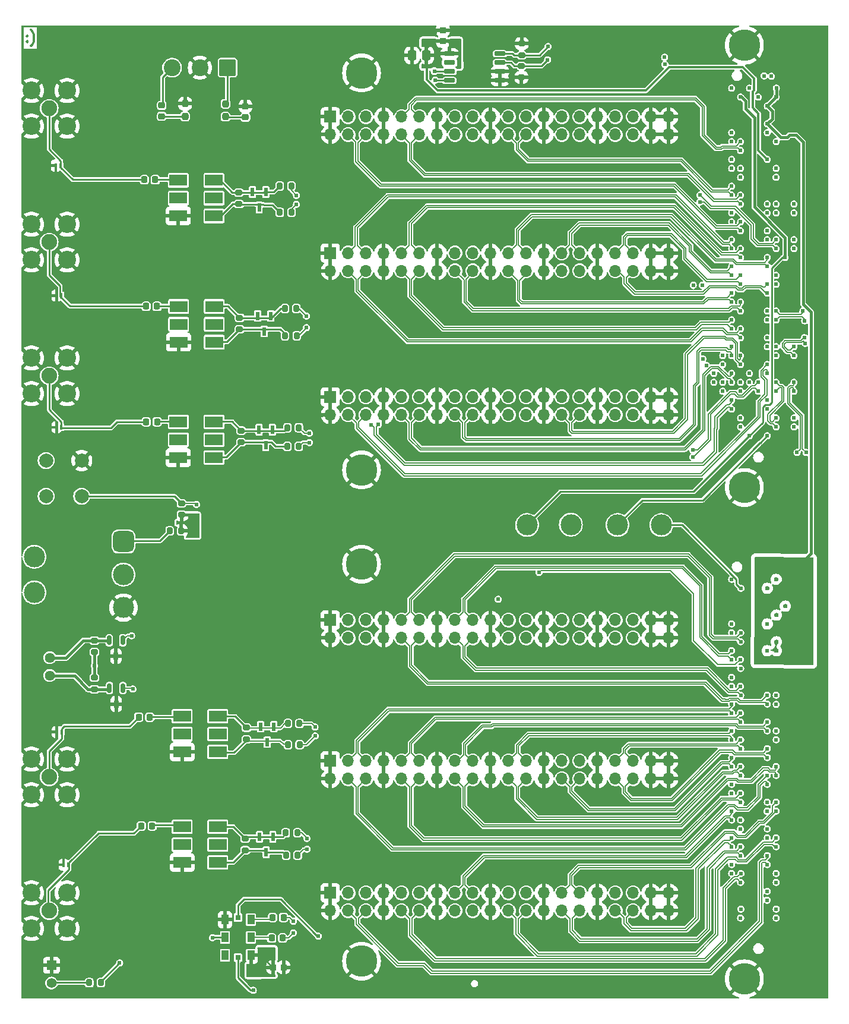
<source format=gbr>
%TF.GenerationSoftware,KiCad,Pcbnew,7.0.10-7.0.10~ubuntu22.04.1*%
%TF.CreationDate,2024-03-14T13:40:30-04:00*%
%TF.ProjectId,dioBreakOutBoard,64696f42-7265-4616-9b4f-7574426f6172,rev?*%
%TF.SameCoordinates,Original*%
%TF.FileFunction,Copper,L6,Bot*%
%TF.FilePolarity,Positive*%
%FSLAX46Y46*%
G04 Gerber Fmt 4.6, Leading zero omitted, Abs format (unit mm)*
G04 Created by KiCad (PCBNEW 7.0.10-7.0.10~ubuntu22.04.1) date 2024-03-14 13:40:30*
%MOMM*%
%LPD*%
G01*
G04 APERTURE LIST*
G04 Aperture macros list*
%AMRoundRect*
0 Rectangle with rounded corners*
0 $1 Rounding radius*
0 $2 $3 $4 $5 $6 $7 $8 $9 X,Y pos of 4 corners*
0 Add a 4 corners polygon primitive as box body*
4,1,4,$2,$3,$4,$5,$6,$7,$8,$9,$2,$3,0*
0 Add four circle primitives for the rounded corners*
1,1,$1+$1,$2,$3*
1,1,$1+$1,$4,$5*
1,1,$1+$1,$6,$7*
1,1,$1+$1,$8,$9*
0 Add four rect primitives between the rounded corners*
20,1,$1+$1,$2,$3,$4,$5,0*
20,1,$1+$1,$4,$5,$6,$7,0*
20,1,$1+$1,$6,$7,$8,$9,0*
20,1,$1+$1,$8,$9,$2,$3,0*%
G04 Aperture macros list end*
%ADD10C,0.375000*%
%TA.AperFunction,NonConductor*%
%ADD11C,0.375000*%
%TD*%
%TA.AperFunction,ComponentPad*%
%ADD12C,3.000000*%
%TD*%
%TA.AperFunction,ComponentPad*%
%ADD13C,3.100000*%
%TD*%
%TA.AperFunction,ConnectorPad*%
%ADD14C,4.500000*%
%TD*%
%TA.AperFunction,SMDPad,CuDef*%
%ADD15R,0.600000X1.250000*%
%TD*%
%TA.AperFunction,SMDPad,CuDef*%
%ADD16RoundRect,0.200000X-0.200000X-0.275000X0.200000X-0.275000X0.200000X0.275000X-0.200000X0.275000X0*%
%TD*%
%TA.AperFunction,SMDPad,CuDef*%
%ADD17R,2.540000X1.650000*%
%TD*%
%TA.AperFunction,SMDPad,CuDef*%
%ADD18RoundRect,0.200000X0.275000X-0.200000X0.275000X0.200000X-0.275000X0.200000X-0.275000X-0.200000X0*%
%TD*%
%TA.AperFunction,SMDPad,CuDef*%
%ADD19RoundRect,0.150000X-0.150000X0.512500X-0.150000X-0.512500X0.150000X-0.512500X0.150000X0.512500X0*%
%TD*%
%TA.AperFunction,SMDPad,CuDef*%
%ADD20RoundRect,0.200000X0.200000X0.275000X-0.200000X0.275000X-0.200000X-0.275000X0.200000X-0.275000X0*%
%TD*%
%TA.AperFunction,SMDPad,CuDef*%
%ADD21RoundRect,0.200000X-0.275000X0.200000X-0.275000X-0.200000X0.275000X-0.200000X0.275000X0.200000X0*%
%TD*%
%TA.AperFunction,ComponentPad*%
%ADD22R,1.700000X1.700000*%
%TD*%
%TA.AperFunction,ComponentPad*%
%ADD23O,1.700000X1.700000*%
%TD*%
%TA.AperFunction,SMDPad,CuDef*%
%ADD24R,0.400000X0.700000*%
%TD*%
%TA.AperFunction,SMDPad,CuDef*%
%ADD25RoundRect,0.225000X-0.225000X-0.250000X0.225000X-0.250000X0.225000X0.250000X-0.225000X0.250000X0*%
%TD*%
%TA.AperFunction,SMDPad,CuDef*%
%ADD26R,1.000000X1.400000*%
%TD*%
%TA.AperFunction,SMDPad,CuDef*%
%ADD27R,0.800001X0.800001*%
%TD*%
%TA.AperFunction,ComponentPad*%
%ADD28C,2.250000*%
%TD*%
%TA.AperFunction,ComponentPad*%
%ADD29C,2.550000*%
%TD*%
%TA.AperFunction,ComponentPad*%
%ADD30R,1.397000X1.397000*%
%TD*%
%TA.AperFunction,ComponentPad*%
%ADD31C,1.397000*%
%TD*%
%TA.AperFunction,ComponentPad*%
%ADD32C,1.440000*%
%TD*%
%TA.AperFunction,SMDPad,CuDef*%
%ADD33RoundRect,0.218750X-0.256250X0.218750X-0.256250X-0.218750X0.256250X-0.218750X0.256250X0.218750X0*%
%TD*%
%TA.AperFunction,ComponentPad*%
%ADD34C,2.000000*%
%TD*%
%TA.AperFunction,SMDPad,CuDef*%
%ADD35RoundRect,0.150000X0.650000X0.150000X-0.650000X0.150000X-0.650000X-0.150000X0.650000X-0.150000X0*%
%TD*%
%TA.AperFunction,ComponentPad*%
%ADD36RoundRect,0.250001X0.949999X0.949999X-0.949999X0.949999X-0.949999X-0.949999X0.949999X-0.949999X0*%
%TD*%
%TA.AperFunction,ComponentPad*%
%ADD37C,2.400000*%
%TD*%
%TA.AperFunction,SMDPad,CuDef*%
%ADD38RoundRect,0.250000X-0.337500X-0.475000X0.337500X-0.475000X0.337500X0.475000X-0.337500X0.475000X0*%
%TD*%
%TA.AperFunction,ComponentPad*%
%ADD39RoundRect,0.750000X-0.750000X-0.750000X0.750000X-0.750000X0.750000X0.750000X-0.750000X0.750000X0*%
%TD*%
%TA.AperFunction,SMDPad,CuDef*%
%ADD40RoundRect,0.237500X-0.237500X0.250000X-0.237500X-0.250000X0.237500X-0.250000X0.237500X0.250000X0*%
%TD*%
%TA.AperFunction,SMDPad,CuDef*%
%ADD41RoundRect,0.225000X-0.250000X0.225000X-0.250000X-0.225000X0.250000X-0.225000X0.250000X0.225000X0*%
%TD*%
%TA.AperFunction,SMDPad,CuDef*%
%ADD42RoundRect,0.225000X0.225000X0.250000X-0.225000X0.250000X-0.225000X-0.250000X0.225000X-0.250000X0*%
%TD*%
%TA.AperFunction,ViaPad*%
%ADD43C,0.609600*%
%TD*%
%TA.AperFunction,Conductor*%
%ADD44C,0.250000*%
%TD*%
%TA.AperFunction,Conductor*%
%ADD45C,0.152400*%
%TD*%
%TA.AperFunction,Conductor*%
%ADD46C,0.158750*%
%TD*%
%TA.AperFunction,Conductor*%
%ADD47C,0.254000*%
%TD*%
%TA.AperFunction,Conductor*%
%ADD48C,0.406400*%
%TD*%
%TA.AperFunction,Conductor*%
%ADD49C,0.330200*%
%TD*%
%TA.AperFunction,Conductor*%
%ADD50C,0.381000*%
%TD*%
%TA.AperFunction,Conductor*%
%ADD51C,0.127000*%
%TD*%
%TA.AperFunction,Conductor*%
%ADD52C,0.200000*%
%TD*%
G04 APERTURE END LIST*
D10*
D11*
X128103852Y-22154071D02*
X128175281Y-22225500D01*
X128175281Y-22225500D02*
X128103852Y-22296928D01*
X128103852Y-22296928D02*
X128032424Y-22225500D01*
X128032424Y-22225500D02*
X128103852Y-22154071D01*
X128103852Y-22154071D02*
X128103852Y-22296928D01*
X128103852Y-21368357D02*
X128175281Y-21439785D01*
X128175281Y-21439785D02*
X128103852Y-21511214D01*
X128103852Y-21511214D02*
X128032424Y-21439785D01*
X128032424Y-21439785D02*
X128103852Y-21368357D01*
X128103852Y-21368357D02*
X128103852Y-21511214D01*
X128675281Y-22868357D02*
X128746710Y-22796928D01*
X128746710Y-22796928D02*
X128889567Y-22582642D01*
X128889567Y-22582642D02*
X128960996Y-22439785D01*
X128960996Y-22439785D02*
X129032424Y-22225500D01*
X129032424Y-22225500D02*
X129103853Y-21868357D01*
X129103853Y-21868357D02*
X129103853Y-21582642D01*
X129103853Y-21582642D02*
X129032424Y-21225500D01*
X129032424Y-21225500D02*
X128960996Y-21011214D01*
X128960996Y-21011214D02*
X128889567Y-20868357D01*
X128889567Y-20868357D02*
X128746710Y-20654071D01*
X128746710Y-20654071D02*
X128675281Y-20582642D01*
D12*
%TO.P,TP4,1,1*%
%TO.N,+1V8*%
X199400000Y-91100000D03*
%TD*%
D13*
%TO.P,H2,1,1*%
%TO.N,GND*%
X230400000Y-22750000D03*
D14*
X230400000Y-22750000D03*
%TD*%
D13*
%TO.P,H1,1,1*%
%TO.N,GND*%
X175800000Y-26700000D03*
D14*
X175800000Y-26700000D03*
%TD*%
D12*
%TO.P,TP2,1,1*%
%TO.N,+3V3*%
X205650000Y-91050000D03*
%TD*%
D13*
%TO.P,H5,1,1*%
%TO.N,GND*%
X175800000Y-153250000D03*
D14*
X175800000Y-153250000D03*
%TD*%
D13*
%TO.P,H4,1,1*%
%TO.N,GND*%
X230400000Y-85750000D03*
D14*
X230400000Y-85750000D03*
%TD*%
D12*
%TO.P,TP3,1,1*%
%TO.N,VDD*%
X218550000Y-91100000D03*
%TD*%
D13*
%TO.P,H7,1,1*%
%TO.N,GND*%
X175800000Y-96700000D03*
D14*
X175800000Y-96700000D03*
%TD*%
D13*
%TO.P,H6,1,1*%
%TO.N,GND*%
X230400000Y-155750000D03*
D14*
X230400000Y-155750000D03*
%TD*%
D13*
%TO.P,H3,1,1*%
%TO.N,GND*%
X175800000Y-83250000D03*
D14*
X175800000Y-83250000D03*
%TD*%
D12*
%TO.P,TP1,1,1*%
%TO.N,FMC0_PG_C2M*%
X212300000Y-91100000D03*
%TD*%
D15*
%TO.P,D12,1,K*%
%TO.N,Net-(D12-K-Pad1)*%
X161249826Y-135532200D03*
%TO.P,D12,2,K*%
X163149826Y-135532200D03*
%TO.P,D12,3,A*%
%TO.N,Net-(D12-A)*%
X162199826Y-137732200D03*
%TD*%
D16*
%TO.P,R21,1*%
%TO.N,Net-(D12-K-Pad1)*%
X164995026Y-134962400D03*
%TO.P,R21,2*%
%TO.N,FMC1_CLK1_M2C.N*%
X166645026Y-134962400D03*
%TD*%
D17*
%TO.P,TR3,1*%
%TO.N,GND*%
X149670000Y-81500000D03*
%TO.P,TR3,2*%
%TO.N,N/C*%
X149670000Y-78960000D03*
%TO.P,TR3,3*%
%TO.N,Net-(C6-Pad2)*%
X149670000Y-76420000D03*
%TO.P,TR3,4*%
%TO.N,Net-(D11-K-Pad1)*%
X154750000Y-76420000D03*
%TO.P,TR3,5*%
%TO.N,N/C*%
X154750000Y-78960000D03*
%TO.P,TR3,6*%
%TO.N,Net-(D11-A)*%
X154750000Y-81500000D03*
%TD*%
D18*
%TO.P,R24,1*%
%TO.N,VDD*%
X150114000Y-89662000D03*
%TO.P,R24,2*%
%TO.N,FMC1_LA29.N*%
X150114000Y-88012000D03*
%TD*%
D19*
%TO.P,Q1,1,D*%
%TO.N,Net-(D4-AK)*%
X139850000Y-114325000D03*
%TO.P,Q1,2,G*%
%TO.N,FMC1_LA24.P*%
X141750000Y-114325000D03*
%TO.P,Q1,3,S*%
%TO.N,GND*%
X140800000Y-116600000D03*
%TD*%
D20*
%TO.P,R1,1*%
%TO.N,FMC1_PG_C2M*%
X138625000Y-156300000D03*
%TO.P,R1,2*%
%TO.N,Net-(D2-A)*%
X136975000Y-156300000D03*
%TD*%
D17*
%TO.P,TR5,1*%
%TO.N,GND*%
X149670000Y-47080000D03*
%TO.P,TR5,2*%
%TO.N,N/C*%
X149670000Y-44540000D03*
%TO.P,TR5,3*%
%TO.N,Net-(C7-Pad2)*%
X149670000Y-42000000D03*
%TO.P,TR5,4*%
%TO.N,Net-(D13-K-Pad1)*%
X154750000Y-42000000D03*
%TO.P,TR5,5*%
%TO.N,N/C*%
X154750000Y-44540000D03*
%TO.P,TR5,6*%
%TO.N,Net-(D13-A)*%
X154750000Y-47080000D03*
%TD*%
D21*
%TO.P,R9,1*%
%TO.N,Net-(D10-K-Pad1)*%
X159390026Y-119977400D03*
%TO.P,R9,2*%
%TO.N,Net-(D10-A)*%
X159390026Y-121627400D03*
%TD*%
D22*
%TO.P,J6,1,1*%
%TO.N,GND*%
X171348400Y-143510000D03*
D23*
%TO.P,J6,2,2*%
X171348400Y-146050000D03*
%TO.P,J6,3,3*%
%TO.N,FMC1_LA11.N*%
X173888400Y-143510000D03*
%TO.P,J6,4,4*%
%TO.N,FMC1_LA01_CC.P*%
X173888400Y-146050000D03*
%TO.P,J6,5,5*%
%TO.N,FMC1_LA11.P*%
X176428400Y-143510000D03*
%TO.P,J6,6,6*%
%TO.N,FMC1_LA01_CC.N*%
X176428400Y-146050000D03*
%TO.P,J6,7,7*%
%TO.N,GND*%
X178968400Y-143510000D03*
%TO.P,J6,8,8*%
X178968400Y-146050000D03*
%TO.P,J6,9,9*%
%TO.N,FMC1_LA09.N*%
X181508400Y-143510000D03*
%TO.P,J6,10,10*%
%TO.N,FMC1_LA00_CC.P*%
X181508400Y-146050000D03*
%TO.P,J6,11,11*%
%TO.N,FMC1_LA09.P*%
X184048400Y-143510000D03*
%TO.P,J6,12,12*%
%TO.N,FMC1_LA00_CC.N*%
X184048400Y-146050000D03*
%TO.P,J6,13,13*%
%TO.N,GND*%
X186588400Y-143510000D03*
%TO.P,J6,14,14*%
X186588400Y-146050000D03*
%TO.P,J6,15,15*%
%TO.N,FMC1_LA07.N*%
X189128400Y-143510000D03*
%TO.P,J6,16,16*%
%TO.N,FMC1_LA02.P*%
X189128400Y-146050000D03*
%TO.P,J6,17,17*%
%TO.N,FMC1_LA07.P*%
X191668400Y-143510000D03*
%TO.P,J6,18,18*%
%TO.N,FMC1_LA02.N*%
X191668400Y-146050000D03*
%TO.P,J6,19,19*%
%TO.N,GND*%
X194208400Y-143510000D03*
%TO.P,J6,20,20*%
X194208400Y-146050000D03*
%TO.P,J6,21,21*%
%TO.N,FMC1_LA08.N*%
X196748400Y-143510000D03*
%TO.P,J6,22,22*%
%TO.N,FMC1_LA06.P*%
X196748400Y-146050000D03*
%TO.P,J6,23,23*%
%TO.N,FMC1_LA08.P*%
X199288400Y-143510000D03*
%TO.P,J6,24,24*%
%TO.N,FMC1_LA06.N*%
X199288400Y-146050000D03*
%TO.P,J6,25,25*%
%TO.N,GND*%
X201828400Y-143510000D03*
%TO.P,J6,26,26*%
X201828400Y-146050000D03*
%TO.P,J6,27,27*%
%TO.N,FMC1_LA10.N*%
X204368400Y-143510000D03*
%TO.P,J6,28,28*%
%TO.N,FMC1_LA03.P*%
X204368400Y-146050000D03*
%TO.P,J6,29,29*%
%TO.N,FMC1_LA10.P*%
X206908400Y-143510000D03*
%TO.P,J6,30,30*%
%TO.N,FMC1_LA03.N*%
X206908400Y-146050000D03*
%TO.P,J6,31,31*%
%TO.N,GND*%
X209448400Y-143510000D03*
%TO.P,J6,32,32*%
X209448400Y-146050000D03*
%TO.P,J6,33,33*%
%TO.N,FMC1_LA05.N*%
X211988400Y-143510000D03*
%TO.P,J6,34,34*%
%TO.N,FMC1_LA04.P*%
X211988400Y-146050000D03*
%TO.P,J6,35,35*%
%TO.N,FMC1_LA05.P*%
X214528400Y-143510000D03*
%TO.P,J6,36,36*%
%TO.N,FMC1_LA04.N*%
X214528400Y-146050000D03*
%TO.P,J6,37,37*%
%TO.N,GND*%
X217068400Y-143510000D03*
%TO.P,J6,38,38*%
X217068400Y-146050000D03*
%TO.P,J6,39,39*%
X219608400Y-143510000D03*
%TO.P,J6,40,40*%
X219608400Y-146050000D03*
%TD*%
D18*
%TO.P,R8,1*%
%TO.N,+3V3*%
X137685000Y-109200000D03*
%TO.P,R8,2*%
%TO.N,Net-(D4-KA)*%
X137685000Y-107550000D03*
%TD*%
D15*
%TO.P,D13,1,K*%
%TO.N,Net-(D13-K-Pad1)*%
X160250000Y-43650000D03*
%TO.P,D13,2,K*%
X162150000Y-43650000D03*
%TO.P,D13,3,A*%
%TO.N,Net-(D13-A)*%
X161200000Y-45850000D03*
%TD*%
D24*
%TO.P,D5,1*%
%TO.N,GND*%
X132300000Y-58420000D03*
%TO.P,D5,2*%
%TO.N,Net-(J11-In)*%
X133000000Y-58420000D03*
%TD*%
D25*
%TO.P,C3,1*%
%TO.N,Net-(J9-In)*%
X144025000Y-118480000D03*
%TO.P,C3,2*%
%TO.N,Net-(C3-Pad2)*%
X145575000Y-118480000D03*
%TD*%
D16*
%TO.P,R18,1*%
%TO.N,Net-(D10-A)*%
X165315000Y-122390000D03*
%TO.P,R18,2*%
%TO.N,FMC1_CLK0_M2C.P*%
X166965000Y-122390000D03*
%TD*%
%TO.P,R16,1*%
%TO.N,Net-(D9-A)*%
X164900000Y-64120000D03*
%TO.P,R16,2*%
%TO.N,FMC0_CLK0_M2C.P*%
X166550000Y-64120000D03*
%TD*%
D15*
%TO.P,D10,1,K*%
%TO.N,Net-(D10-K-Pad1)*%
X161410000Y-119830000D03*
%TO.P,D10,2,K*%
X163310000Y-119830000D03*
%TO.P,D10,3,A*%
%TO.N,Net-(D10-A)*%
X162360000Y-122030000D03*
%TD*%
D25*
%TO.P,C10,1*%
%TO.N,/Clock Distribution/VCO_OUT_P*%
X163121402Y-147011600D03*
%TO.P,C10,2*%
%TO.N,FMC1_GBTCLK0_M2C.N*%
X164671402Y-147011600D03*
%TD*%
D26*
%TO.P,IC2,1,OE*%
%TO.N,unconnected-(IC2-OE-Pad1)*%
X156320002Y-152400000D03*
%TO.P,IC2,2,ADD*%
%TO.N,FMC1_GA1*%
X156320002Y-149860000D03*
%TO.P,IC2,3,GND*%
%TO.N,GND*%
X156320002Y-147320000D03*
%TO.P,IC2,4,OUTP*%
%TO.N,/Clock Distribution/VCO_OUT_P*%
X160020000Y-147320000D03*
%TO.P,IC2,5,OUTN*%
%TO.N,/Clock Distribution/VCO_OUT_N*%
X160020000Y-149860000D03*
%TO.P,IC2,6,VDD*%
%TO.N,+3V3*%
X160020000Y-152400000D03*
D27*
%TO.P,IC2,7,SDA*%
%TO.N,FMC1_I2C.SDA*%
X158170001Y-152725001D03*
%TO.P,IC2,8,SCL*%
%TO.N,FMC1_I2C.SCL*%
X158170001Y-146994999D03*
%TD*%
D28*
%TO.P,J12,1,In*%
%TO.N,Net-(J12-In)*%
X131267200Y-69850000D03*
D29*
%TO.P,J12,2,SHELL*%
%TO.N,GND*%
X128727200Y-72390000D03*
%TO.P,J12,3,SHELL*%
X128727200Y-67310000D03*
%TO.P,J12,4,SHELL*%
X133807200Y-67310000D03*
%TO.P,J12,5,SHELL*%
X133807200Y-72390000D03*
%TD*%
D21*
%TO.P,R13,1*%
%TO.N,Net-(D13-K-Pad1)*%
X158310000Y-43725000D03*
%TO.P,R13,2*%
%TO.N,Net-(D13-A)*%
X158310000Y-45375000D03*
%TD*%
D15*
%TO.P,D9,1,K*%
%TO.N,Net-(D9-K-Pad1)*%
X160970000Y-61320000D03*
%TO.P,D9,2,K*%
X162870000Y-61320000D03*
%TO.P,D9,3,A*%
%TO.N,Net-(D9-A)*%
X161920000Y-63520000D03*
%TD*%
D30*
%TO.P,D2,1,K*%
%TO.N,GND*%
X131591050Y-153820000D03*
D31*
%TO.P,D2,2,A*%
%TO.N,Net-(D2-A)*%
X131591050Y-156360000D03*
%TD*%
D21*
%TO.P,R10,1*%
%TO.N,Net-(D9-K-Pad1)*%
X158400000Y-61580000D03*
%TO.P,R10,2*%
%TO.N,Net-(D9-A)*%
X158400000Y-63230000D03*
%TD*%
D17*
%TO.P,TR2,1*%
%TO.N,GND*%
X150220026Y-123442400D03*
%TO.P,TR2,2*%
%TO.N,N/C*%
X150220026Y-120902400D03*
%TO.P,TR2,3*%
%TO.N,Net-(C3-Pad2)*%
X150220026Y-118362400D03*
%TO.P,TR2,4*%
%TO.N,Net-(D10-K-Pad1)*%
X155300026Y-118362400D03*
%TO.P,TR2,5*%
%TO.N,N/C*%
X155300026Y-120902400D03*
%TO.P,TR2,6*%
%TO.N,Net-(D10-A)*%
X155300026Y-123442400D03*
%TD*%
D28*
%TO.P,J11,1,In*%
%TO.N,Net-(J11-In)*%
X131267200Y-50800000D03*
D29*
%TO.P,J11,2,SHELL*%
%TO.N,GND*%
X128727200Y-53340000D03*
%TO.P,J11,3,SHELL*%
X128727200Y-48260000D03*
%TO.P,J11,4,SHELL*%
X133807200Y-48260000D03*
%TO.P,J11,5,SHELL*%
X133807200Y-53340000D03*
%TD*%
D25*
%TO.P,C5,1*%
%TO.N,Net-(J11-In)*%
X145084200Y-59944000D03*
%TO.P,C5,2*%
%TO.N,Net-(C5-Pad2)*%
X146634200Y-59944000D03*
%TD*%
D28*
%TO.P,J9,1,In*%
%TO.N,Net-(J9-In)*%
X131267200Y-127000000D03*
D29*
%TO.P,J9,2,SHELL*%
%TO.N,GND*%
X128727200Y-129540000D03*
%TO.P,J9,3,SHELL*%
X128727200Y-124460000D03*
%TO.P,J9,4,SHELL*%
X133807200Y-124460000D03*
%TO.P,J9,5,SHELL*%
X133807200Y-129540000D03*
%TD*%
D32*
%TO.P,D4,1,KA*%
%TO.N,Net-(D4-KA)*%
X131340000Y-110000000D03*
%TO.P,D4,2,AK*%
%TO.N,Net-(D4-AK)*%
X131340000Y-112540000D03*
%TD*%
D22*
%TO.P,J7,1,1*%
%TO.N,GND*%
X171348400Y-124714000D03*
D23*
%TO.P,J7,2,2*%
X171348400Y-127254000D03*
%TO.P,J7,3,3*%
%TO.N,FMC1_LA21.N*%
X173888400Y-124714000D03*
%TO.P,J7,4,4*%
%TO.N,FMC1_LA13.P*%
X173888400Y-127254000D03*
%TO.P,J7,5,5*%
%TO.N,FMC1_LA21.P*%
X176428400Y-124714000D03*
%TO.P,J7,6,6*%
%TO.N,FMC1_LA13.N*%
X176428400Y-127254000D03*
%TO.P,J7,7,7*%
%TO.N,GND*%
X178968400Y-124714000D03*
%TO.P,J7,8,8*%
X178968400Y-127254000D03*
%TO.P,J7,9,9*%
%TO.N,FMC1_LA22.N*%
X181508400Y-124714000D03*
%TO.P,J7,10,10*%
%TO.N,FMC1_LA12.P*%
X181508400Y-127254000D03*
%TO.P,J7,11,11*%
%TO.N,FMC1_LA22.P*%
X184048400Y-124714000D03*
%TO.P,J7,12,12*%
%TO.N,FMC1_LA12.N*%
X184048400Y-127254000D03*
%TO.P,J7,13,13*%
%TO.N,GND*%
X186588400Y-124714000D03*
%TO.P,J7,14,14*%
X186588400Y-127254000D03*
%TO.P,J7,15,15*%
%TO.N,FMC1_LA23.N*%
X189128400Y-124714000D03*
%TO.P,J7,16,16*%
%TO.N,FMC1_LA14.P*%
X189128400Y-127254000D03*
%TO.P,J7,17,17*%
%TO.N,FMC1_LA23.P*%
X191668400Y-124714000D03*
%TO.P,J7,18,18*%
%TO.N,FMC1_LA14.N*%
X191668400Y-127254000D03*
%TO.P,J7,19,19*%
%TO.N,GND*%
X194208400Y-124714000D03*
%TO.P,J7,20,20*%
X194208400Y-127254000D03*
%TO.P,J7,21,21*%
%TO.N,FMC1_LA19.N*%
X196748400Y-124714000D03*
%TO.P,J7,22,22*%
%TO.N,FMC1_LA16.P*%
X196748400Y-127254000D03*
%TO.P,J7,23,23*%
%TO.N,FMC1_LA19.P*%
X199288400Y-124714000D03*
%TO.P,J7,24,24*%
%TO.N,FMC1_LA16.N*%
X199288400Y-127254000D03*
%TO.P,J7,25,25*%
%TO.N,GND*%
X201828400Y-124714000D03*
%TO.P,J7,26,26*%
X201828400Y-127254000D03*
%TO.P,J7,27,27*%
%TO.N,FMC1_LA18.N*%
X204368400Y-124714000D03*
%TO.P,J7,28,28*%
%TO.N,FMC1_LA15.P*%
X204368400Y-127254000D03*
%TO.P,J7,29,29*%
%TO.N,FMC1_LA18.P*%
X206908400Y-124714000D03*
%TO.P,J7,30,30*%
%TO.N,FMC1_LA15.N*%
X206908400Y-127254000D03*
%TO.P,J7,31,31*%
%TO.N,GND*%
X209448400Y-124714000D03*
%TO.P,J7,32,32*%
X209448400Y-127254000D03*
%TO.P,J7,33,33*%
%TO.N,FMC1_LA20.N*%
X211988400Y-124714000D03*
%TO.P,J7,34,34*%
%TO.N,FMC1_LA17_CC.P*%
X211988400Y-127254000D03*
%TO.P,J7,35,35*%
%TO.N,FMC1_LA20.P*%
X214528400Y-124714000D03*
%TO.P,J7,36,36*%
%TO.N,FMC1_LA17_CC.N*%
X214528400Y-127254000D03*
%TO.P,J7,37,37*%
%TO.N,GND*%
X217068400Y-124714000D03*
%TO.P,J7,38,38*%
X217068400Y-127254000D03*
%TO.P,J7,39,39*%
X219608400Y-124714000D03*
%TO.P,J7,40,40*%
X219608400Y-127254000D03*
%TD*%
D28*
%TO.P,J13,1,In*%
%TO.N,Net-(J13-In)*%
X131267200Y-31750000D03*
D29*
%TO.P,J13,2,SHELL*%
%TO.N,GND*%
X128727200Y-34290000D03*
%TO.P,J13,3,SHELL*%
X128727200Y-29210000D03*
%TO.P,J13,4,SHELL*%
X133807200Y-29210000D03*
%TO.P,J13,5,SHELL*%
X133807200Y-34290000D03*
%TD*%
D33*
%TO.P,D3,1,K*%
%TO.N,GND*%
X159250000Y-31450000D03*
%TO.P,D3,2,A*%
%TO.N,Net-(D3-A)*%
X159250000Y-33025000D03*
%TD*%
D25*
%TO.P,C6,1*%
%TO.N,Net-(J12-In)*%
X145095000Y-76420000D03*
%TO.P,C6,2*%
%TO.N,Net-(C6-Pad2)*%
X146645000Y-76420000D03*
%TD*%
D22*
%TO.P,J4,1,1*%
%TO.N,GND*%
X171348400Y-52344400D03*
D23*
%TO.P,J4,2,2*%
X171348400Y-54884400D03*
%TO.P,J4,3,3*%
%TO.N,FMC0_LA19.N*%
X173888400Y-52344400D03*
%TO.P,J4,4,4*%
%TO.N,FMC0_LA08.P*%
X173888400Y-54884400D03*
%TO.P,J4,5,5*%
%TO.N,FMC0_LA19.P*%
X176428400Y-52344400D03*
%TO.P,J4,6,6*%
%TO.N,FMC0_LA08.N*%
X176428400Y-54884400D03*
%TO.P,J4,7,7*%
%TO.N,GND*%
X178968400Y-52344400D03*
%TO.P,J4,8,8*%
X178968400Y-54884400D03*
%TO.P,J4,9,9*%
%TO.N,FMC0_LA20.N*%
X181508400Y-52344400D03*
%TO.P,J4,10,10*%
%TO.N,FMC0_LA07.P*%
X181508400Y-54884400D03*
%TO.P,J4,11,11*%
%TO.N,FMC0_LA20.P*%
X184048400Y-52344400D03*
%TO.P,J4,12,12*%
%TO.N,FMC0_LA07.N*%
X184048400Y-54884400D03*
%TO.P,J4,13,13*%
%TO.N,GND*%
X186588400Y-52344400D03*
%TO.P,J4,14,14*%
X186588400Y-54884400D03*
%TO.P,J4,15,15*%
%TO.N,FMC0_LA10.N*%
X189128400Y-52344400D03*
%TO.P,J4,16,16*%
%TO.N,FMC0_LA12.P*%
X189128400Y-54884400D03*
%TO.P,J4,17,17*%
%TO.N,FMC0_LA10.P*%
X191668400Y-52344400D03*
%TO.P,J4,18,18*%
%TO.N,FMC0_LA12.N*%
X191668400Y-54884400D03*
%TO.P,J4,19,19*%
%TO.N,GND*%
X194208400Y-52344400D03*
%TO.P,J4,20,20*%
X194208400Y-54884400D03*
%TO.P,J4,21,21*%
%TO.N,FMC0_LA17_CC.N*%
X196748400Y-52344400D03*
%TO.P,J4,22,22*%
%TO.N,FMC0_LA11.P*%
X196748400Y-54884400D03*
%TO.P,J4,23,23*%
%TO.N,FMC0_LA17_CC.P*%
X199288400Y-52344400D03*
%TO.P,J4,24,24*%
%TO.N,FMC0_LA11.N*%
X199288400Y-54884400D03*
%TO.P,J4,25,25*%
%TO.N,GND*%
X201828400Y-52344400D03*
%TO.P,J4,26,26*%
X201828400Y-54884400D03*
%TO.P,J4,27,27*%
%TO.N,FMC0_LA15.N*%
X204368400Y-52344400D03*
%TO.P,J4,28,28*%
%TO.N,FMC0_LA14.P*%
X204368400Y-54884400D03*
%TO.P,J4,29,29*%
%TO.N,FMC0_LA15.P*%
X206908400Y-52344400D03*
%TO.P,J4,30,30*%
%TO.N,FMC0_LA14.N*%
X206908400Y-54884400D03*
%TO.P,J4,31,31*%
%TO.N,GND*%
X209448400Y-52344400D03*
%TO.P,J4,32,32*%
X209448400Y-54884400D03*
%TO.P,J4,33,33*%
%TO.N,FMC0_LA16.N*%
X211988400Y-52344400D03*
%TO.P,J4,34,34*%
%TO.N,FMC0_LA13.P*%
X211988400Y-54884400D03*
%TO.P,J4,35,35*%
%TO.N,FMC0_LA16.P*%
X214528400Y-52344400D03*
%TO.P,J4,36,36*%
%TO.N,FMC0_LA13.N*%
X214528400Y-54884400D03*
%TO.P,J4,37,37*%
%TO.N,GND*%
X217068400Y-52344400D03*
%TO.P,J4,38,38*%
X217068400Y-54884400D03*
%TO.P,J4,39,39*%
X219608400Y-52344400D03*
%TO.P,J4,40,40*%
X219608400Y-54884400D03*
%TD*%
D16*
%TO.P,R14,1*%
%TO.N,Net-(D12-A)*%
X165045026Y-138142400D03*
%TO.P,R14,2*%
%TO.N,FMC1_CLK1_M2C.P*%
X166695026Y-138142400D03*
%TD*%
%TO.P,R23,1*%
%TO.N,Net-(D13-A)*%
X164150000Y-46570000D03*
%TO.P,R23,2*%
%TO.N,FMC0_GBTCLK0_M2C.P*%
X165800000Y-46570000D03*
%TD*%
D22*
%TO.P,J3,1,1*%
%TO.N,GND*%
X171348400Y-72847200D03*
D23*
%TO.P,J3,2,2*%
X171348400Y-75387200D03*
%TO.P,J3,3,3*%
%TO.N,FMC0_LA00_CC.N*%
X173888400Y-72847200D03*
%TO.P,J3,4,4*%
%TO.N,FMC0_LA01_CC.P*%
X173888400Y-75387200D03*
%TO.P,J3,5,5*%
%TO.N,FMC0_LA00_CC.P*%
X176428400Y-72847200D03*
%TO.P,J3,6,6*%
%TO.N,FMC0_LA01_CC.N*%
X176428400Y-75387200D03*
%TO.P,J3,7,7*%
%TO.N,GND*%
X178968400Y-72847200D03*
%TO.P,J3,8,8*%
X178968400Y-75387200D03*
%TO.P,J3,9,9*%
%TO.N,FMC0_LA09.N*%
X181508400Y-72847200D03*
%TO.P,J3,10,10*%
%TO.N,FMC0_LA02.P*%
X181508400Y-75387200D03*
%TO.P,J3,11,11*%
%TO.N,FMC0_LA09.P*%
X184048400Y-72847200D03*
%TO.P,J3,12,12*%
%TO.N,FMC0_LA02.N*%
X184048400Y-75387200D03*
%TO.P,J3,13,13*%
%TO.N,GND*%
X186588400Y-72847200D03*
%TO.P,J3,14,14*%
X186588400Y-75387200D03*
%TO.P,J3,15,15*%
%TO.N,FMC0_LA05.N*%
X189128400Y-72847200D03*
%TO.P,J3,16,16*%
%TO.N,FMC0_LA04.P*%
X189128400Y-75387200D03*
%TO.P,J3,17,17*%
%TO.N,FMC0_LA05.P*%
X191668400Y-72847200D03*
%TO.P,J3,18,18*%
%TO.N,FMC0_LA04.N*%
X191668400Y-75387200D03*
%TO.P,J3,19,19*%
%TO.N,GND*%
X194208400Y-72847200D03*
%TO.P,J3,20,20*%
X194208400Y-75387200D03*
%TO.P,J3,21,21*%
%TO.N,FMC0_LA06.N*%
X196748400Y-72847200D03*
%TO.P,J3,22,22*%
%TO.N,FMC0_HA05.P*%
X196748400Y-75387200D03*
%TO.P,J3,23,23*%
%TO.N,FMC0_LA06.P*%
X199288400Y-72847200D03*
%TO.P,J3,24,24*%
%TO.N,FMC0_HA05.N*%
X199288400Y-75387200D03*
%TO.P,J3,25,25*%
%TO.N,GND*%
X201828400Y-72847200D03*
%TO.P,J3,26,26*%
X201828400Y-75387200D03*
%TO.P,J3,27,27*%
%TO.N,FMC0_HA04.N*%
X204368400Y-72847200D03*
%TO.P,J3,28,28*%
%TO.N,FMC0_LA03.P*%
X204368400Y-75387200D03*
%TO.P,J3,29,29*%
%TO.N,FMC0_HA04.P*%
X206908400Y-72847200D03*
%TO.P,J3,30,30*%
%TO.N,FMC0_LA03.N*%
X206908400Y-75387200D03*
%TO.P,J3,31,31*%
%TO.N,GND*%
X209448400Y-72847200D03*
%TO.P,J3,32,32*%
X209448400Y-75387200D03*
%TO.P,J3,33,33*%
%TO.N,FMC0_HA02.N*%
X211988400Y-72847200D03*
%TO.P,J3,34,34*%
%TO.N,FMC0_HA03.P*%
X211988400Y-75387200D03*
%TO.P,J3,35,35*%
%TO.N,FMC0_HA02.P*%
X214528400Y-72847200D03*
%TO.P,J3,36,36*%
%TO.N,FMC0_HA03.N*%
X214528400Y-75387200D03*
%TO.P,J3,37,37*%
%TO.N,GND*%
X217068400Y-72847200D03*
%TO.P,J3,38,38*%
X217068400Y-75387200D03*
%TO.P,J3,39,39*%
X219608400Y-72847200D03*
%TO.P,J3,40,40*%
X219608400Y-75387200D03*
%TD*%
D25*
%TO.P,C4,1*%
%TO.N,Net-(J10-In)*%
X144395000Y-133960000D03*
%TO.P,C4,2*%
%TO.N,Net-(C4-Pad2)*%
X145945000Y-133960000D03*
%TD*%
D22*
%TO.P,J5,1,1*%
%TO.N,GND*%
X171348400Y-32943800D03*
D23*
%TO.P,J5,2,2*%
X171348400Y-35483800D03*
%TO.P,J5,3,3*%
%TO.N,FMC0_LA30.N*%
X173888400Y-32943800D03*
%TO.P,J5,4,4*%
%TO.N,FMC0_LA22.P*%
X173888400Y-35483800D03*
%TO.P,J5,5,5*%
%TO.N,FMC0_LA30.P*%
X176428400Y-32943800D03*
%TO.P,J5,6,6*%
%TO.N,FMC0_LA22.N*%
X176428400Y-35483800D03*
%TO.P,J5,7,7*%
%TO.N,GND*%
X178968400Y-32943800D03*
%TO.P,J5,8,8*%
X178968400Y-35483800D03*
%TO.P,J5,9,9*%
%TO.N,FMC0_LA31.N*%
X181508400Y-32943800D03*
%TO.P,J5,10,10*%
%TO.N,FMC0_LA25.P*%
X181508400Y-35483800D03*
%TO.P,J5,11,11*%
%TO.N,FMC0_LA31.P*%
X184048400Y-32943800D03*
%TO.P,J5,12,12*%
%TO.N,FMC0_LA25.N*%
X184048400Y-35483800D03*
%TO.P,J5,13,13*%
%TO.N,GND*%
X186588400Y-32943800D03*
%TO.P,J5,14,14*%
X186588400Y-35483800D03*
%TO.P,J5,15,15*%
%TO.N,FMC0_LA28.N*%
X189128400Y-32943800D03*
%TO.P,J5,16,16*%
%TO.N,FMC0_LA23.P*%
X189128400Y-35483800D03*
%TO.P,J5,17,17*%
%TO.N,FMC0_LA28.P*%
X191668400Y-32943800D03*
%TO.P,J5,18,18*%
%TO.N,FMC0_LA23.N*%
X191668400Y-35483800D03*
%TO.P,J5,19,19*%
%TO.N,GND*%
X194208400Y-32943800D03*
%TO.P,J5,20,20*%
X194208400Y-35483800D03*
%TO.P,J5,21,21*%
%TO.N,FMC0_LA29.N*%
X196748400Y-32943800D03*
%TO.P,J5,22,22*%
%TO.N,FMC0_LA24.P*%
X196748400Y-35483800D03*
%TO.P,J5,23,23*%
%TO.N,FMC0_LA29.P*%
X199288400Y-32943800D03*
%TO.P,J5,24,24*%
%TO.N,FMC0_LA24.N*%
X199288400Y-35483800D03*
%TO.P,J5,25,25*%
%TO.N,GND*%
X201828400Y-32943800D03*
%TO.P,J5,26,26*%
X201828400Y-35483800D03*
%TO.P,J5,27,27*%
%TO.N,FMC0_LA26.N*%
X204368400Y-32943800D03*
%TO.P,J5,28,28*%
%TO.N,FMC0_LA21.P*%
X204368400Y-35483800D03*
%TO.P,J5,29,29*%
%TO.N,FMC0_LA26.P*%
X206908400Y-32943800D03*
%TO.P,J5,30,30*%
%TO.N,FMC0_LA21.N*%
X206908400Y-35483800D03*
%TO.P,J5,31,31*%
%TO.N,GND*%
X209448400Y-32943800D03*
%TO.P,J5,32,32*%
X209448400Y-35483800D03*
%TO.P,J5,33,33*%
%TO.N,FMC0_LA27.N*%
X211988400Y-32943800D03*
%TO.P,J5,34,34*%
%TO.N,FMC0_LA18.P*%
X211988400Y-35483800D03*
%TO.P,J5,35,35*%
%TO.N,FMC0_LA27.P*%
X214528400Y-32943800D03*
%TO.P,J5,36,36*%
%TO.N,FMC0_LA18.N*%
X214528400Y-35483800D03*
%TO.P,J5,37,37*%
%TO.N,GND*%
X217068400Y-32943800D03*
%TO.P,J5,38,38*%
X217068400Y-35483800D03*
%TO.P,J5,39,39*%
X219608400Y-32943800D03*
%TO.P,J5,40,40*%
X219608400Y-35483800D03*
%TD*%
D21*
%TO.P,R4,1*%
%TO.N,FMC0_GA0*%
X198600000Y-25700000D03*
%TO.P,R4,2*%
%TO.N,GND*%
X198600000Y-27350000D03*
%TD*%
%TO.P,R12,1*%
%TO.N,Net-(D12-K-Pad1)*%
X159228026Y-135777400D03*
%TO.P,R12,2*%
%TO.N,Net-(D12-A)*%
X159228026Y-137427400D03*
%TD*%
D25*
%TO.P,C7,1*%
%TO.N,Net-(J13-In)*%
X144830200Y-41910000D03*
%TO.P,C7,2*%
%TO.N,Net-(C7-Pad2)*%
X146380200Y-41910000D03*
%TD*%
D17*
%TO.P,TR1,1*%
%TO.N,GND*%
X149710000Y-65040000D03*
%TO.P,TR1,2*%
%TO.N,N/C*%
X149710000Y-62500000D03*
%TO.P,TR1,3*%
%TO.N,Net-(C5-Pad2)*%
X149710000Y-59960000D03*
%TO.P,TR1,4*%
%TO.N,Net-(D9-K-Pad1)*%
X154790000Y-59960000D03*
%TO.P,TR1,5*%
%TO.N,N/C*%
X154790000Y-62500000D03*
%TO.P,TR1,6*%
%TO.N,Net-(D9-A)*%
X154790000Y-65040000D03*
%TD*%
D16*
%TO.P,R19,1*%
%TO.N,Net-(D11-K-Pad1)*%
X165215000Y-77240000D03*
%TO.P,R19,2*%
%TO.N,FMC0_CLK1_M2C.N*%
X166865000Y-77240000D03*
%TD*%
D22*
%TO.P,J8,1,1*%
%TO.N,GND*%
X171348400Y-104648000D03*
D23*
%TO.P,J8,2,2*%
X171348400Y-107188000D03*
%TO.P,J8,3,3*%
%TO.N,FMC1_LA30.N*%
X173888400Y-104648000D03*
%TO.P,J8,4,4*%
%TO.N,FMC1_LA27.P*%
X173888400Y-107188000D03*
%TO.P,J8,5,5*%
%TO.N,FMC1_LA30.P*%
X176428400Y-104648000D03*
%TO.P,J8,6,6*%
%TO.N,FMC1_LA27.N*%
X176428400Y-107188000D03*
%TO.P,J8,7,7*%
%TO.N,GND*%
X178968400Y-104648000D03*
%TO.P,J8,8,8*%
X178968400Y-107188000D03*
%TO.P,J8,9,9*%
%TO.N,FMC1_LA31.N*%
X181508400Y-104648000D03*
%TO.P,J8,10,10*%
%TO.N,FMC1_LA26.P*%
X181508400Y-107188000D03*
%TO.P,J8,11,11*%
%TO.N,FMC1_LA31.P*%
X184048400Y-104648000D03*
%TO.P,J8,12,12*%
%TO.N,FMC1_LA26.N*%
X184048400Y-107188000D03*
%TO.P,J8,13,13*%
%TO.N,GND*%
X186588400Y-104648000D03*
%TO.P,J8,14,14*%
X186588400Y-107188000D03*
%TO.P,J8,15,15*%
%TO.N,FMC1_LA28.N*%
X189128400Y-104648000D03*
%TO.P,J8,16,16*%
%TO.N,FMC1_LA25.P*%
X189128400Y-107188000D03*
%TO.P,J8,17,17*%
%TO.N,FMC1_LA28.P*%
X191668400Y-104648000D03*
%TO.P,J8,18,18*%
%TO.N,FMC1_LA25.N*%
X191668400Y-107188000D03*
%TO.P,J8,19,19*%
%TO.N,GND*%
X194208400Y-104648000D03*
%TO.P,J8,20,20*%
X194208400Y-107188000D03*
%TO.P,J8,21,21*%
%TO.N,unconnected-(J8-Pad21)*%
X196748400Y-104648000D03*
%TO.P,J8,22,22*%
%TO.N,unconnected-(J8-Pad22)*%
X196748400Y-107188000D03*
%TO.P,J8,23,23*%
%TO.N,unconnected-(J8-Pad23)*%
X199288400Y-104648000D03*
%TO.P,J8,24,24*%
%TO.N,unconnected-(J8-Pad24)*%
X199288400Y-107188000D03*
%TO.P,J8,25,25*%
%TO.N,GND*%
X201828400Y-104648000D03*
%TO.P,J8,26,26*%
X201828400Y-107188000D03*
%TO.P,J8,27,27*%
%TO.N,FMC0_HA06.N*%
X204368400Y-104648000D03*
%TO.P,J8,28,28*%
%TO.N,FMC0_HA07.P*%
X204368400Y-107188000D03*
%TO.P,J8,29,29*%
%TO.N,FMC0_HA06.P*%
X206908400Y-104648000D03*
%TO.P,J8,30,30*%
%TO.N,FMC0_HA07.N*%
X206908400Y-107188000D03*
%TO.P,J8,31,31*%
%TO.N,GND*%
X209448400Y-104648000D03*
%TO.P,J8,32,32*%
X209448400Y-107188000D03*
%TO.P,J8,33,33*%
%TO.N,unconnected-(J8-Pad33)*%
X211988400Y-104648000D03*
%TO.P,J8,34,34*%
%TO.N,unconnected-(J8-Pad34)*%
X211988400Y-107188000D03*
%TO.P,J8,35,35*%
%TO.N,unconnected-(J8-Pad35)*%
X214528400Y-104648000D03*
%TO.P,J8,36,36*%
%TO.N,unconnected-(J8-Pad36)*%
X214528400Y-107188000D03*
%TO.P,J8,37,37*%
%TO.N,GND*%
X217068400Y-104648000D03*
%TO.P,J8,38,38*%
X217068400Y-107188000D03*
%TO.P,J8,39,39*%
X219608400Y-104648000D03*
%TO.P,J8,40,40*%
X219608400Y-107188000D03*
%TD*%
D21*
%TO.P,R7,1*%
%TO.N,+3V3*%
X137685000Y-112850000D03*
%TO.P,R7,2*%
%TO.N,Net-(D4-AK)*%
X137685000Y-114500000D03*
%TD*%
D17*
%TO.P,TR4,1*%
%TO.N,GND*%
X150220000Y-139180000D03*
%TO.P,TR4,2*%
%TO.N,N/C*%
X150220000Y-136640000D03*
%TO.P,TR4,3*%
%TO.N,Net-(C4-Pad2)*%
X150220000Y-134100000D03*
%TO.P,TR4,4*%
%TO.N,Net-(D12-K-Pad1)*%
X155300000Y-134100000D03*
%TO.P,TR4,5*%
%TO.N,N/C*%
X155300000Y-136640000D03*
%TO.P,TR4,6*%
%TO.N,Net-(D12-A)*%
X155300000Y-139180000D03*
%TD*%
D33*
%TO.P,D1,1,K*%
%TO.N,-12V*%
X147310000Y-31312500D03*
%TO.P,D1,2,A*%
%TO.N,Net-(D1-A)*%
X147310000Y-32887500D03*
%TD*%
D18*
%TO.P,R5,1*%
%TO.N,FMC0_GA1*%
X198640000Y-24170000D03*
%TO.P,R5,2*%
%TO.N,GND*%
X198640000Y-22520000D03*
%TD*%
D34*
%TO.P,SW2,1,A*%
%TO.N,GND*%
X135890000Y-81920000D03*
%TO.P,SW2,2*%
%TO.N,N/C*%
X130810000Y-81920000D03*
%TO.P,SW2,3,B*%
%TO.N,FMC1_LA29.N*%
X135890000Y-87000000D03*
%TO.P,SW2,4*%
%TO.N,N/C*%
X130810000Y-87000000D03*
%TD*%
D35*
%TO.P,IC1,1,A0*%
%TO.N,FMC0_GA1*%
X195540000Y-23965000D03*
%TO.P,IC1,2,A1*%
%TO.N,FMC0_GA0*%
X195540000Y-25235000D03*
%TO.P,IC1,3,A2*%
%TO.N,GND*%
X195540000Y-26505000D03*
%TO.P,IC1,4,VSS*%
X195540000Y-27775000D03*
%TO.P,IC1,5,SDA*%
%TO.N,FMC0_I2C.SDA*%
X188340000Y-27775000D03*
%TO.P,IC1,6,SCL*%
%TO.N,FMC0_I2C.SCL*%
X188340000Y-26505000D03*
%TO.P,IC1,7,NC*%
%TO.N,unconnected-(IC1-NC-Pad7)*%
X188340000Y-25235000D03*
%TO.P,IC1,8,VCC*%
%TO.N,+3.3VA*%
X188340000Y-23965000D03*
%TD*%
D24*
%TO.P,D14,1*%
%TO.N,GND*%
X132200000Y-39900000D03*
%TO.P,D14,2*%
%TO.N,Net-(J13-In)*%
X132900000Y-39900000D03*
%TD*%
D36*
%TO.P,J1,1,Pin_1*%
%TO.N,+12P*%
X156700000Y-25940000D03*
D37*
%TO.P,J1,2,Pin_2*%
%TO.N,GND*%
X152740000Y-25940000D03*
%TO.P,J1,3,Pin_3*%
%TO.N,-12V*%
X148780000Y-25940000D03*
%TD*%
D24*
%TO.P,D6,1*%
%TO.N,GND*%
X132350000Y-120600000D03*
%TO.P,D6,2*%
%TO.N,Net-(J9-In)*%
X133050000Y-120600000D03*
%TD*%
%TO.P,D8,1*%
%TO.N,GND*%
X133300000Y-139500000D03*
%TO.P,D8,2*%
%TO.N,Net-(J10-In)*%
X134000000Y-139500000D03*
%TD*%
D21*
%TO.P,R11,1*%
%TO.N,Net-(D11-K-Pad1)*%
X158629200Y-77654600D03*
%TO.P,R11,2*%
%TO.N,Net-(D11-A)*%
X158629200Y-79304600D03*
%TD*%
D25*
%TO.P,C9,1*%
%TO.N,/Clock Distribution/VCO_OUT_N*%
X162990002Y-149930000D03*
%TO.P,C9,2*%
%TO.N,FMC1_GBTCLK0_M2C.P*%
X164540002Y-149930000D03*
%TD*%
D38*
%TO.P,C2,1*%
%TO.N,GND*%
X182980000Y-24190000D03*
%TO.P,C2,2*%
%TO.N,+3.3VA*%
X185055000Y-24190000D03*
%TD*%
D28*
%TO.P,J10,1,In*%
%TO.N,Net-(J10-In)*%
X131267200Y-146050000D03*
D29*
%TO.P,J10,2,SHELL*%
%TO.N,GND*%
X128727200Y-148590000D03*
%TO.P,J10,3,SHELL*%
X128727200Y-143510000D03*
%TO.P,J10,4,SHELL*%
X133807200Y-143510000D03*
%TO.P,J10,5,SHELL*%
X133807200Y-148590000D03*
%TD*%
D12*
%TO.P,SW1,*%
%TO.N,*%
X129150000Y-100704000D03*
X129150000Y-95624000D03*
D39*
%TO.P,SW1,1,A*%
%TO.N,Net-(SW1-A)*%
X141850000Y-93465000D03*
D12*
%TO.P,SW1,2,B*%
%TO.N,FMC1_LA24.N*%
X141850000Y-98164000D03*
%TO.P,SW1,3,C*%
%TO.N,GND*%
X141850000Y-102863000D03*
%TD*%
D24*
%TO.P,D7,1*%
%TO.N,GND*%
X132300000Y-77175000D03*
%TO.P,D7,2*%
%TO.N,Net-(J12-In)*%
X133000000Y-77175000D03*
%TD*%
D19*
%TO.P,Q2,1,D*%
%TO.N,Net-(D4-KA)*%
X139830000Y-107525000D03*
%TO.P,Q2,2,G*%
%TO.N,FMC1_LA29.P*%
X141730000Y-107525000D03*
%TO.P,Q2,3,S*%
%TO.N,GND*%
X140780000Y-109800000D03*
%TD*%
D20*
%TO.P,R6,1*%
%TO.N,VDD*%
X150080000Y-91950000D03*
%TO.P,R6,2*%
%TO.N,Net-(SW1-A)*%
X148430000Y-91950000D03*
%TD*%
D15*
%TO.P,D11,1,K*%
%TO.N,Net-(D11-K-Pad1)*%
X161180000Y-77520000D03*
%TO.P,D11,2,K*%
X163080000Y-77520000D03*
%TO.P,D11,3,A*%
%TO.N,Net-(D11-A)*%
X162130000Y-79720000D03*
%TD*%
D40*
%TO.P,R2,1*%
%TO.N,+12P*%
X156400000Y-31105000D03*
%TO.P,R2,2*%
%TO.N,Net-(D3-A)*%
X156400000Y-32930000D03*
%TD*%
D16*
%TO.P,R20,1*%
%TO.N,Net-(D11-A)*%
X165210000Y-79900000D03*
%TO.P,R20,2*%
%TO.N,FMC0_CLK1_M2C.P*%
X166860000Y-79900000D03*
%TD*%
D41*
%TO.P,C1,1*%
%TO.N,GND*%
X187400000Y-20615000D03*
%TO.P,C1,2*%
%TO.N,+3.3VA*%
X187400000Y-22165000D03*
%TD*%
D16*
%TO.P,R17,1*%
%TO.N,Net-(D10-K-Pad1)*%
X165295000Y-119380000D03*
%TO.P,R17,2*%
%TO.N,FMC1_CLK0_M2C.N*%
X166945000Y-119380000D03*
%TD*%
%TO.P,R15,1*%
%TO.N,Net-(D9-K-Pad1)*%
X164862500Y-60260000D03*
%TO.P,R15,2*%
%TO.N,FMC0_CLK0_M2C.N*%
X166512500Y-60260000D03*
%TD*%
%TO.P,R22,1*%
%TO.N,Net-(D13-K-Pad1)*%
X164140000Y-42790000D03*
%TO.P,R22,2*%
%TO.N,FMC0_GBTCLK0_M2C.N*%
X165790000Y-42790000D03*
%TD*%
D40*
%TO.P,R3,1*%
%TO.N,GND*%
X150640000Y-31077500D03*
%TO.P,R3,2*%
%TO.N,Net-(D1-A)*%
X150640000Y-32902500D03*
%TD*%
D42*
%TO.P,C8,1*%
%TO.N,GND*%
X164705000Y-154110000D03*
%TO.P,C8,2*%
%TO.N,+3V3*%
X163155000Y-154110000D03*
%TD*%
D43*
%TO.N,GND*%
X237470000Y-59340000D03*
X170022000Y-75513000D03*
X194279000Y-70179000D03*
X227310000Y-31400000D03*
X237470000Y-33940000D03*
X233660000Y-59340000D03*
X149860000Y-83820000D03*
X196850000Y-27940000D03*
X201873200Y-50800000D03*
X194150000Y-129100000D03*
X231140000Y-133140000D03*
X227310000Y-39020000D03*
X227310000Y-78390000D03*
X142494000Y-116586000D03*
X228580000Y-30130000D03*
X229860000Y-148375000D03*
X237470000Y-44100000D03*
X186633200Y-50800000D03*
X234930000Y-78390000D03*
X234935000Y-98850000D03*
X200660000Y-22860000D03*
X229850000Y-42830000D03*
X167990026Y-128202400D03*
X142240000Y-73660000D03*
X130556000Y-120650000D03*
X217061600Y-129141600D03*
X194310000Y-57150000D03*
X142240000Y-68580000D03*
X222300000Y-157500000D03*
X167990026Y-125552400D03*
X228600000Y-103930000D03*
X231120000Y-33940000D03*
X194310000Y-50800000D03*
X233665000Y-140760000D03*
X234925000Y-44100000D03*
X130810000Y-45720000D03*
X209410000Y-129160000D03*
X234935000Y-143285000D03*
X234935000Y-122980000D03*
X237470000Y-54260000D03*
X233660000Y-30140000D03*
X232390000Y-31400000D03*
X229860000Y-144565000D03*
X186659000Y-70179000D03*
X166370000Y-154120000D03*
X142240000Y-83820000D03*
X149860000Y-49530000D03*
X157480000Y-83820000D03*
X237470000Y-68230000D03*
X234935000Y-148375000D03*
X237470000Y-73310000D03*
X179070000Y-57150000D03*
X209550000Y-50800000D03*
X130505200Y-139496800D03*
X209550000Y-109220000D03*
X209442400Y-38010200D03*
X236220000Y-145825000D03*
X217062400Y-38100000D03*
X186640000Y-122290000D03*
X226040000Y-33940000D03*
X142240000Y-54610000D03*
X217170000Y-57150000D03*
X179013200Y-50800000D03*
X157480000Y-54610000D03*
X161260026Y-130442400D03*
X138430000Y-38100000D03*
X234950000Y-112820000D03*
X233665000Y-100120000D03*
X217139000Y-70179000D03*
X201822400Y-38010200D03*
X237470000Y-37750000D03*
X186613800Y-57150000D03*
X226040000Y-41560000D03*
X231120000Y-45370000D03*
X229900000Y-98850000D03*
X133350000Y-136906000D03*
X201930000Y-109220000D03*
X219630000Y-109520000D03*
X234935000Y-117900000D03*
X232390000Y-58070000D03*
X178990000Y-129640000D03*
X234930000Y-69500000D03*
X178937000Y-38100000D03*
X217060000Y-109420000D03*
X200660000Y-157480000D03*
X186659000Y-77799000D03*
X157480000Y-38100000D03*
X186582400Y-38010200D03*
X237475000Y-49200000D03*
X237470000Y-58070000D03*
X209600000Y-140990000D03*
X234950000Y-114080000D03*
X138200000Y-151300000D03*
X135890000Y-25400000D03*
X237470000Y-69500000D03*
X234925000Y-42830000D03*
X234950000Y-109010000D03*
X231120000Y-37750000D03*
X231140000Y-140760000D03*
X194360000Y-157500000D03*
X179039000Y-70179000D03*
X227310000Y-28860000D03*
X237470000Y-28860000D03*
X237470000Y-78390000D03*
X231120000Y-64420000D03*
X219602400Y-38100000D03*
X234950000Y-133140000D03*
X236200000Y-35200000D03*
X237470000Y-42830000D03*
X165100000Y-87630000D03*
X228580000Y-68230000D03*
X209550000Y-57150000D03*
X231120000Y-52990000D03*
X234930000Y-31400000D03*
X234935000Y-119170000D03*
X217068400Y-50800000D03*
X229870000Y-105200000D03*
X231210000Y-117900000D03*
X234930000Y-68230000D03*
X232390000Y-61880000D03*
X130810000Y-25400000D03*
X171320000Y-122060000D03*
X237500000Y-47925000D03*
X156320002Y-145520000D03*
X219710000Y-50800000D03*
X142494000Y-109728000D03*
X222250000Y-143510000D03*
X209519000Y-70179000D03*
X233665000Y-142030000D03*
X194310000Y-140990000D03*
X149860000Y-68580000D03*
X231120000Y-41560000D03*
X179039000Y-77799000D03*
X157480000Y-68580000D03*
X149830026Y-126632400D03*
X138938000Y-116586000D03*
X209480000Y-102230000D03*
X233665000Y-117900000D03*
X186690000Y-148590000D03*
X208330000Y-157500000D03*
X231120000Y-68230000D03*
X219710000Y-57150000D03*
X234930000Y-64420000D03*
X142240000Y-34290000D03*
X146050000Y-45720000D03*
X146020026Y-130442400D03*
X138430000Y-45720000D03*
X237470000Y-32675000D03*
X231120000Y-75850000D03*
X157480000Y-92710000D03*
X130810000Y-64770000D03*
X234935000Y-128060000D03*
X214630000Y-157480000D03*
X231140000Y-114090000D03*
X233675000Y-32675000D03*
X219620000Y-102280000D03*
X153640026Y-130442400D03*
X219679000Y-70179000D03*
X167640000Y-106680000D03*
X228585000Y-145825000D03*
X146050000Y-64770000D03*
X149860000Y-54610000D03*
X234930000Y-59340000D03*
X165100000Y-92710000D03*
X234935000Y-124250000D03*
X140970000Y-140970000D03*
X165100000Y-38100000D03*
X148590000Y-140970000D03*
X221630000Y-32740000D03*
X130580000Y-151300000D03*
X157480000Y-73660000D03*
X234935000Y-134410000D03*
X208280000Y-22860000D03*
X201899000Y-70179000D03*
X229840000Y-101390000D03*
X157480000Y-87630000D03*
X201930000Y-140970000D03*
X142240000Y-38100000D03*
X228580000Y-77120000D03*
X227310000Y-46640000D03*
X228580000Y-33940000D03*
X138938000Y-109728000D03*
X201800000Y-129140000D03*
X142210026Y-126632400D03*
X219631600Y-129241600D03*
X179070000Y-109220000D03*
X228585000Y-100120000D03*
X201740000Y-149210000D03*
X201930000Y-57150000D03*
X209410000Y-149230000D03*
X165100000Y-33020000D03*
X234935000Y-129330000D03*
X171450000Y-139700000D03*
X171373800Y-57150000D03*
X234935000Y-138220000D03*
X186275000Y-20900000D03*
X178960000Y-30500000D03*
X161500000Y-31540000D03*
X231140000Y-144570000D03*
X233660000Y-77120000D03*
X229850000Y-31400000D03*
X186520000Y-129470000D03*
X167640000Y-104140000D03*
X201800000Y-122690000D03*
X142240000Y-49530000D03*
X152640000Y-30610000D03*
X138430000Y-64770000D03*
X149860000Y-73660000D03*
X234950000Y-103930000D03*
X194310000Y-109220000D03*
X234950000Y-107740000D03*
X149860000Y-38100000D03*
X186690000Y-140970000D03*
X209400000Y-122660000D03*
X171342400Y-30390200D03*
X171340000Y-129820000D03*
X186690000Y-157480000D03*
X194202400Y-38010200D03*
X171450000Y-50800000D03*
X186690000Y-109220000D03*
X178970000Y-122270000D03*
X237470000Y-63150000D03*
X157450026Y-126632400D03*
X232390000Y-78390000D03*
X229870000Y-109010000D03*
X172720000Y-87630000D03*
X234935000Y-139490000D03*
X183475000Y-22550000D03*
X236220000Y-102660000D03*
X236205000Y-77120000D03*
X156210000Y-140970000D03*
X226040000Y-30130000D03*
X237470000Y-39020000D03*
X157480000Y-49530000D03*
X234930000Y-58070000D03*
X217080000Y-102330000D03*
X154670002Y-147270000D03*
X194170000Y-122520000D03*
X146050000Y-149860000D03*
X194279000Y-77799000D03*
X201899000Y-77799000D03*
%TO.N,FMC0_LA06.P*%
X234930000Y-66960000D03*
%TO.N,FMC0_LA06.N*%
X234930000Y-65690000D03*
%TO.N,FMC0_LA10.P*%
X239000000Y-62025000D03*
X234930000Y-61880000D03*
%TO.N,FMC0_LA10.N*%
X234930000Y-60610000D03*
X238740000Y-60610000D03*
%TO.N,FMC0_LA14.P*%
X234930000Y-56800000D03*
%TO.N,FMC0_LA14.N*%
X234930000Y-55530000D03*
%TO.N,FMC0_LA27.P*%
X234230000Y-27180000D03*
X234930000Y-46640000D03*
%TO.N,FMC0_LA27.N*%
X234930000Y-45370000D03*
X233210600Y-27116488D03*
%TO.N,FMC0_CLK0_M2C.N*%
X228580000Y-73310000D03*
X167940000Y-61340000D03*
X178200000Y-76800000D03*
%TO.N,FMC0_LA05.P*%
X233660000Y-65690000D03*
%TO.N,FMC0_LA05.N*%
X233660000Y-64420000D03*
%TO.N,FMC0_LA09.P*%
X233660000Y-61880000D03*
%TO.N,FMC0_LA09.N*%
X233660000Y-60610000D03*
%TO.N,FMC0_LA13.N*%
X233660000Y-56800000D03*
%TO.N,FMC0_LA17_CC.P*%
X233660000Y-54260000D03*
%TO.N,FMC0_LA17_CC.N*%
X233660000Y-52990000D03*
%TO.N,FMC0_LA23.P*%
X233660000Y-50450000D03*
%TO.N,FMC0_LA23.N*%
X233660000Y-49180000D03*
%TO.N,FMC0_LA26.P*%
X233660000Y-46640000D03*
X219050000Y-25480000D03*
%TO.N,FMC0_LA26.N*%
X233660000Y-45370000D03*
X219020000Y-24460000D03*
%TO.N,FMC0_CLK0_M2C.P*%
X177160000Y-76810000D03*
X228580000Y-74580000D03*
X167950000Y-62980000D03*
%TO.N,FMC0_LA03.N*%
X229850000Y-66960000D03*
%TO.N,FMC0_LA08.P*%
X229850000Y-64420000D03*
%TO.N,FMC0_LA08.N*%
X229850000Y-63150000D03*
%TO.N,FMC0_LA12.P*%
X229850000Y-60610000D03*
%TO.N,FMC0_LA12.N*%
X229850000Y-59340000D03*
%TO.N,FMC0_LA16.P*%
X229850000Y-56800000D03*
%TO.N,FMC0_LA16.N*%
X229850000Y-55530000D03*
%TO.N,FMC0_LA20.P*%
X229850000Y-52990000D03*
%TO.N,FMC0_LA20.N*%
X229850000Y-51720000D03*
%TO.N,FMC0_LA22.P*%
X229850000Y-49180000D03*
%TO.N,FMC0_LA22.N*%
X229850000Y-47910000D03*
%TO.N,FMC0_LA25.P*%
X229850000Y-45370000D03*
%TO.N,FMC0_LA25.N*%
X229850000Y-44100000D03*
%TO.N,FMC0_LA29.P*%
X229850000Y-41560000D03*
%TO.N,FMC0_LA29.N*%
X229850000Y-40290000D03*
%TO.N,FMC0_LA31.P*%
X229850000Y-37750000D03*
%TO.N,FMC0_LA31.N*%
X229850000Y-36480000D03*
%TO.N,FMC0_LA04.P*%
X228580000Y-66960000D03*
%TO.N,FMC0_LA04.N*%
X228580000Y-65690000D03*
%TO.N,FMC0_LA07.P*%
X228580000Y-63150000D03*
%TO.N,FMC0_LA07.N*%
X228580000Y-61880000D03*
%TO.N,FMC0_LA11.P*%
X228580000Y-59340000D03*
%TO.N,FMC0_LA11.N*%
X228580000Y-58070000D03*
%TO.N,FMC0_LA15.P*%
X228580000Y-55530000D03*
%TO.N,FMC0_LA15.N*%
X228580000Y-54260000D03*
%TO.N,FMC0_LA19.P*%
X228580000Y-51720000D03*
%TO.N,FMC0_LA19.N*%
X228580000Y-50450000D03*
%TO.N,FMC0_LA21.P*%
X228580000Y-47910000D03*
%TO.N,FMC0_LA21.N*%
X228580000Y-46640000D03*
%TO.N,FMC0_LA24.P*%
X228580000Y-44100000D03*
%TO.N,FMC0_LA24.N*%
X228580000Y-42830000D03*
%TO.N,FMC0_LA28.P*%
X228580000Y-40290000D03*
%TO.N,FMC0_LA28.N*%
X228580000Y-39020000D03*
%TO.N,FMC0_LA30.P*%
X228580000Y-36480000D03*
%TO.N,FMC0_LA30.N*%
X228580000Y-35200000D03*
%TO.N,/P1 HPC FMC Connector/FMC0_DP1.P*%
X237470000Y-51720000D03*
X237470000Y-77120000D03*
%TO.N,/P1 HPC FMC Connector/FMC0_DP1.N*%
X237470000Y-75850000D03*
X237470000Y-50450000D03*
%TO.N,/P1 HPC FMC Connector/FMC0_DP2.P*%
X237470000Y-46640000D03*
X237470000Y-72040000D03*
X239185000Y-80780000D03*
%TO.N,/P1 HPC FMC Connector/FMC0_DP2.N*%
X237470000Y-45370000D03*
X237470000Y-70770000D03*
X237905000Y-80780000D03*
%TO.N,/P1 HPC FMC Connector/FMC0_DP3.P*%
X237470000Y-66960000D03*
X238935000Y-64405000D03*
%TO.N,/P1 HPC FMC Connector/FMC0_DP3.N*%
X237470000Y-65690000D03*
X239077400Y-65230000D03*
%TO.N,/P1 HPC FMC Connector/FMC0_DP0.P*%
X234930000Y-72040000D03*
X234930000Y-77120000D03*
%TO.N,/P1 HPC FMC Connector/FMC0_DP0.N*%
X234930000Y-75850000D03*
X234930000Y-70770000D03*
%TO.N,FMC1_CLK0_M2C.N*%
X169165026Y-119882400D03*
%TO.N,FMC0_LA01_CC.P*%
X233660000Y-69500000D03*
%TO.N,FMC0_LA01_CC.N*%
X233660000Y-68230000D03*
%TO.N,FMC0_LA00_CC.P*%
X229850000Y-72040000D03*
%TO.N,FMC0_LA00_CC.N*%
X229850000Y-70770000D03*
%TO.N,FMC0_LA03.P*%
X229850000Y-68230000D03*
%TO.N,FMC1_CLK0_M2C.P*%
X169180026Y-121162400D03*
%TO.N,FMC0_LA02.P*%
X228580000Y-70770000D03*
%TO.N,FMC0_LA02.N*%
X228580000Y-69500000D03*
%TO.N,+3.3VA*%
X233660000Y-39020000D03*
X233665000Y-109010000D03*
%TO.N,FMC1_CLK1_M2C.N*%
X168010026Y-135752400D03*
X229885000Y-145825000D03*
%TO.N,FMC1_CLK1_M2C.P*%
X168040026Y-137292400D03*
X229860000Y-147105000D03*
%TO.N,FMC0_CLK1_M2C.N*%
X229850000Y-75850000D03*
X168380000Y-78030000D03*
%TO.N,FMC0_CLK1_M2C.P*%
X229850000Y-77120000D03*
X168370000Y-79360000D03*
%TO.N,FMC1_GBTCLK0_M2C.N*%
X233665000Y-143295000D03*
X166090000Y-147560000D03*
%TO.N,FMC1_GBTCLK0_M2C.P*%
X233650000Y-144550000D03*
X166100000Y-149200000D03*
%TO.N,FMC0_GBTCLK0_M2C.N*%
X233660000Y-73310000D03*
X224370000Y-56940000D03*
X166520000Y-44160000D03*
%TO.N,FMC0_GBTCLK0_M2C.P*%
X166520000Y-45430000D03*
X233660000Y-74580000D03*
X223100000Y-56940000D03*
%TO.N,+3V3*%
X233660000Y-31400000D03*
X234950000Y-28860000D03*
X233660000Y-33940000D03*
X137685000Y-111150000D03*
X234930000Y-30130000D03*
X160270000Y-154230000D03*
X234935000Y-100120000D03*
X233665000Y-98850000D03*
%TO.N,FMC1_LA06.P*%
X234935000Y-136950000D03*
%TO.N,FMC1_LA06.N*%
X234935000Y-135680000D03*
%TO.N,FMC1_LA10.P*%
X234935000Y-131870000D03*
%TO.N,FMC1_LA10.N*%
X234935000Y-130600000D03*
%TO.N,FMC1_LA14.P*%
X234935000Y-126790000D03*
%TO.N,FMC1_LA14.N*%
X234935000Y-125520000D03*
%TO.N,FMC1_LA27.P*%
X234930000Y-116655000D03*
%TO.N,FMC1_LA27.N*%
X234935000Y-115360000D03*
%TO.N,FMC1_LA05.P*%
X233665000Y-135680000D03*
%TO.N,FMC1_LA05.N*%
X233665000Y-134410000D03*
%TO.N,FMC1_LA09.P*%
X233655000Y-131880000D03*
%TO.N,FMC1_LA09.N*%
X233665000Y-130600000D03*
%TO.N,FMC1_LA13.P*%
X233665000Y-128060000D03*
%TO.N,FMC1_LA13.N*%
X233665000Y-126790000D03*
%TO.N,FMC1_LA17_CC.P*%
X233665000Y-124250000D03*
%TO.N,FMC1_LA17_CC.N*%
X233665000Y-122980000D03*
%TO.N,FMC1_LA23.P*%
X233665000Y-120440000D03*
%TO.N,FMC1_LA23.N*%
X233665000Y-119170000D03*
%TO.N,FMC1_LA26.P*%
X233665000Y-116630000D03*
%TO.N,FMC1_LA26.N*%
X233665000Y-115360000D03*
%TO.N,FMC1_LA03.N*%
X229860000Y-136950000D03*
%TO.N,FMC1_LA08.P*%
X229835000Y-134410000D03*
%TO.N,FMC1_LA08.N*%
X229860000Y-133140000D03*
%TO.N,FMC1_LA12.P*%
X229860400Y-130600000D03*
%TO.N,FMC1_LA12.N*%
X229835000Y-129330000D03*
%TO.N,FMC1_LA16.P*%
X229860400Y-126790000D03*
%TO.N,FMC1_LA16.N*%
X229860400Y-125520000D03*
%TO.N,FMC1_LA20.P*%
X229860400Y-122980000D03*
%TO.N,FMC1_LA20.N*%
X229860400Y-121710000D03*
%TO.N,FMC1_LA22.P*%
X229839600Y-119170000D03*
%TO.N,FMC1_LA22.N*%
X229835000Y-117900000D03*
%TO.N,FMC1_LA25.P*%
X229865000Y-115360000D03*
%TO.N,FMC1_LA25.N*%
X229839600Y-114090000D03*
%TO.N,FMC1_LA29.P*%
X195280000Y-101690000D03*
X229865000Y-111550000D03*
X143000000Y-106870000D03*
%TO.N,FMC1_LA29.N*%
X201110000Y-97860000D03*
X152240000Y-88180000D03*
X229840000Y-110260000D03*
%TO.N,FMC1_LA31.P*%
X229865000Y-107740000D03*
%TO.N,FMC1_LA31.N*%
X229865000Y-106470000D03*
%TO.N,FMC1_LA04.P*%
X228585000Y-136950000D03*
%TO.N,FMC1_LA04.N*%
X228585000Y-135680000D03*
%TO.N,FMC1_LA07.P*%
X228585000Y-133140000D03*
%TO.N,FMC1_LA07.N*%
X228585000Y-131870000D03*
%TO.N,FMC1_LA11.P*%
X228585000Y-129330000D03*
%TO.N,FMC1_LA11.N*%
X228585000Y-128060000D03*
%TO.N,FMC1_LA15.P*%
X228585000Y-125520000D03*
%TO.N,FMC1_LA15.N*%
X228585000Y-124250000D03*
%TO.N,FMC1_LA19.P*%
X228585000Y-121710000D03*
%TO.N,FMC1_LA19.N*%
X228585000Y-120440000D03*
%TO.N,FMC1_LA21.P*%
X228585000Y-117900000D03*
%TO.N,FMC1_LA21.N*%
X228585000Y-116630000D03*
%TO.N,FMC1_LA24.P*%
X228585000Y-114090000D03*
X143200000Y-114480000D03*
%TO.N,FMC1_LA24.N*%
X228585000Y-112820000D03*
%TO.N,FMC1_LA28.P*%
X228585000Y-110280000D03*
%TO.N,FMC1_LA28.N*%
X228585000Y-109010000D03*
%TO.N,FMC1_LA30.P*%
X228585000Y-106470000D03*
%TO.N,FMC1_LA30.N*%
X228585000Y-105200000D03*
%TO.N,FMC0_LA18.N*%
X234930000Y-50450000D03*
X224050000Y-44100000D03*
%TO.N,FMC0_LA18.P*%
X224090000Y-45070000D03*
X234930000Y-51720000D03*
%TO.N,FMC1_LA00_CC.P*%
X229860000Y-142030000D03*
%TO.N,FMC1_LA00_CC.N*%
X229885000Y-140760000D03*
%TO.N,FMC1_LA01_CC.P*%
X233665000Y-139490000D03*
%TO.N,FMC1_LA01_CC.N*%
X233665000Y-138220000D03*
%TO.N,FMC1_LA02.P*%
X228585000Y-140760000D03*
%TO.N,FMC1_LA02.N*%
X228585000Y-139490000D03*
%TO.N,FMC1_LA03.P*%
X229835000Y-138220000D03*
%TO.N,FMC1_LA18.N*%
X234935000Y-120440000D03*
%TO.N,FMC1_LA18.P*%
X234935000Y-121710000D03*
%TO.N,/P2 LPC FMC Connector/FMC1_DP0.P*%
X234935000Y-142030000D03*
X234935000Y-147105000D03*
%TO.N,/P2 LPC FMC Connector/FMC1_DP0.N*%
X234935000Y-140760000D03*
X234935000Y-145825000D03*
%TO.N,+1V8*%
X228580000Y-28860000D03*
X229850000Y-30130000D03*
X231120000Y-28860000D03*
X232390000Y-30130000D03*
X236200000Y-52990000D03*
X231120000Y-78390000D03*
%TO.N,FMC1_PG_C2M*%
X141300000Y-153500000D03*
%TO.N,FMC0_HA05.P*%
X232390000Y-72040000D03*
X223030000Y-81410000D03*
%TO.N,FMC0_HA05.N*%
X223030000Y-80430000D03*
X232390000Y-70770000D03*
%TO.N,FMC0_HA04.P*%
X231120000Y-70770000D03*
%TO.N,FMC0_HA04.N*%
X231120000Y-69500000D03*
%TO.N,FMC0_HA03.P*%
X227310000Y-72040000D03*
%TO.N,FMC0_HA03.N*%
X227310000Y-70770000D03*
%TO.N,FMC0_HA07.P*%
X227310000Y-68230000D03*
X224965682Y-68367136D03*
%TO.N,FMC0_HA07.N*%
X224480000Y-67430000D03*
X227310000Y-66960000D03*
%TO.N,FMC0_HA02.P*%
X226040000Y-70770000D03*
%TO.N,FMC0_HA02.N*%
X226040000Y-69500000D03*
%TO.N,FMC0_LA13.P*%
X233660000Y-58070000D03*
%TO.N,FMC0_GA0*%
X234930000Y-36480000D03*
X202340000Y-24830000D03*
%TO.N,FMC0_GA1*%
X202410000Y-22930000D03*
X233660000Y-35200000D03*
%TO.N,FMC0_I2C.SDA*%
X234930000Y-40290000D03*
X186328428Y-27721572D03*
%TO.N,FMC0_I2C.SCL*%
X234925000Y-41560000D03*
X186175586Y-26475586D03*
%TO.N,FMC1_I2C.SCL*%
X169650000Y-149675000D03*
%TO.N,FMC1_I2C.SDA*%
X160354695Y-157400000D03*
%TO.N,FMC1_GA1*%
X233665000Y-105200000D03*
X154550000Y-149900000D03*
%TO.N,FMC0_PG_C2M*%
X233660000Y-78390000D03*
%TO.N,VDD*%
X152160000Y-91900000D03*
X228585000Y-98850000D03*
X229900000Y-100120000D03*
%TD*%
D44*
%TO.N,GND*%
X156320002Y-147320000D02*
X156320002Y-145520000D01*
D45*
X167990026Y-128202400D02*
X168036026Y-128156400D01*
D44*
X154670002Y-147270000D02*
X156270002Y-147270000D01*
D45*
X167990026Y-125552400D02*
X168054026Y-125616400D01*
D46*
%TO.N,FMC0_LA10.P*%
X235410000Y-61400000D02*
X234930000Y-61880000D01*
X238638790Y-61400000D02*
X235410000Y-61400000D01*
X239000000Y-62025000D02*
X239000000Y-61761210D01*
X239000000Y-61761210D02*
X238638790Y-61400000D01*
%TO.N,FMC0_LA10.N*%
X238740000Y-60850000D02*
X238475750Y-61114250D01*
X238740000Y-60610000D02*
X238740000Y-60850000D01*
X238475750Y-61114250D02*
X235434250Y-61114250D01*
X235434250Y-61114250D02*
X234930000Y-60610000D01*
D44*
%TO.N,Net-(J9-In)*%
X133371800Y-119800000D02*
X142705000Y-119800000D01*
X133070000Y-121520000D02*
X133070000Y-120101800D01*
X142705000Y-119800000D02*
X144025000Y-118480000D01*
X133070000Y-120101800D02*
X133371800Y-119800000D01*
X131267200Y-123322800D02*
X133070000Y-121520000D01*
X131267200Y-127000000D02*
X131267200Y-123322800D01*
%TO.N,Net-(D2-A)*%
X131651050Y-156300000D02*
X136975000Y-156300000D01*
X131591050Y-156360000D02*
X131651050Y-156300000D01*
D46*
%TO.N,FMC0_CLK0_M2C.N*%
X228580000Y-73310000D02*
X228580000Y-73620000D01*
D45*
X166852500Y-60240000D02*
X167940000Y-61327500D01*
X167940000Y-61327500D02*
X167940000Y-61340000D01*
D46*
X227890000Y-74000000D02*
X226200000Y-75690000D01*
X177936550Y-77063450D02*
X178200000Y-76800000D01*
X182026024Y-82300300D02*
X177936550Y-78210826D01*
X228200000Y-74000000D02*
X227890000Y-74000000D01*
X226200000Y-77262434D02*
X226080300Y-77382134D01*
X228580000Y-73620000D02*
X228200000Y-74000000D01*
X224372134Y-82300300D02*
X182026024Y-82300300D01*
X226080300Y-77382134D02*
X226080300Y-80592134D01*
X226080300Y-80592134D02*
X224372134Y-82300300D01*
X177936550Y-78210826D02*
X177936550Y-77063450D01*
X226200000Y-75690000D02*
X226200000Y-77262434D01*
D44*
%TO.N,Net-(C3-Pad2)*%
X145820000Y-118480000D02*
X145847600Y-118452400D01*
X145847600Y-118452400D02*
X150290026Y-118452400D01*
X145575000Y-118480000D02*
X145820000Y-118480000D01*
D46*
%TO.N,FMC0_LA13.N*%
X230082778Y-57361975D02*
X230444753Y-57000000D01*
X229617222Y-57361975D02*
X230082778Y-57361975D01*
X230444753Y-57000000D02*
X232804112Y-57000000D01*
X213550000Y-55862800D02*
X213550000Y-56590000D01*
X232804112Y-57000000D02*
X233004112Y-57200000D01*
X213550000Y-56590000D02*
X214874920Y-57914920D01*
X229255247Y-57000000D02*
X229617222Y-57361975D01*
X225400000Y-57000000D02*
X229255247Y-57000000D01*
X214528400Y-54884400D02*
X213550000Y-55862800D01*
X214874920Y-57914920D02*
X224485080Y-57914920D01*
X233004112Y-57200000D02*
X233260000Y-57200000D01*
X224485080Y-57914920D02*
X225400000Y-57000000D01*
X233260000Y-57200000D02*
X233660000Y-56800000D01*
%TO.N,FMC0_LA17_CC.P*%
X198177149Y-49127753D02*
X200119152Y-47185750D01*
X219931638Y-47185750D02*
X226251638Y-53505750D01*
X228726771Y-53505750D02*
X229206771Y-53985750D01*
X229206771Y-53985750D02*
X233385750Y-53985750D01*
X200119152Y-47185750D02*
X219931638Y-47185750D01*
X199288400Y-52298600D02*
X198177150Y-51187350D01*
X226251638Y-53505750D02*
X228726771Y-53505750D01*
X198177150Y-51187350D02*
X198177149Y-49127753D01*
X233385750Y-53985750D02*
X233660000Y-54260000D01*
%TO.N,FMC0_LA17_CC.N*%
X197891399Y-49009391D02*
X200000790Y-46900000D01*
X228845131Y-53220000D02*
X229325132Y-53700000D01*
X226370000Y-53220000D02*
X228845131Y-53220000D01*
X220050000Y-46900000D02*
X226370000Y-53220000D01*
X233300000Y-53700000D02*
X233660000Y-53340000D01*
X196748400Y-52298600D02*
X197891399Y-51155601D01*
X229325132Y-53700000D02*
X233300000Y-53700000D01*
X197891399Y-51155601D02*
X197891399Y-49009391D01*
X233660000Y-53340000D02*
X233660000Y-52990000D01*
X200000790Y-46900000D02*
X220050000Y-46900000D01*
%TO.N,FMC0_CLK0_M2C.P*%
X228336551Y-74336551D02*
X228029404Y-74336550D01*
X228580000Y-74580000D02*
X228336551Y-74336551D01*
X226416850Y-77521538D02*
X226416850Y-80731538D01*
X226416850Y-80731538D02*
X224562338Y-82586050D01*
X228029404Y-74336550D02*
X226536550Y-75829404D01*
X224562338Y-82586050D02*
X181907662Y-82586050D01*
X177600000Y-78278388D02*
X177600000Y-77200000D01*
X226536550Y-75829404D02*
X226536550Y-77401838D01*
D45*
X166830000Y-64170000D02*
X167950000Y-63050000D01*
D46*
X177600000Y-77200000D02*
X177200000Y-76800000D01*
D45*
X167950000Y-63050000D02*
X167950000Y-62980000D01*
D46*
X226536550Y-77401838D02*
X226416850Y-77521538D01*
X181907662Y-82586050D02*
X177600000Y-78278388D01*
D45*
%TO.N,FMC0_LA03.N*%
X229424550Y-67404928D02*
X229647311Y-67627689D01*
X229424550Y-65149551D02*
X229424550Y-67404928D01*
X229647311Y-67627689D02*
X229850000Y-67425000D01*
D46*
X224500000Y-64200000D02*
X227641859Y-64200000D01*
D45*
X229850000Y-67425000D02*
X229850000Y-66960000D01*
D46*
X221975000Y-75945888D02*
X221975000Y-66725000D01*
X205760750Y-77581638D02*
X205918362Y-77739250D01*
X205760751Y-76534849D02*
X205760750Y-77581638D01*
X206908400Y-75387200D02*
X205760751Y-76534849D01*
D45*
X227891860Y-64450000D02*
X228725000Y-64450000D01*
D46*
X205918362Y-77739250D02*
X220181638Y-77739250D01*
D45*
X228725000Y-64450000D02*
X229424550Y-65149551D01*
X227720930Y-64279070D02*
X227891860Y-64450000D01*
D46*
X221975000Y-66725000D02*
X224500000Y-64200000D01*
X220181638Y-77739250D02*
X221975000Y-75945888D01*
X227641859Y-64200000D02*
X227720930Y-64279070D01*
%TO.N,FMC0_LA08.P*%
X227915538Y-63997725D02*
X229427725Y-63997725D01*
X222778362Y-65025750D02*
X224438362Y-63365750D01*
X175031048Y-56090448D02*
X175031049Y-57760029D01*
X173894400Y-54953800D02*
X175031048Y-56090448D01*
X227283563Y-63365750D02*
X227915538Y-63997725D01*
X224438362Y-63365750D02*
X227283563Y-63365750D01*
X182296770Y-65025750D02*
X222778362Y-65025750D01*
X229427725Y-63997725D02*
X229850000Y-64420000D01*
X175031049Y-57760029D02*
X182296770Y-65025750D01*
%TO.N,FMC0_LA08.N*%
X228033900Y-63711975D02*
X228812778Y-63711975D01*
X228815953Y-63708800D02*
X229291200Y-63708800D01*
X176434400Y-54953800D02*
X175316799Y-56071401D01*
X227401925Y-63080000D02*
X228033900Y-63711975D01*
X175316799Y-57641667D02*
X182415132Y-64740000D01*
X222660000Y-64740000D02*
X224320000Y-63080000D01*
X175316799Y-56071401D02*
X175316799Y-57641667D01*
X229291200Y-63708800D02*
X229850000Y-63150000D01*
X182415132Y-64740000D02*
X222660000Y-64740000D01*
X224320000Y-63080000D02*
X227401925Y-63080000D01*
X228812778Y-63711975D02*
X228815953Y-63708800D01*
%TO.N,FMC0_LA12.P*%
X191643478Y-60569400D02*
X190420600Y-59346521D01*
X190420600Y-56176600D02*
X189128400Y-54884400D01*
X190420600Y-59346521D02*
X190420600Y-56176600D01*
X229427725Y-60187725D02*
X228616387Y-60187725D01*
X229850000Y-60610000D02*
X229427725Y-60187725D01*
X228234712Y-60569400D02*
X191643478Y-60569400D01*
X228616387Y-60187725D02*
X228234712Y-60569400D01*
%TO.N,FMC0_LA12.N*%
X228498025Y-59901975D02*
X228116350Y-60283650D01*
X228116350Y-60283650D02*
X191761840Y-60283650D01*
X229850000Y-59750000D02*
X229698025Y-59901975D01*
X190706350Y-56083650D02*
X191668400Y-55121600D01*
X190706350Y-59228159D02*
X190706350Y-56083650D01*
X229850000Y-59340000D02*
X229850000Y-59750000D01*
X229698025Y-59901975D02*
X228498025Y-59901975D01*
X191761840Y-60283650D02*
X190706350Y-59228159D01*
%TO.N,FMC0_LA16.P*%
X214528400Y-52344400D02*
X213417151Y-51233151D01*
X221778250Y-51777230D02*
X221778250Y-53193152D01*
X221778250Y-53193152D02*
X224985098Y-56400000D01*
X224985098Y-56400000D02*
X229450000Y-56400000D01*
X213775922Y-49870000D02*
X219871020Y-49870000D01*
X213417150Y-50228772D02*
X213775922Y-49870000D01*
X213417151Y-51233151D02*
X213417150Y-50228772D01*
X219871020Y-49870000D02*
X221778250Y-51777230D01*
X229450000Y-56400000D02*
X229850000Y-56800000D01*
%TO.N,FMC0_LA16.N*%
X219975132Y-49570000D02*
X222064000Y-51658868D01*
X222064000Y-53074790D02*
X225103460Y-56114250D01*
X213131400Y-51201400D02*
X213131400Y-50068600D01*
X222064000Y-51658868D02*
X222064000Y-53074790D01*
X213630000Y-49570000D02*
X219975132Y-49570000D01*
X225103460Y-56114250D02*
X229265750Y-56114250D01*
X229265750Y-56114250D02*
X229850000Y-55530000D01*
X213131400Y-50068600D02*
X213630000Y-49570000D01*
X211988400Y-52344400D02*
X213131400Y-51201400D01*
%TO.N,FMC0_LA20.P*%
X227075888Y-52600000D02*
X229460000Y-52600000D01*
X220351638Y-45875750D02*
X227075888Y-52600000D01*
X184048400Y-52344400D02*
X182901751Y-51197751D01*
X185168362Y-45875750D02*
X220351638Y-45875750D01*
X182901751Y-51197751D02*
X182901750Y-48142362D01*
X182901750Y-48142362D02*
X185168362Y-45875750D01*
X229460000Y-52600000D02*
X229850000Y-52990000D01*
%TO.N,FMC0_LA20.N*%
X182616000Y-48024000D02*
X182616000Y-51236800D01*
X182616000Y-51236800D02*
X181508400Y-52344400D01*
X220470000Y-45590000D02*
X185050000Y-45590000D01*
X229255750Y-52314250D02*
X227194250Y-52314250D01*
X227194250Y-52314250D02*
X220470000Y-45590000D01*
X185050000Y-45590000D02*
X182616000Y-48024000D01*
X229850000Y-51720000D02*
X229255750Y-52314250D01*
%TO.N,FMC0_LA22.P*%
X178451638Y-42825750D02*
X220351638Y-42825750D01*
X229470000Y-48800000D02*
X229850000Y-49180000D01*
X173888400Y-35483800D02*
X174974249Y-36569649D01*
X174974249Y-36569649D02*
X174974250Y-39348362D01*
X226325888Y-48800000D02*
X229470000Y-48800000D01*
X174974250Y-39348362D02*
X178451638Y-42825750D01*
X220351638Y-42825750D02*
X226325888Y-48800000D01*
%TO.N,FMC0_LA22.N*%
X220470000Y-42540000D02*
X178570000Y-42540000D01*
X229850000Y-47990000D02*
X229325750Y-48514250D01*
X178570000Y-42540000D02*
X175260000Y-39230000D01*
X229325750Y-48514250D02*
X226444250Y-48514250D01*
X175260000Y-36652200D02*
X176428400Y-35483800D01*
X226444250Y-48514250D02*
X220470000Y-42540000D01*
X229850000Y-47910000D02*
X229850000Y-47990000D01*
X175260000Y-39230000D02*
X175260000Y-36652200D01*
%TO.N,FMC0_LA25.P*%
X222325800Y-41325800D02*
X184745800Y-41325800D01*
X226000000Y-45000000D02*
X222325800Y-41325800D01*
X229417056Y-44937056D02*
X229354112Y-45000000D01*
X182620999Y-39200999D02*
X182620999Y-36697999D01*
X182620999Y-36697999D02*
X181478000Y-35555000D01*
X229850000Y-45370000D02*
X229417056Y-44937056D01*
X229354112Y-45000000D02*
X226000000Y-45000000D01*
X184745800Y-41325800D02*
X182620999Y-39200999D01*
%TO.N,FMC0_LA25.N*%
X184864162Y-41040050D02*
X222444162Y-41040050D01*
X226118362Y-44714250D02*
X229235750Y-44714250D01*
X184018000Y-35555000D02*
X182906750Y-36666250D01*
X222444162Y-41040050D02*
X226118362Y-44714250D01*
X182906750Y-36666250D02*
X182906749Y-39082637D01*
X182906749Y-39082637D02*
X184864162Y-41040050D01*
X229235750Y-44714250D02*
X229850000Y-44100000D01*
%TO.N,FMC0_LA31.P*%
X227283609Y-37385750D02*
X229348362Y-37385750D01*
X224383600Y-35633600D02*
X226310750Y-37560750D01*
X229348362Y-37385750D02*
X229359112Y-37375000D01*
X183625000Y-30550000D02*
X223350000Y-30550000D01*
X226310750Y-37560750D02*
X227108609Y-37560750D01*
X229475000Y-37375000D02*
X229850000Y-37750000D01*
X223350000Y-30550000D02*
X224383600Y-31583600D01*
X184018000Y-33015000D02*
X182875000Y-31872000D01*
X182875000Y-31872000D02*
X182875001Y-31299999D01*
X229359112Y-37375000D02*
X229475000Y-37375000D01*
X182875001Y-31299999D02*
X183625000Y-30550000D01*
X224383600Y-31583600D02*
X224383600Y-35633600D01*
X227108609Y-37560750D02*
X227283609Y-37385750D01*
%TO.N,FMC0_LA31.N*%
X182589250Y-31903752D02*
X182589251Y-31181637D01*
X227165247Y-37100000D02*
X229230000Y-37100000D01*
X181478000Y-33015000D02*
X182589250Y-31903752D01*
X229230000Y-37100000D02*
X229850000Y-36480000D01*
X183506638Y-30264250D02*
X223468362Y-30264250D01*
X224669350Y-35515238D02*
X226429112Y-37275000D01*
X226429112Y-37275000D02*
X226990247Y-37275000D01*
X223468362Y-30264250D02*
X224669350Y-31465238D01*
X226990247Y-37275000D02*
X227165247Y-37100000D01*
X224669350Y-31465238D02*
X224669350Y-35515238D01*
X182589251Y-31181637D02*
X183506638Y-30264250D01*
%TO.N,FMC0_LA04.P*%
X228385750Y-66395750D02*
X228580000Y-66590000D01*
X190238250Y-78633152D02*
X190670848Y-79065750D01*
X228580000Y-66590000D02*
X228580000Y-66960000D01*
X190670848Y-79065750D02*
X221178362Y-79065750D01*
X227991638Y-66395750D02*
X228385750Y-66395750D01*
X223400000Y-71344112D02*
X223912144Y-70831968D01*
X223912144Y-66491968D02*
X224254112Y-66150000D01*
X223400000Y-76844112D02*
X223400000Y-71344112D01*
X224254112Y-66150000D02*
X227745888Y-66150000D01*
X223912144Y-70831968D02*
X223912144Y-66491968D01*
X221178362Y-79065750D02*
X223400000Y-76844112D01*
X227745888Y-66150000D02*
X227991638Y-66395750D01*
X190238249Y-76497049D02*
X190238250Y-78633152D01*
X189128400Y-75387200D02*
X190238249Y-76497049D01*
%TO.N,FMC0_LA04.N*%
X223114250Y-76725750D02*
X223114250Y-71225750D01*
X191668400Y-75387200D02*
X190524000Y-76531600D01*
X223626394Y-70713606D02*
X223626394Y-66373606D01*
X228580000Y-65970000D02*
X228580000Y-65690000D01*
X190524000Y-76531600D02*
X190524000Y-78514790D01*
X190524000Y-78514790D02*
X190789210Y-78780000D01*
X221060000Y-78780000D02*
X223114250Y-76725750D01*
X190789210Y-78780000D02*
X221060000Y-78780000D01*
X228110000Y-66110000D02*
X228440000Y-66110000D01*
X228440000Y-66110000D02*
X228580000Y-65970000D01*
X223114250Y-71225750D02*
X223626394Y-70713606D01*
X227864250Y-65864250D02*
X228110000Y-66110000D01*
X224135750Y-65864250D02*
X227864250Y-65864250D01*
X223626394Y-66373606D02*
X224135750Y-65864250D01*
%TO.N,FMC0_LA07.P*%
X227929400Y-62499400D02*
X228580000Y-63150000D01*
X182632001Y-56071401D02*
X182632001Y-58537133D01*
X223515222Y-63279400D02*
X224295222Y-62499400D01*
X181514400Y-54953800D02*
X182632001Y-56071401D01*
X182632001Y-58537133D02*
X187374269Y-63279400D01*
X187374269Y-63279400D02*
X223515222Y-63279400D01*
X224295222Y-62499400D02*
X227929400Y-62499400D01*
%TO.N,FMC0_LA07.N*%
X224176860Y-62213650D02*
X228047762Y-62213650D01*
X184054400Y-54953800D02*
X182917752Y-56090448D01*
X182917752Y-56090448D02*
X182917751Y-58418771D01*
X187492631Y-62993650D02*
X223396860Y-62993650D01*
X223396860Y-62993650D02*
X224176860Y-62213650D01*
X228054112Y-62220000D02*
X228240000Y-62220000D01*
X228240000Y-62220000D02*
X228580000Y-61880000D01*
X228047762Y-62213650D02*
X228054112Y-62220000D01*
X182917751Y-58418771D02*
X187492631Y-62993650D01*
%TO.N,FMC0_LA11.P*%
X228240000Y-59000000D02*
X225221906Y-59000000D01*
X198062850Y-59086962D02*
X198062850Y-56262250D01*
X198591638Y-59615750D02*
X198062850Y-59086962D01*
X228580000Y-59340000D02*
X228240000Y-59000000D01*
X198062850Y-56262250D02*
X196754400Y-54953800D01*
X224606156Y-59615750D02*
X198591638Y-59615750D01*
X225221906Y-59000000D02*
X224606156Y-59615750D01*
%TO.N,FMC0_LA11.N*%
X198348600Y-58968600D02*
X198348600Y-56271400D01*
X227935750Y-58714250D02*
X225103544Y-58714250D01*
X198348600Y-56271400D02*
X199294400Y-55325600D01*
X198710000Y-59330000D02*
X198348600Y-58968600D01*
X224487794Y-59330000D02*
X198710000Y-59330000D01*
X199294400Y-55325600D02*
X199294400Y-54953800D01*
X228580000Y-58070000D02*
X227935750Y-58714250D01*
X225103544Y-58714250D02*
X224487794Y-59330000D01*
%TO.N,FMC0_LA15.P*%
X228147056Y-55097056D02*
X228580000Y-55530000D01*
X222543400Y-51363400D02*
X222543400Y-52149322D01*
X205755400Y-49549732D02*
X206925732Y-48379400D01*
X206925732Y-48379400D02*
X219559400Y-48379400D01*
X225564078Y-55170000D02*
X228074112Y-55170000D01*
X205755400Y-51191400D02*
X205755400Y-49549732D01*
X219559400Y-48379400D02*
X222543400Y-51363400D01*
X228074112Y-55170000D02*
X228147056Y-55097056D01*
X206908400Y-52344400D02*
X205755400Y-51191400D01*
X222543400Y-52149322D02*
X225564078Y-55170000D01*
%TO.N,FMC0_LA15.N*%
X205469649Y-51210351D02*
X205469650Y-49431370D01*
X225682440Y-54884250D02*
X227955750Y-54884250D01*
X205469650Y-49431370D02*
X206807370Y-48093650D01*
X222829150Y-52030960D02*
X225682440Y-54884250D01*
X222829150Y-51245038D02*
X222829150Y-52030960D01*
X227955750Y-54884250D02*
X228580000Y-54260000D01*
X204368400Y-52311600D02*
X205469649Y-51210351D01*
X206807370Y-48093650D02*
X219677762Y-48093650D01*
X219677762Y-48093650D02*
X222829150Y-51245038D01*
%TO.N,FMC0_LA19.P*%
X175195750Y-51305750D02*
X176234400Y-52344400D01*
X227308639Y-51123541D02*
X220540848Y-44355750D01*
X179578362Y-44355750D02*
X175195750Y-48738362D01*
X175195750Y-48738362D02*
X175195750Y-51305750D01*
X228580000Y-51720000D02*
X228580000Y-51490000D01*
X228580000Y-51490000D02*
X228213542Y-51123542D01*
X228213542Y-51123542D02*
X227308639Y-51123541D01*
X220540848Y-44355750D02*
X179578362Y-44355750D01*
%TO.N,FMC0_LA19.N*%
X228192209Y-50837791D02*
X227427001Y-50837791D01*
X174910000Y-48620000D02*
X174910000Y-51322800D01*
X228580000Y-50450000D02*
X228192209Y-50837791D01*
X174910000Y-51322800D02*
X173888400Y-52344400D01*
X179460000Y-44070000D02*
X174910000Y-48620000D01*
X227427001Y-50837791D02*
X220659210Y-44070000D01*
X220659210Y-44070000D02*
X179460000Y-44070000D01*
%TO.N,FMC0_LA24.P*%
X197860999Y-37639605D02*
X197860999Y-36697999D01*
X221331990Y-39293800D02*
X199515194Y-39293800D01*
X199515194Y-39293800D02*
X197860999Y-37639605D01*
X225692190Y-43654000D02*
X221331990Y-39293800D01*
X197860999Y-36697999D02*
X196718000Y-35555000D01*
X228134001Y-43654001D02*
X225692190Y-43654000D01*
X228580000Y-44100000D02*
X228134001Y-43654001D01*
%TO.N,FMC0_LA24.N*%
X228041750Y-43368250D02*
X225810552Y-43368250D01*
X198146749Y-36666251D02*
X199258000Y-35555000D01*
X221450352Y-39008050D02*
X199633556Y-39008050D01*
X228580000Y-42830000D02*
X228041750Y-43368250D01*
X225810552Y-43368250D02*
X221450352Y-39008050D01*
X198146749Y-37521243D02*
X198146749Y-36666251D01*
X199633556Y-39008050D02*
X198146749Y-37521243D01*
D45*
%TO.N,/P1 HPC FMC Connector/FMC0_DP2.P*%
X237249400Y-71509400D02*
X237470000Y-71730000D01*
X238660000Y-80255000D02*
X238660000Y-75454868D01*
X236885800Y-71659332D02*
X237035732Y-71509400D01*
X236885800Y-73680668D02*
X236885800Y-71659332D01*
X237470000Y-71730000D02*
X237470000Y-72040000D01*
X239185000Y-80780000D02*
X238660000Y-80255000D01*
X237035732Y-71509400D02*
X237249400Y-71509400D01*
X238660000Y-75454868D02*
X236885800Y-73680668D01*
%TO.N,/P1 HPC FMC Connector/FMC0_DP2.N*%
X238380600Y-80304400D02*
X237905000Y-80780000D01*
X238380600Y-75570600D02*
X238380600Y-80304400D01*
X237482100Y-71107900D02*
X237360000Y-71230000D01*
X236606400Y-73796400D02*
X238380600Y-75570600D01*
X237482100Y-70747900D02*
X237482100Y-71107900D01*
X236920000Y-71230000D02*
X236606400Y-71543600D01*
X236606400Y-71543600D02*
X236606400Y-73796400D01*
X237360000Y-71230000D02*
X236920000Y-71230000D01*
D46*
%TO.N,/P1 HPC FMC Connector/FMC0_DP3.P*%
X237470000Y-66960000D02*
X237465000Y-66960000D01*
X236499277Y-66490000D02*
X235806000Y-65796723D01*
X235806000Y-65796723D02*
X235806000Y-65224000D01*
X236200001Y-64829999D02*
X238445000Y-64830000D01*
X236995000Y-66490000D02*
X236499277Y-66490000D01*
X235806000Y-65224000D02*
X236200001Y-64829999D01*
X238445000Y-64830000D02*
X238870000Y-64405000D01*
X237465000Y-66960000D02*
X236995000Y-66490000D01*
X238870000Y-64405000D02*
X238935000Y-64405000D01*
%TO.N,/P1 HPC FMC Connector/FMC0_DP3.N*%
X236091750Y-65342362D02*
X236318362Y-65115750D01*
X238563362Y-65115750D02*
X238763256Y-64915856D01*
X236318362Y-65115750D02*
X238563362Y-65115750D01*
X236091750Y-65678361D02*
X236091750Y-65342362D01*
X236617639Y-66204250D02*
X236091750Y-65678361D01*
X238763256Y-64915856D02*
X239077400Y-65230000D01*
X236955750Y-66204249D02*
X236617639Y-66204250D01*
X237470000Y-65690000D02*
X236955750Y-66204249D01*
D47*
%TO.N,Net-(J10-In)*%
X138270000Y-135030000D02*
X143325000Y-135030000D01*
X143325000Y-135030000D02*
X144395000Y-133960000D01*
X131140000Y-145922800D02*
X131140000Y-143100000D01*
X134100000Y-139700000D02*
X134100000Y-139200000D01*
X134100000Y-139200000D02*
X138270000Y-135030000D01*
X131267200Y-146050000D02*
X131140000Y-145922800D01*
X134050000Y-140190000D02*
X134050000Y-139700000D01*
X131140000Y-143100000D02*
X134050000Y-140190000D01*
D44*
%TO.N,Net-(J11-In)*%
X131267200Y-55477200D02*
X132828200Y-57038200D01*
X131267200Y-50800000D02*
X131267200Y-55477200D01*
X134239000Y-59944000D02*
X145084200Y-59944000D01*
X132828200Y-57038200D02*
X132828200Y-58533200D01*
X132828200Y-58533200D02*
X134239000Y-59944000D01*
%TO.N,Net-(C5-Pad2)*%
X146634200Y-59944000D02*
X149682200Y-59944000D01*
%TO.N,Net-(J12-In)*%
X140924052Y-76420000D02*
X145095000Y-76420000D01*
X131267200Y-69850000D02*
X131267200Y-74657200D01*
X140044052Y-77300000D02*
X140924052Y-76420000D01*
X133125000Y-77300000D02*
X140044052Y-77300000D01*
X131267200Y-74657200D02*
X133000000Y-76390000D01*
X133000000Y-76390000D02*
X133000000Y-77175000D01*
X133000000Y-77175000D02*
X133125000Y-77300000D01*
%TO.N,Net-(C6-Pad2)*%
X146685000Y-76380000D02*
X149670000Y-76380000D01*
X146645000Y-76420000D02*
X146685000Y-76380000D01*
%TO.N,Net-(D9-K-Pad1)*%
X154762200Y-59944000D02*
X156764000Y-59944000D01*
X164250000Y-60240000D02*
X165027500Y-60240000D01*
X162910000Y-61580000D02*
X164250000Y-60240000D01*
X158400000Y-61580000D02*
X162910000Y-61580000D01*
X156764000Y-59944000D02*
X158400000Y-61580000D01*
%TO.N,Net-(D9-A)*%
X158400000Y-63230000D02*
X156606000Y-65024000D01*
X164240000Y-63230000D02*
X165180000Y-64170000D01*
X158400000Y-63230000D02*
X164240000Y-63230000D01*
X156606000Y-65024000D02*
X154762200Y-65024000D01*
D46*
%TO.N,Net-(D10-K-Pad1)*%
X159455026Y-120042400D02*
X164260026Y-120042400D01*
X164922426Y-119380000D02*
X165295000Y-119380000D01*
D44*
X155450026Y-118372400D02*
X157785026Y-118372400D01*
D46*
X164260026Y-120042400D02*
X164922426Y-119380000D01*
D44*
X157785026Y-118372400D02*
X159390026Y-119977400D01*
D45*
%TO.N,Net-(D10-A)*%
X164230026Y-121862400D02*
X164700026Y-122332400D01*
D46*
X164700026Y-122332400D02*
X165257400Y-122332400D01*
D44*
X155370026Y-123532400D02*
X157640026Y-123532400D01*
X157640026Y-123532400D02*
X159390026Y-121782400D01*
D46*
X165257400Y-122332400D02*
X165315000Y-122390000D01*
X159625026Y-121862400D02*
X164230026Y-121862400D01*
D44*
%TO.N,Net-(D11-K-Pad1)*%
X163230000Y-77670000D02*
X164785000Y-77670000D01*
X154750000Y-76380000D02*
X157354600Y-76380000D01*
X164785000Y-77670000D02*
X165215000Y-77240000D01*
X158629200Y-77654600D02*
X163214600Y-77654600D01*
X157354600Y-76380000D02*
X158629200Y-77654600D01*
%TO.N,Net-(D11-A)*%
X163560000Y-79900000D02*
X162964600Y-79304600D01*
X154750000Y-81460000D02*
X156473800Y-81460000D01*
X165210000Y-79900000D02*
X163560000Y-79900000D01*
X162964600Y-79304600D02*
X158629200Y-79304600D01*
X156473800Y-81460000D02*
X158629200Y-79304600D01*
D47*
%TO.N,Net-(D12-K-Pad1)*%
X163149826Y-135532200D02*
X161249826Y-135532200D01*
X163149826Y-135532200D02*
X164603026Y-135532200D01*
X159228026Y-135777400D02*
X157550626Y-134100000D01*
X161249826Y-135532200D02*
X159473226Y-135532200D01*
X157550626Y-134100000D02*
X155300000Y-134100000D01*
D45*
X164603026Y-135532200D02*
X165171626Y-134963600D01*
%TO.N,Net-(D12-A)*%
X164634826Y-137732200D02*
X165045026Y-138142400D01*
D47*
X157475426Y-139180000D02*
X155300000Y-139180000D01*
X159228026Y-137427400D02*
X157475426Y-139180000D01*
X161895026Y-137427400D02*
X162199826Y-137732200D01*
X162199826Y-137732200D02*
X164634826Y-137732200D01*
X159228026Y-137427400D02*
X161895026Y-137427400D01*
D48*
%TO.N,Net-(D4-KA)*%
X137685000Y-107550000D02*
X139805000Y-107550000D01*
X136120000Y-107550000D02*
X137685000Y-107550000D01*
X133630000Y-110040000D02*
X136120000Y-107550000D01*
X131361180Y-110040000D02*
X133630000Y-110040000D01*
D44*
%TO.N,Net-(C4-Pad2)*%
X145945000Y-133960000D02*
X146075000Y-133830000D01*
X146075000Y-133830000D02*
X149950000Y-133830000D01*
X149950000Y-133830000D02*
X150194600Y-134074600D01*
%TO.N,Net-(D1-A)*%
X150625000Y-32887500D02*
X150640000Y-32902500D01*
X147310000Y-32887500D02*
X150625000Y-32887500D01*
D45*
%TO.N,/P1 HPC FMC Connector/FMC0_DP0.P*%
X234495731Y-76679400D02*
X234517566Y-76657566D01*
X235740000Y-71629606D02*
X235740000Y-73350397D01*
X234930000Y-72040000D02*
X235437999Y-71532001D01*
X235740000Y-73350397D02*
X233733000Y-75357397D01*
X234930000Y-77070000D02*
X234930000Y-77120000D01*
X233733000Y-76263000D02*
X234149401Y-76679400D01*
X235437999Y-71532001D02*
X235642395Y-71532001D01*
X234517566Y-76657566D02*
X234930000Y-77070000D01*
X235642395Y-71532001D02*
X235740000Y-71629606D01*
X233733000Y-75357397D02*
X233733000Y-76263000D01*
X234149401Y-76679400D02*
X234495731Y-76679400D01*
%TO.N,/P1 HPC FMC Connector/FMC0_DP0.N*%
X234012400Y-76147268D02*
X234265132Y-76400000D01*
X234380000Y-76400000D02*
X234930000Y-75850000D01*
X234265132Y-76400000D02*
X234380000Y-76400000D01*
X234930000Y-70770000D02*
X235412601Y-71252601D01*
X234012400Y-75473128D02*
X234012400Y-76147268D01*
X236019400Y-71513875D02*
X236019400Y-73466129D01*
X236019400Y-73466129D02*
X234012400Y-75473128D01*
X235758127Y-71252601D02*
X236019400Y-71513875D01*
X235412601Y-71252601D02*
X235758127Y-71252601D01*
D46*
%TO.N,FMC1_CLK0_M2C.N*%
X166945000Y-119380000D02*
X168662626Y-119380000D01*
X168662626Y-119380000D02*
X169165026Y-119882400D01*
%TO.N,FMC0_LA01_CC.P*%
X175090600Y-77318362D02*
X181877638Y-84105400D01*
X233030000Y-69264112D02*
X233303712Y-68990400D01*
X233600000Y-70400000D02*
X233030000Y-69830000D01*
X232609400Y-73565847D02*
X233600000Y-72575247D01*
X181877638Y-84105400D02*
X224290258Y-84105400D01*
X232609400Y-75786258D02*
X232609400Y-73565847D01*
X175090600Y-76589400D02*
X175090600Y-77318362D01*
X233030000Y-69830000D02*
X233030000Y-69264112D01*
X233660000Y-69060000D02*
X233660000Y-69500000D01*
X173888400Y-75387200D02*
X175090600Y-76589400D01*
X224290258Y-84105400D02*
X232609400Y-75786258D01*
X233600000Y-72575247D02*
X233600000Y-70400000D01*
X233303712Y-68990400D02*
X233590400Y-68990400D01*
X233590400Y-68990400D02*
X233660000Y-69060000D01*
%TO.N,FMC0_LA01_CC.N*%
X233314250Y-70518362D02*
X232744250Y-69948362D01*
X175376350Y-76439250D02*
X175376350Y-77200000D01*
X232323649Y-73447486D02*
X233314250Y-72456885D01*
X224171896Y-83819650D02*
X232323650Y-75667896D01*
X233314250Y-72456885D02*
X233314250Y-70518362D01*
X181996000Y-83819650D02*
X224171896Y-83819650D01*
X232323650Y-75667896D02*
X232323649Y-73447486D01*
X175376350Y-77200000D02*
X181996000Y-83819650D01*
X176428400Y-75387200D02*
X175376350Y-76439250D01*
X232744250Y-69145750D02*
X233660000Y-68230000D01*
X232744250Y-69948362D02*
X232744250Y-69145750D01*
%TO.N,FMC0_LA03.P*%
X227770324Y-64732575D02*
X227523499Y-64485750D01*
X229850000Y-68230000D02*
X229141975Y-67521975D01*
X222260750Y-66843362D02*
X222260750Y-76064250D01*
X220300000Y-78025000D02*
X205800000Y-78025000D01*
X205800000Y-78025000D02*
X205475000Y-77700000D01*
X205475000Y-76600000D02*
X204368400Y-75493400D01*
X205475000Y-77700000D02*
X205475000Y-76600000D01*
X227523499Y-64485750D02*
X224618362Y-64485750D01*
X204368400Y-75493400D02*
X204368400Y-75387200D01*
X228607953Y-64732575D02*
X227770324Y-64732575D01*
X229141975Y-65266597D02*
X228607953Y-64732575D01*
X222260750Y-76064250D02*
X220300000Y-78025000D01*
X224618362Y-64485750D02*
X222260750Y-66843362D01*
X229141975Y-67521975D02*
X229141975Y-65266597D01*
X229850000Y-68150000D02*
X229850000Y-68230000D01*
%TO.N,FMC1_CLK0_M2C.P*%
X167952426Y-122390000D02*
X169180026Y-121162400D01*
X166965000Y-122390000D02*
X167952426Y-122390000D01*
%TO.N,FMC0_LA02.P*%
X224745750Y-77628362D02*
X221958362Y-80415750D01*
X224745750Y-69788361D02*
X224745750Y-77628362D01*
X228580000Y-70460000D02*
X228336350Y-70216350D01*
X228017370Y-70216350D02*
X226596770Y-68795750D01*
X182614250Y-76493050D02*
X181508400Y-75387200D01*
X228336350Y-70216350D02*
X228017370Y-70216350D01*
X182614250Y-78859152D02*
X182614250Y-76493050D01*
X228580000Y-70770000D02*
X228580000Y-70460000D01*
X184170848Y-80415750D02*
X182614250Y-78859152D01*
X225738362Y-68795750D02*
X224745750Y-69788361D01*
X226596770Y-68795750D02*
X225738362Y-68795750D01*
X221958362Y-80415750D02*
X184170848Y-80415750D01*
%TO.N,FMC0_LA02.N*%
X228135732Y-69930600D02*
X228399400Y-69930600D01*
X228580000Y-69750000D02*
X228580000Y-69500000D01*
X182900000Y-78740790D02*
X184289210Y-80130000D01*
X221840000Y-80130000D02*
X224460000Y-77510000D01*
X184048400Y-75387200D02*
X182900000Y-76535600D01*
X182900000Y-76535600D02*
X182900000Y-78740790D01*
X226715132Y-68510000D02*
X228135732Y-69930600D01*
X184289210Y-80130000D02*
X221840000Y-80130000D01*
X225620000Y-68510000D02*
X226715132Y-68510000D01*
X224460000Y-77510000D02*
X224460000Y-69669999D01*
X228399400Y-69930600D02*
X228580000Y-69750000D01*
X224460000Y-69669999D02*
X225620000Y-68510000D01*
D49*
%TO.N,+3.3VA*%
X216317829Y-29200000D02*
X186600000Y-29200000D01*
X231560000Y-31650000D02*
X231560000Y-29371908D01*
X186600000Y-29200000D02*
X185075000Y-27675000D01*
X230180000Y-25870000D02*
X219647829Y-25870000D01*
X231560000Y-29371908D02*
X231793100Y-29138808D01*
X231793100Y-27483100D02*
X230180000Y-25870000D01*
X233660000Y-39020000D02*
X232377300Y-37737300D01*
D47*
X188065000Y-22145000D02*
X187400000Y-22145000D01*
D49*
X185030000Y-23220000D02*
X186130000Y-22120000D01*
D47*
X188340000Y-23965000D02*
X188340000Y-22420000D01*
D49*
X232377300Y-37737300D02*
X232377300Y-32467300D01*
X185075000Y-24175000D02*
X185030000Y-24130000D01*
X185030000Y-24130000D02*
X185030000Y-23220000D01*
D47*
X188340000Y-22420000D02*
X188065000Y-22145000D01*
D49*
X219647829Y-25870000D02*
X216317829Y-29200000D01*
X187375000Y-22120000D02*
X187400000Y-22145000D01*
X185075000Y-27675000D02*
X185075000Y-24175000D01*
X231793100Y-29138808D02*
X231793100Y-27483100D01*
X186130000Y-22120000D02*
X187375000Y-22120000D01*
X232377300Y-32467300D02*
X231560000Y-31650000D01*
D44*
%TO.N,Net-(C7-Pad2)*%
X146380200Y-41910000D02*
X149682200Y-41910000D01*
D45*
%TO.N,FMC1_CLK1_M2C.N*%
X167260026Y-134962400D02*
X166645026Y-134962400D01*
X168010026Y-135752400D02*
X168010026Y-135712400D01*
X168010026Y-135712400D02*
X167260026Y-134962400D01*
%TO.N,FMC1_CLK1_M2C.P*%
X168040026Y-137292400D02*
X167545026Y-137292400D01*
X167545026Y-137292400D02*
X166695026Y-138142400D01*
D44*
%TO.N,Net-(D3-A)*%
X156420000Y-33025000D02*
X159250000Y-33025000D01*
X156400000Y-33005000D02*
X156420000Y-33025000D01*
D45*
%TO.N,FMC0_CLK1_M2C.N*%
X166865000Y-77240000D02*
X167655000Y-78030000D01*
X167655000Y-78030000D02*
X168380000Y-78030000D01*
%TO.N,FMC0_CLK1_M2C.P*%
X167400000Y-79360000D02*
X168370000Y-79360000D01*
X166860000Y-79900000D02*
X167400000Y-79360000D01*
%TO.N,FMC1_GBTCLK0_M2C.N*%
X165561600Y-147011600D02*
X166090000Y-147540000D01*
X166090000Y-147540000D02*
X166090000Y-147560000D01*
X164671402Y-147011600D02*
X165561600Y-147011600D01*
%TO.N,FMC1_GBTCLK0_M2C.P*%
X164540002Y-149930000D02*
X165400000Y-149930000D01*
X166090000Y-149240000D02*
X166090000Y-149220000D01*
X166110000Y-149220000D02*
X166070000Y-149260000D01*
X166090000Y-149220000D02*
X166110000Y-149220000D01*
X165400000Y-149930000D02*
X166090000Y-149240000D01*
%TO.N,FMC0_GBTCLK0_M2C.N*%
X165790000Y-42790000D02*
X165790000Y-43430000D01*
X165790000Y-43430000D02*
X166520000Y-44160000D01*
%TO.N,FMC0_GBTCLK0_M2C.P*%
X165800000Y-46150000D02*
X165800000Y-46570000D01*
X166520000Y-45430000D02*
X165800000Y-46150000D01*
D48*
%TO.N,+3V3*%
X160270000Y-154230000D02*
X160270000Y-154290000D01*
D50*
X238760000Y-36560671D02*
X237759329Y-35560000D01*
D48*
X239896200Y-95158800D02*
X234935000Y-100120000D01*
X238760000Y-38100000D02*
X238760000Y-59624211D01*
X137685000Y-111150000D02*
X137685000Y-109200000D01*
X137685000Y-111150000D02*
X137685000Y-112500000D01*
D50*
X236489329Y-35898500D02*
X235618500Y-35898500D01*
D48*
X238760000Y-59624211D02*
X239896200Y-60760411D01*
X160020000Y-152400000D02*
X160020000Y-154040000D01*
D50*
X233660000Y-31400000D02*
X234373500Y-32113500D01*
X234373500Y-33226500D02*
X233660000Y-33940000D01*
D48*
X160210000Y-154230000D02*
X160270000Y-154230000D01*
D50*
X233660000Y-31400000D02*
X234930000Y-30130000D01*
X235618500Y-35898500D02*
X233660000Y-33940000D01*
D48*
X239896200Y-60760411D02*
X239896200Y-95158800D01*
D44*
X161410002Y-152400000D02*
X163050002Y-154040000D01*
D48*
X160020000Y-154040000D02*
X160210000Y-154230000D01*
D50*
X236827829Y-35560000D02*
X236489329Y-35898500D01*
X234373500Y-32113500D02*
X234373500Y-33226500D01*
X234950000Y-28860000D02*
X234950000Y-30110000D01*
D48*
X160270000Y-154290000D02*
X160210000Y-154230000D01*
D50*
X238760000Y-38100000D02*
X238760000Y-36560671D01*
X234950000Y-30110000D02*
X234930000Y-30130000D01*
D48*
X137685000Y-110850000D02*
X137685000Y-112850000D01*
D50*
X237759329Y-35560000D02*
X236827829Y-35560000D01*
D44*
X160020000Y-152400000D02*
X161410002Y-152400000D01*
D46*
%TO.N,FMC1_LA06.P*%
X197800000Y-147101600D02*
X197800000Y-149400000D01*
X234750000Y-136950000D02*
X234935000Y-136950000D01*
X197800000Y-149400000D02*
X200905900Y-152505900D01*
X234400000Y-136600000D02*
X234750000Y-136950000D01*
X226634150Y-149476278D02*
X226634150Y-140241804D01*
X229080842Y-138736550D02*
X229462817Y-139118525D01*
X229462817Y-139118525D02*
X230681475Y-139118525D01*
X223604527Y-152505900D02*
X226634150Y-149476278D01*
X228139404Y-138736550D02*
X229080842Y-138736550D01*
X200905900Y-152505900D02*
X223604527Y-152505900D01*
X230681475Y-139118525D02*
X233200000Y-136600000D01*
X196748400Y-146050000D02*
X197800000Y-147101600D01*
X226634150Y-140241804D02*
X228139404Y-138736550D01*
X233200000Y-136600000D02*
X234400000Y-136600000D01*
%TO.N,FMC1_LA06.N*%
X230542071Y-138781975D02*
X233082071Y-136241975D01*
X226297600Y-140102400D02*
X228000000Y-138400000D01*
X233082071Y-136241975D02*
X234373025Y-136241975D01*
X226297600Y-149336874D02*
X226297600Y-140102400D01*
X198136550Y-149260596D02*
X201045304Y-152169350D01*
X223465122Y-152169350D02*
X226297600Y-149336874D01*
X199288400Y-146050000D02*
X198136551Y-147201849D01*
X228000000Y-138400000D02*
X229220246Y-138400000D01*
X229220246Y-138400000D02*
X229602221Y-138781975D01*
X198136551Y-147201849D02*
X198136550Y-149260596D01*
X229602221Y-138781975D02*
X230542071Y-138781975D01*
X234373025Y-136241975D02*
X234935000Y-135680000D01*
X201045304Y-152169350D02*
X223465122Y-152169350D01*
%TO.N,FMC1_LA10.P*%
X230600000Y-135600000D02*
X232593650Y-133606350D01*
X205771752Y-142373352D02*
X205771751Y-140991835D01*
X206908400Y-143510000D02*
X205771752Y-142373352D01*
X233222761Y-133606351D02*
X234935000Y-131894112D01*
X227727762Y-135006350D02*
X228806350Y-135006350D01*
X206857236Y-139906350D02*
X222827762Y-139906350D01*
X222827762Y-139906350D02*
X227727762Y-135006350D01*
X232593650Y-133606350D02*
X233222761Y-133606351D01*
X234935000Y-131894112D02*
X234935000Y-131870000D01*
X229400000Y-135600000D02*
X230600000Y-135600000D01*
X228806350Y-135006350D02*
X229400000Y-135600000D01*
X205771751Y-140991835D02*
X206857236Y-139906350D01*
%TO.N,FMC1_LA10.N*%
X229518362Y-135314250D02*
X228924711Y-134720599D01*
X205486001Y-140873473D02*
X205486001Y-142392399D01*
X234400000Y-132025000D02*
X233104400Y-133320600D01*
X234400000Y-131135000D02*
X234400000Y-132025000D01*
X205486001Y-142392399D02*
X204368400Y-143510000D01*
X233104400Y-133320600D02*
X232475288Y-133320600D01*
X234935000Y-130600000D02*
X234400000Y-131135000D01*
X222709400Y-139620600D02*
X206738875Y-139620600D01*
X230481637Y-135314250D02*
X229518362Y-135314250D01*
X232475288Y-133320600D02*
X230481637Y-135314250D01*
X206738875Y-139620600D02*
X205486001Y-140873473D01*
X228924711Y-134720599D02*
X227609400Y-134720600D01*
X227609400Y-134720600D02*
X222709400Y-139620600D01*
%TO.N,FMC1_LA14.P*%
X190271399Y-131276005D02*
X193107397Y-134112000D01*
X221473132Y-134112000D02*
X228083932Y-127501200D01*
X229464869Y-127740000D02*
X231445132Y-127740000D01*
X233951014Y-126285750D02*
X234710750Y-126285750D01*
X228352222Y-127498025D02*
X229222894Y-127498025D01*
X233174382Y-126010750D02*
X233676014Y-126010750D01*
X228083932Y-127501200D02*
X228349047Y-127501200D01*
X234935000Y-126510000D02*
X234935000Y-126780000D01*
X193107397Y-134112000D02*
X221473132Y-134112000D01*
X233676014Y-126010750D02*
X233951014Y-126285750D01*
X228349047Y-127501200D02*
X228352222Y-127498025D01*
X234710750Y-126285750D02*
X234935000Y-126510000D01*
X229222894Y-127498025D02*
X229464869Y-127740000D01*
X190271399Y-128396999D02*
X190271399Y-131276005D01*
X231445132Y-127740000D02*
X233174382Y-126010750D01*
X189128400Y-127254000D02*
X190271399Y-128396999D01*
%TO.N,FMC1_LA14.N*%
X234069376Y-126000000D02*
X234840000Y-126000000D01*
X234840000Y-126000000D02*
X234935000Y-125905000D01*
X234935000Y-125905000D02*
X234935000Y-125510000D01*
X229583230Y-127454250D02*
X231326770Y-127454250D01*
X191668400Y-127254000D02*
X190557150Y-128365250D01*
X190557149Y-131157643D02*
X193225759Y-133826250D01*
X193225759Y-133826250D02*
X221354770Y-133826250D01*
X229328980Y-127200000D02*
X229583230Y-127454250D01*
X231326770Y-127454250D02*
X233056020Y-125725000D01*
X221354770Y-133826250D02*
X227981020Y-127200000D01*
X233056020Y-125725000D02*
X233794376Y-125725000D01*
X233794376Y-125725000D02*
X234069376Y-126000000D01*
X190557150Y-128365250D02*
X190557149Y-131157643D01*
X227981020Y-127200000D02*
X229328980Y-127200000D01*
%TO.N,FMC1_LA13.P*%
X222006531Y-137388600D02*
X180158994Y-137388600D01*
X233635000Y-128060000D02*
X233635000Y-127830000D01*
X175000600Y-132230205D02*
X175000600Y-128366200D01*
X232637400Y-128197733D02*
X232637400Y-129943126D01*
X233462566Y-127657566D02*
X233459731Y-127660400D01*
X175000600Y-128366200D02*
X173888400Y-127254000D01*
X228185131Y-131210000D02*
X222006531Y-137388600D01*
X229360000Y-131680000D02*
X228889999Y-131210000D01*
X180158994Y-137388600D02*
X175000600Y-132230205D01*
X233174733Y-127660400D02*
X232637400Y-128197733D01*
X230900525Y-131680000D02*
X229360000Y-131680000D01*
X228889999Y-131210000D02*
X228185131Y-131210000D01*
X233635000Y-127830000D02*
X233462566Y-127657566D01*
X233459731Y-127660400D02*
X233174733Y-127660400D01*
X232637400Y-129943126D02*
X230900525Y-131680000D01*
%TO.N,FMC1_LA13.N*%
X233660000Y-126780000D02*
X233651021Y-126780000D01*
X230782164Y-131394250D02*
X229478362Y-131394250D01*
X175286350Y-132111843D02*
X175286350Y-128396050D01*
X229008360Y-130924250D02*
X228066770Y-130924250D01*
X175286350Y-128396050D02*
X176428400Y-127254000D01*
X180277357Y-137102850D02*
X175286350Y-132111843D01*
X232351650Y-129824764D02*
X230782164Y-131394250D01*
X233651021Y-126780000D02*
X232351650Y-128079371D01*
X229478362Y-131394250D02*
X229008360Y-130924250D01*
X228066770Y-130924250D02*
X221888169Y-137102850D01*
X221888169Y-137102850D02*
X180277357Y-137102850D01*
X232351650Y-128079371D02*
X232351650Y-129824764D01*
%TO.N,FMC1_LA17_CC.P*%
X220093132Y-130352000D02*
X214247396Y-130352000D01*
X233230000Y-123850000D02*
X228979753Y-123850000D01*
X228615503Y-123485750D02*
X226959382Y-123485750D01*
X233635000Y-124255000D02*
X233230000Y-123850000D01*
X228979753Y-123850000D02*
X228615503Y-123485750D01*
X226959382Y-123485750D02*
X220093132Y-130352000D01*
X213131399Y-128396999D02*
X211988400Y-127254000D01*
X214247396Y-130352000D02*
X213131399Y-129236005D01*
X213131399Y-129236005D02*
X213131399Y-128396999D01*
%TO.N,FMC1_LA17_CC.N*%
X233080750Y-123564250D02*
X229114250Y-123564250D01*
X228750000Y-123200000D02*
X226841020Y-123200000D01*
X213417149Y-128365251D02*
X214528400Y-127254000D01*
X228750000Y-123200000D02*
X229114250Y-123564250D01*
X219974770Y-130066250D02*
X214365758Y-130066250D01*
X226841020Y-123200000D02*
X219974770Y-130066250D01*
X213417149Y-129117643D02*
X213417149Y-128365251D01*
X233665000Y-122980000D02*
X233080750Y-123564250D01*
X214365758Y-130066250D02*
X213417149Y-129117643D01*
%TO.N,FMC1_LA23.P*%
X233665000Y-120440000D02*
X233242725Y-120017725D01*
X190632575Y-122367047D02*
X190632575Y-123812575D01*
X193115247Y-119884375D02*
X190632575Y-122367047D01*
X190632575Y-123812575D02*
X191534000Y-124714000D01*
X194119063Y-119884375D02*
X193115247Y-119884375D01*
X233242725Y-120017725D02*
X229488460Y-120017725D01*
X194560762Y-119685750D02*
X194358961Y-119887551D01*
X229156485Y-119685750D02*
X194560762Y-119685750D01*
X191534000Y-124714000D02*
X191668400Y-124714000D01*
X194122239Y-119887551D02*
X194119063Y-119884375D01*
X229488460Y-120017725D02*
X229156485Y-119685750D01*
X194358961Y-119887551D02*
X194122239Y-119887551D01*
%TO.N,FMC1_LA23.N*%
X233665000Y-119170000D02*
X233103025Y-119731975D01*
D45*
X194240600Y-119601800D02*
X192998200Y-119601800D01*
D46*
X229606822Y-119731975D02*
X229274847Y-119400000D01*
X233103025Y-119731975D02*
X229606822Y-119731975D01*
X194442400Y-119400000D02*
X194240600Y-119601800D01*
D45*
X192998200Y-119601800D02*
X190350000Y-122250000D01*
X190350000Y-122250000D02*
X190350000Y-123850000D01*
D46*
X229274847Y-119400000D02*
X194442400Y-119400000D01*
D45*
X190350000Y-123850000D02*
X189486000Y-124714000D01*
%TO.N,FMC1_LA26.P*%
X228224737Y-116200000D02*
X227400000Y-116200000D01*
D46*
X227600000Y-116200000D02*
X227200000Y-116200000D01*
D45*
X228353537Y-116071200D02*
X228224737Y-116200000D01*
X229517805Y-116198200D02*
X229390805Y-116071200D01*
D46*
X185208744Y-113760350D02*
X182651398Y-111203004D01*
D45*
X229390805Y-116071200D02*
X228353537Y-116071200D01*
D46*
X233665000Y-116630000D02*
X233435000Y-116400000D01*
X233435000Y-116400000D02*
X229719605Y-116400000D01*
X182651398Y-111203004D02*
X182651399Y-108330999D01*
X224760350Y-113760350D02*
X185208744Y-113760350D01*
X229719605Y-116400000D02*
X229517805Y-116198200D01*
X227200000Y-116200000D02*
X224760350Y-113760350D01*
X182651399Y-108330999D02*
X181508400Y-107188000D01*
D45*
%TO.N,FMC1_LA26.N*%
X229836652Y-116117425D02*
X232888975Y-116117425D01*
X227412080Y-115914250D02*
X227713871Y-115914250D01*
D46*
X182937149Y-111084643D02*
X182937149Y-108299251D01*
D45*
X227713871Y-115914250D02*
X227720221Y-115920600D01*
X228109005Y-115920600D02*
X228237806Y-115791800D01*
X227720221Y-115920600D02*
X228109005Y-115920600D01*
D46*
X185327106Y-113474600D02*
X182937149Y-111084643D01*
D45*
X229511027Y-115791800D02*
X229836652Y-116117425D01*
D46*
X233649600Y-115356800D02*
X233087600Y-115918800D01*
D45*
X228237806Y-115791800D02*
X229511027Y-115791800D01*
X232888975Y-116117425D02*
X233087600Y-115918800D01*
D46*
X227412080Y-115914250D02*
X227318362Y-115914250D01*
X182937149Y-108299251D02*
X184048400Y-107188000D01*
X227318362Y-115914250D02*
X224878712Y-113474600D01*
X224878712Y-113474600D02*
X185327106Y-113474600D01*
%TO.N,FMC1_LA03.N*%
X229860000Y-136950000D02*
X229298025Y-137511975D01*
X205847949Y-148846995D02*
X205847949Y-147110451D01*
X223609872Y-150049600D02*
X207050554Y-150049600D01*
X229298025Y-137511975D02*
X227488025Y-137511975D01*
X225047600Y-148611874D02*
X223609872Y-150049600D01*
X205847949Y-147110451D02*
X206908400Y-146050000D01*
X227488025Y-137511975D02*
X225047600Y-139952400D01*
X225047600Y-139952400D02*
X225047600Y-148611874D01*
X207050554Y-150049600D02*
X205847949Y-148846995D01*
%TO.N,FMC1_LA12.P*%
X229293362Y-130275750D02*
X227198361Y-130275750D01*
X182645049Y-134058633D02*
X182645049Y-128390649D01*
X182645049Y-128390649D02*
X181508400Y-127254000D01*
X229860400Y-130600000D02*
X229490400Y-130230000D01*
X229339112Y-130230000D02*
X229293362Y-130275750D01*
X184584366Y-135997950D02*
X182645049Y-134058633D01*
X227198361Y-130275750D02*
X221476162Y-135997950D01*
X229490400Y-130230000D02*
X229339112Y-130230000D01*
X221476162Y-135997950D02*
X184584366Y-135997950D01*
%TO.N,FMC1_LA12.N*%
X229835000Y-129330000D02*
X229175000Y-129990000D01*
X184702728Y-135712200D02*
X182930799Y-133940271D01*
X221357799Y-135712200D02*
X184702728Y-135712200D01*
X182930799Y-128371601D02*
X184048400Y-127254000D01*
X227079999Y-129990000D02*
X221357799Y-135712200D01*
X182930799Y-133940271D02*
X182930799Y-128371601D01*
X229175000Y-129990000D02*
X227079999Y-129990000D01*
%TO.N,FMC1_LA16.P*%
X227384112Y-126550000D02*
X228745795Y-126550000D01*
X197859650Y-128365250D02*
X197859651Y-130134157D01*
X196748400Y-127254000D02*
X197859650Y-128365250D01*
X228975696Y-126320099D02*
X229390499Y-126320099D01*
X228745795Y-126550000D02*
X228975696Y-126320099D01*
X229390499Y-126320099D02*
X229860400Y-126790000D01*
X197859651Y-130134157D02*
X200777044Y-133051550D01*
X220882562Y-133051550D02*
X227384112Y-126550000D01*
X200777044Y-133051550D02*
X220882562Y-133051550D01*
%TO.N,FMC1_LA16.N*%
X228627434Y-126264250D02*
X228857335Y-126034349D01*
X198145401Y-128396999D02*
X198145401Y-130015795D01*
X227265750Y-126264250D02*
X228627434Y-126264250D01*
X198145401Y-130015795D02*
X200895406Y-132765800D01*
X200895406Y-132765800D02*
X220764200Y-132765800D01*
X220764200Y-132765800D02*
X227265750Y-126264250D01*
X229346051Y-126034349D02*
X229860400Y-125520000D01*
X228857335Y-126034349D02*
X229346051Y-126034349D01*
X199288400Y-127254000D02*
X198145401Y-128396999D01*
%TO.N,FMC1_LA20.P*%
X229309912Y-122579400D02*
X229414756Y-122474556D01*
X213417150Y-123123376D02*
X213961126Y-122579400D01*
X229414756Y-122474556D02*
X229860400Y-122920200D01*
X213417150Y-123602750D02*
X213417150Y-123123376D01*
X213961126Y-122579400D02*
X229309912Y-122579400D01*
X229860400Y-122920200D02*
X229860400Y-122980000D01*
D45*
X214528400Y-124714000D02*
X213417150Y-123602750D01*
D46*
%TO.N,FMC1_LA20.N*%
X229775200Y-121710000D02*
X229191550Y-122293650D01*
X213842764Y-122293650D02*
X213131399Y-123005015D01*
X229860400Y-121710000D02*
X229775200Y-121710000D01*
D45*
X213131399Y-123571001D02*
X211988400Y-124714000D01*
D46*
X229191550Y-122293650D02*
X213842764Y-122293650D01*
X213131399Y-123005015D02*
X213131399Y-123571001D01*
%TO.N,FMC1_LA22.P*%
X229447800Y-118775000D02*
X229621400Y-118948600D01*
D45*
X184048400Y-124714000D02*
X182937150Y-123602750D01*
D46*
X186424506Y-118775000D02*
X229447800Y-118775000D01*
X182937149Y-122262357D02*
X186424506Y-118775000D01*
X182937150Y-123602750D02*
X182937149Y-122262357D01*
%TO.N,FMC1_LA22.N*%
X229225750Y-118489250D02*
X229835000Y-117880000D01*
X182651399Y-123571001D02*
X182651399Y-122143995D01*
X182651399Y-122143995D02*
X186306144Y-118489250D01*
D45*
X181508400Y-124714000D02*
X182651399Y-123571001D01*
D46*
X186306144Y-118489250D02*
X229225750Y-118489250D01*
%TO.N,FMC1_LA25.P*%
X190239651Y-108299251D02*
X189128400Y-107188000D01*
D45*
X229865000Y-115356800D02*
X229477600Y-114969400D01*
D46*
X224992100Y-111792100D02*
X192034794Y-111792100D01*
D45*
X229477600Y-114969400D02*
X228440222Y-114969400D01*
X228437047Y-114972575D02*
X228172575Y-114972575D01*
D46*
X190239650Y-109996956D02*
X190239651Y-108299251D01*
X192034794Y-111792100D02*
X190239650Y-109996956D01*
D45*
X228172575Y-114972575D02*
X228169400Y-114969400D01*
D46*
X228169400Y-114969400D02*
X224992100Y-111792100D01*
D45*
X228440222Y-114969400D02*
X228437047Y-114972575D01*
D46*
%TO.N,FMC1_LA25.N*%
X228320000Y-114690000D02*
X225136350Y-111506350D01*
D45*
X229200478Y-114690000D02*
X228320000Y-114690000D01*
D46*
X192153156Y-111506350D02*
X190525401Y-109878595D01*
D45*
X229839600Y-114086800D02*
X229803678Y-114086800D01*
D46*
X190525401Y-108330999D02*
X191668400Y-107188000D01*
X190525401Y-109878595D02*
X190525401Y-108330999D01*
X225136350Y-111506350D02*
X192153156Y-111506350D01*
D45*
X229803678Y-114086800D02*
X229200478Y-114690000D01*
D51*
%TO.N,FMC1_LA29.P*%
X142385000Y-106870000D02*
X141730000Y-107525000D01*
X143000000Y-106870000D02*
X142385000Y-106870000D01*
D46*
%TO.N,FMC1_LA29.N*%
X201347700Y-97622300D02*
X201110000Y-97860000D01*
X219852300Y-97622300D02*
X201347700Y-97622300D01*
X226570000Y-111000000D02*
X223160000Y-107590000D01*
X223160000Y-107590000D02*
X223160000Y-100930000D01*
D47*
X150114000Y-88012000D02*
X149102000Y-87000000D01*
D46*
X223160000Y-100930000D02*
X219852300Y-97622300D01*
X229840000Y-110260000D02*
X229100000Y-111000000D01*
D51*
X152146000Y-88138000D02*
X152020000Y-88012000D01*
D46*
X229100000Y-111000000D02*
X226570000Y-111000000D01*
D47*
X149102000Y-87000000D02*
X135890000Y-87000000D01*
D51*
X152020000Y-88012000D02*
X150114000Y-88012000D01*
D45*
%TO.N,FMC1_LA31.P*%
X225945594Y-107329400D02*
X225399600Y-106783406D01*
D46*
X189123856Y-95535750D02*
X182905401Y-101754205D01*
D45*
X228887285Y-107329400D02*
X225945594Y-107329400D01*
D46*
X225399600Y-106783406D02*
X225399600Y-98579206D01*
D45*
X229865000Y-107736800D02*
X229458600Y-107330400D01*
D46*
X222356144Y-95535750D02*
X189123856Y-95535750D01*
D45*
X228888285Y-107330400D02*
X228887285Y-107329400D01*
X229458600Y-107330400D02*
X228888285Y-107330400D01*
D46*
X225399600Y-98579206D02*
X222356144Y-95535750D01*
X182905401Y-101754205D02*
X182905401Y-103505001D01*
X182905401Y-103505001D02*
X184048400Y-104648000D01*
D45*
%TO.N,FMC1_LA31.N*%
X229281800Y-107050000D02*
X229865000Y-106466800D01*
D46*
X225685350Y-98460844D02*
X225685350Y-106665044D01*
X182619650Y-103536750D02*
X182619651Y-101635843D01*
X222474506Y-95250000D02*
X225685350Y-98460844D01*
X189005494Y-95250000D02*
X222474506Y-95250000D01*
D45*
X225685350Y-106665044D02*
X226070306Y-107050000D01*
D46*
X181508400Y-104648000D02*
X182619650Y-103536750D01*
X182619651Y-101635843D02*
X189005494Y-95250000D01*
D45*
X226070306Y-107050000D02*
X229281800Y-107050000D01*
D46*
%TO.N,FMC1_LA04.P*%
X213200000Y-147000000D02*
X213200000Y-147875000D01*
X213200000Y-147875000D02*
X214200000Y-148875000D01*
X223814000Y-140131132D02*
X227606132Y-136339000D01*
X214200000Y-148875000D02*
X222115000Y-148875000D01*
X228560000Y-136817500D02*
X228560000Y-136960000D01*
X222115000Y-148875000D02*
X223814000Y-147176000D01*
X212250000Y-146050000D02*
X213200000Y-147000000D01*
X223814000Y-147176000D02*
X223814000Y-140131132D01*
X227606132Y-136339000D02*
X228081500Y-136339000D01*
X228081500Y-136339000D02*
X228560000Y-136817500D01*
%TO.N,FMC1_LA04.N*%
X214528400Y-146050000D02*
X213536551Y-147041849D01*
X227469178Y-136000000D02*
X228265000Y-136000000D01*
X223477450Y-147036596D02*
X223477450Y-139991728D01*
X221975596Y-148538450D02*
X223477450Y-147036596D01*
X213536551Y-147041849D02*
X213536550Y-147735596D01*
X214339404Y-148538450D02*
X221975596Y-148538450D01*
X228265000Y-136000000D02*
X228585000Y-135680000D01*
X213536550Y-147735596D02*
X214339404Y-148538450D01*
X223477450Y-139991728D02*
X227469178Y-136000000D01*
%TO.N,FMC1_LA07.P*%
X228256150Y-132805750D02*
X228590400Y-133140000D01*
X190531751Y-141256836D02*
X193301437Y-138487150D01*
X191668400Y-143510000D02*
X190531752Y-142373352D01*
X227768362Y-132805750D02*
X228256150Y-132805750D01*
X222086962Y-138487150D02*
X227768362Y-132805750D01*
X190531752Y-142373352D02*
X190531751Y-141256836D01*
X193301437Y-138487150D02*
X222086962Y-138487150D01*
%TO.N,FMC1_LA07.N*%
X189128400Y-143510000D02*
X190246001Y-142392399D01*
X227650000Y-132520000D02*
X228280000Y-132520000D01*
X221968600Y-138201400D02*
X227650000Y-132520000D01*
X228585000Y-132215000D02*
X228585000Y-131870000D01*
X228280000Y-132520000D02*
X228585000Y-132215000D01*
X190246001Y-141138473D02*
X193183075Y-138201400D01*
X190246001Y-142392399D02*
X190246001Y-141138473D01*
X193183075Y-138201400D02*
X221968600Y-138201400D01*
%TO.N,FMC1_LA15.P*%
X220537162Y-131806950D02*
X227200937Y-125143175D01*
X205505049Y-129143633D02*
X208168366Y-131806950D01*
X228208175Y-125143175D02*
X228585000Y-125520000D01*
X227200937Y-125143175D02*
X228208175Y-125143175D01*
X204368400Y-127254000D02*
X205505048Y-128390648D01*
X208168366Y-131806950D02*
X220537162Y-131806950D01*
X205505048Y-128390648D02*
X205505049Y-129143633D01*
%TO.N,FMC1_LA15.N*%
X205790799Y-129025271D02*
X208286728Y-131521200D01*
X220418800Y-131521200D02*
X227079400Y-124860600D01*
D45*
X227079400Y-124860600D02*
X228239400Y-124860600D01*
D46*
X206908400Y-127254000D02*
X205790799Y-128371601D01*
X205790799Y-128371601D02*
X205790799Y-129025271D01*
D45*
X228239400Y-124860600D02*
X228585000Y-124515000D01*
D46*
X208286728Y-131521200D02*
X220418800Y-131521200D01*
D45*
X228585000Y-124515000D02*
X228585000Y-124250000D01*
D46*
%TO.N,FMC1_LA19.P*%
X198177150Y-123602750D02*
X198177149Y-122597357D01*
X228400000Y-121200000D02*
X228585000Y-121385000D01*
D45*
X228300000Y-121100000D02*
X228400000Y-121200000D01*
X199288400Y-124714000D02*
X198177150Y-123602750D01*
D46*
X198177149Y-122597357D02*
X199674506Y-121100000D01*
D45*
X199674506Y-121100000D02*
X228300000Y-121100000D01*
D46*
X228585000Y-121385000D02*
X228585000Y-121710000D01*
D45*
%TO.N,FMC1_LA19.N*%
X196748400Y-124714000D02*
X197891399Y-123571001D01*
D46*
X197891399Y-123571001D02*
X197891399Y-122478995D01*
D45*
X199552969Y-120817425D02*
X199791553Y-120817425D01*
D46*
X197891399Y-122478995D02*
X199549794Y-120820600D01*
D45*
X199794728Y-120820600D02*
X228204400Y-120820600D01*
X199549794Y-120820600D02*
X199552969Y-120817425D01*
X228204400Y-120820600D02*
X228585000Y-120440000D01*
X199791553Y-120817425D02*
X199794728Y-120820600D01*
D46*
%TO.N,FMC1_LA21.P*%
X175317150Y-123602750D02*
X175317149Y-121932357D01*
X175317149Y-121932357D02*
X179659506Y-117590000D01*
D45*
X176428400Y-124714000D02*
X175317150Y-123602750D01*
D46*
X179659506Y-117590000D02*
X228275000Y-117590000D01*
X228275000Y-117590000D02*
X228585000Y-117900000D01*
%TO.N,FMC1_LA21.N*%
X228220000Y-117290000D02*
X228595000Y-116915000D01*
X175031399Y-121813995D02*
X179555394Y-117290000D01*
X179555394Y-117290000D02*
X228220000Y-117290000D01*
X175031399Y-123571001D02*
X175031399Y-121813995D01*
X228595000Y-116915000D02*
X228595000Y-116626800D01*
D45*
X173888400Y-124714000D02*
X175031399Y-123571001D01*
D51*
%TO.N,FMC1_LA24.P*%
X143045000Y-114325000D02*
X143200000Y-114480000D01*
X141750000Y-114325000D02*
X143045000Y-114325000D01*
D45*
%TO.N,FMC1_LA28.P*%
X224021650Y-107080445D02*
X224021650Y-107075956D01*
X228055000Y-109750000D02*
X226695694Y-109750000D01*
D46*
X195013356Y-97285750D02*
X190557149Y-101741957D01*
X190557149Y-103536749D02*
X191668400Y-104648000D01*
X221521244Y-97285750D02*
X195013356Y-97285750D01*
X224021650Y-107075956D02*
X224021650Y-99786156D01*
D45*
X226695694Y-109750000D02*
X224194843Y-107249149D01*
D46*
X190557149Y-101741957D02*
X190557149Y-103536749D01*
D45*
X224194843Y-107249149D02*
X224190354Y-107249149D01*
X228585000Y-110280000D02*
X228055000Y-109750000D01*
D46*
X224021650Y-99786156D02*
X221521244Y-97285750D01*
D45*
X224190354Y-107249149D02*
X224021650Y-107080445D01*
%TO.N,FMC1_LA28.N*%
X228124400Y-109470600D02*
X228585000Y-109010000D01*
X224307400Y-106966574D02*
X226811426Y-109470600D01*
D46*
X189128400Y-104648000D02*
X190271399Y-103505001D01*
X190271399Y-103505001D02*
X190271399Y-101623595D01*
X221639606Y-97000000D02*
X224307400Y-99667794D01*
X194894994Y-97000000D02*
X221639606Y-97000000D01*
X224307400Y-99667794D02*
X224307400Y-106966574D01*
X190271399Y-101623595D02*
X194894994Y-97000000D01*
D45*
X226811426Y-109470600D02*
X228124400Y-109470600D01*
%TO.N,FMC0_LA18.N*%
X231664000Y-50268868D02*
X232403932Y-51008800D01*
X229115732Y-45720600D02*
X231664000Y-48268869D01*
X234390000Y-51000000D02*
X234940000Y-50450000D01*
X232403932Y-51008800D02*
X233891463Y-51008800D01*
X229115732Y-45720600D02*
X225670600Y-45720600D01*
X233891463Y-51008800D02*
X233900263Y-51000000D01*
X233900263Y-51000000D02*
X234390000Y-51000000D01*
X231664000Y-48268869D02*
X231664000Y-50268868D01*
X225670600Y-45720600D02*
X224050000Y-44100000D01*
%TO.N,FMC0_LA18.P*%
X224624868Y-45070000D02*
X224090000Y-45070000D01*
X234930000Y-51720000D02*
X234489400Y-51279400D01*
X234007195Y-51288200D02*
X232288201Y-51288200D01*
X232288201Y-51288200D02*
X231384600Y-50384600D01*
X234489400Y-51279400D02*
X234015995Y-51279400D01*
X231384600Y-48384600D02*
X229000000Y-46000000D01*
X229000000Y-46000000D02*
X225554868Y-46000000D01*
X225554868Y-46000000D02*
X224624868Y-45070000D01*
X231384600Y-50384600D02*
X231384600Y-48384600D01*
X234015995Y-51279400D02*
X234007195Y-51288200D01*
D46*
%TO.N,FMC1_LA00_CC.P*%
X182651400Y-147193000D02*
X182651400Y-149581006D01*
X228800000Y-141800000D02*
X228815707Y-141800000D01*
X181508400Y-146050000D02*
X182651400Y-147193000D01*
X229366550Y-141536550D02*
X229860000Y-142030000D01*
X224850604Y-153179000D02*
X227677000Y-150352604D01*
X227677000Y-150352604D02*
X227677000Y-142923000D01*
X227677000Y-142923000D02*
X228800000Y-141800000D01*
X228815707Y-141800000D02*
X229079157Y-141536550D01*
X182651400Y-149581006D02*
X186249396Y-153179000D01*
X229079157Y-141536550D02*
X229366550Y-141536550D01*
X186249396Y-153179000D02*
X224850604Y-153179000D01*
%TO.N,FMC1_LA00_CC.N*%
X227340450Y-142783596D02*
X228660597Y-141463449D01*
X184048400Y-146050000D02*
X182987951Y-147110449D01*
X229435000Y-141200000D02*
X229885000Y-140750000D01*
X228660597Y-141463449D02*
X228676304Y-141463449D01*
X228676304Y-141463449D02*
X228939753Y-141200000D01*
X228939753Y-141200000D02*
X229435000Y-141200000D01*
X182987951Y-147110449D02*
X182987950Y-149441603D01*
X186388801Y-152842450D02*
X224711200Y-152842450D01*
X182987950Y-149441603D02*
X186388801Y-152842450D01*
X224711200Y-152842450D02*
X227340450Y-150213200D01*
X227340450Y-150213200D02*
X227340450Y-142783596D01*
%TO.N,FMC1_LA01_CC.P*%
X233354999Y-139199999D02*
X233660000Y-139505000D01*
X232879400Y-139315732D02*
X232995133Y-139199999D01*
X232879400Y-147720600D02*
X232879400Y-139315732D01*
X180877000Y-153852000D02*
X184597394Y-153852000D01*
X175031399Y-148006399D02*
X180877000Y-153852000D01*
X175031399Y-147192999D02*
X175031399Y-148006399D01*
X173888400Y-146050000D02*
X175031399Y-147192999D01*
X185722396Y-154977000D02*
X225623000Y-154977000D01*
X225623000Y-154977000D02*
X232879400Y-147720600D01*
X184597394Y-153852000D02*
X185722396Y-154977000D01*
X232995133Y-139199999D02*
X233354999Y-139199999D01*
%TO.N,FMC1_LA01_CC.N*%
X176428400Y-146050000D02*
X175367950Y-147110450D01*
X232855729Y-138863449D02*
X233336551Y-138863449D01*
X232542850Y-147581196D02*
X232542850Y-139176328D01*
X181016404Y-153515450D02*
X184736798Y-153515450D01*
X184736798Y-153515450D02*
X185861800Y-154640450D01*
X185861800Y-154640450D02*
X225483596Y-154640450D01*
X233336551Y-138863449D02*
X233685000Y-138515000D01*
X233685000Y-138515000D02*
X233685000Y-138225000D01*
X225483596Y-154640450D02*
X232542850Y-147581196D01*
X232542850Y-139176328D02*
X232855729Y-138863449D01*
X175367950Y-147110450D02*
X175367949Y-147866995D01*
X175367949Y-147866995D02*
X181016404Y-153515450D01*
%TO.N,FMC1_LA03.P*%
X229835000Y-138230000D02*
X229453525Y-137848525D01*
X227627429Y-137848525D02*
X225384150Y-140091804D01*
X205511399Y-148986399D02*
X205511399Y-147192999D01*
X229453525Y-137848525D02*
X227627429Y-137848525D01*
X223749275Y-150386150D02*
X206911150Y-150386150D01*
X225384150Y-148751278D02*
X223749275Y-150386150D01*
X205511399Y-147192999D02*
X204368400Y-146050000D01*
X225384150Y-140091804D02*
X225384150Y-148751278D01*
X206911150Y-150386150D02*
X205511399Y-148986399D01*
D44*
%TO.N,Net-(J13-In)*%
X131267200Y-37587200D02*
X132900000Y-39220000D01*
X132900000Y-40190000D02*
X134620000Y-41910000D01*
X131267200Y-31750000D02*
X131267200Y-37587200D01*
X134620000Y-41910000D02*
X144830200Y-41910000D01*
X132900000Y-39220000D02*
X132900000Y-40190000D01*
D50*
%TO.N,+1V8*%
X231818500Y-33088500D02*
X231818500Y-45788500D01*
D47*
X234295000Y-73635000D02*
X234295000Y-56525000D01*
D50*
X229850000Y-30130000D02*
X229970000Y-30130000D01*
X229970000Y-30130000D02*
X230548500Y-30708500D01*
D47*
X204130000Y-86370000D02*
X199400000Y-91100000D01*
X233025000Y-74316974D02*
X233396974Y-73945000D01*
X234295000Y-54485000D02*
X235790000Y-52990000D01*
D50*
X230548500Y-31818500D02*
X231818500Y-33088500D01*
D47*
X234295000Y-56525000D02*
X234350000Y-56470000D01*
X233025000Y-76480000D02*
X233025000Y-74316974D01*
X233396974Y-73945000D02*
X233985000Y-73945000D01*
D50*
X231818500Y-45788500D02*
X236200000Y-50170000D01*
D47*
X234350000Y-56470000D02*
X234295000Y-56415000D01*
D50*
X236200000Y-50170000D02*
X236200000Y-52990000D01*
D47*
X231120000Y-78385000D02*
X223135000Y-86370000D01*
X231120000Y-78385000D02*
X233025000Y-76480000D01*
X234295000Y-56415000D02*
X234295000Y-54485000D01*
X235790000Y-52990000D02*
X236200000Y-52990000D01*
D50*
X230548500Y-30708500D02*
X230548500Y-31818500D01*
D47*
X233985000Y-73945000D02*
X234295000Y-73635000D01*
X223135000Y-86370000D02*
X204130000Y-86370000D01*
D44*
%TO.N,FMC1_PG_C2M*%
X138625000Y-156175000D02*
X141300000Y-153500000D01*
D48*
%TO.N,Net-(D4-AK)*%
X131361180Y-112580000D02*
X134880000Y-112580000D01*
X136800000Y-114500000D02*
X137685000Y-114500000D01*
X134880000Y-112580000D02*
X136800000Y-114500000D01*
X137685000Y-114500000D02*
X139675000Y-114500000D01*
D44*
%TO.N,Net-(D13-K-Pad1)*%
X163280000Y-43650000D02*
X164140000Y-42790000D01*
X155560000Y-41910000D02*
X157375000Y-43725000D01*
X161900000Y-43650000D02*
X163280000Y-43650000D01*
X161800000Y-43750000D02*
X161900000Y-43650000D01*
X158310000Y-43725000D02*
X158335000Y-43750000D01*
X158335000Y-43750000D02*
X161800000Y-43750000D01*
X157375000Y-43725000D02*
X158310000Y-43725000D01*
D52*
%TO.N,/Clock Distribution/VCO_OUT_P*%
X160020000Y-147320000D02*
X162813002Y-147320000D01*
%TO.N,/Clock Distribution/VCO_OUT_N*%
X160020000Y-149860000D02*
X162920002Y-149860000D01*
D44*
%TO.N,-12V*%
X147310000Y-31312500D02*
X147420000Y-31202500D01*
X147420000Y-27300000D02*
X148780000Y-25940000D01*
X147420000Y-31202500D02*
X147420000Y-27300000D01*
D46*
%TO.N,FMC0_HA05.P*%
X225556850Y-78963972D02*
X223110822Y-81410000D01*
X231520681Y-71611375D02*
X230229180Y-72902875D01*
X232390000Y-72040000D02*
X231961375Y-71611375D01*
X223110822Y-81410000D02*
X223030000Y-81410000D01*
X231961375Y-71611375D02*
X231520681Y-71611375D01*
X230229180Y-72902875D02*
X229418977Y-72902875D01*
X229418977Y-72902875D02*
X228979777Y-72463675D01*
X228979777Y-72463675D02*
X228448381Y-72463675D01*
X225556850Y-75355206D02*
X225556850Y-78963972D01*
X228448381Y-72463675D02*
X225556850Y-75355206D01*
D45*
%TO.N,FMC0_HA05.N*%
X230112134Y-72620300D02*
X229607866Y-72620300D01*
D46*
X225220300Y-78896410D02*
X223686710Y-80430000D01*
X223686710Y-80430000D02*
X223030000Y-80430000D01*
D45*
X228382134Y-72130300D02*
X225220300Y-75292134D01*
X231882000Y-71278000D02*
X231454434Y-71278000D01*
X229607866Y-72620300D02*
X229117866Y-72130300D01*
X229117866Y-72130300D02*
X228382134Y-72130300D01*
X232390000Y-70770000D02*
X231882000Y-71278000D01*
X231454434Y-71278000D02*
X230112134Y-72620300D01*
D46*
X225220300Y-75292134D02*
X225220300Y-78896410D01*
D44*
%TO.N,Net-(SW1-A)*%
X141850000Y-93465000D02*
X141940000Y-93375000D01*
X141940000Y-93375000D02*
X147035000Y-93375000D01*
X147035000Y-93375000D02*
X148310000Y-92100000D01*
D46*
%TO.N,FMC0_LA13.P*%
X229498860Y-57647725D02*
X229136885Y-57285750D01*
X213264250Y-56708362D02*
X213264250Y-55786306D01*
X233660000Y-58070000D02*
X233470000Y-58070000D01*
X230563115Y-57285750D02*
X230201140Y-57647725D01*
X214756558Y-58200670D02*
X213264250Y-56708362D01*
X224603442Y-58200670D02*
X214756558Y-58200670D01*
X232685750Y-57285750D02*
X230563115Y-57285750D01*
X233470000Y-58070000D02*
X232685750Y-57285750D01*
X225518362Y-57285750D02*
X224603442Y-58200670D01*
X229136885Y-57285750D02*
X225518362Y-57285750D01*
X230201140Y-57647725D02*
X229498860Y-57647725D01*
X213264250Y-55786306D02*
X212362344Y-54884400D01*
D44*
%TO.N,FMC0_GA0*%
X197575000Y-25700000D02*
X198600000Y-25700000D01*
X197110000Y-25235000D02*
X197575000Y-25700000D01*
X195540000Y-25235000D02*
X197110000Y-25235000D01*
X202340000Y-24830000D02*
X201470000Y-25700000D01*
X201470000Y-25700000D02*
X198600000Y-25700000D01*
%TO.N,FMC0_GA1*%
X197325000Y-23950000D02*
X197545000Y-24170000D01*
X197545000Y-24170000D02*
X198640000Y-24170000D01*
X202410000Y-22930000D02*
X201170000Y-24170000D01*
X195540000Y-23965000D02*
X195555000Y-23950000D01*
X195555000Y-23950000D02*
X197325000Y-23950000D01*
X201170000Y-24170000D02*
X198640000Y-24170000D01*
%TO.N,FMC0_I2C.SDA*%
X186328428Y-27721572D02*
X186381856Y-27775000D01*
X186381856Y-27775000D02*
X188340000Y-27775000D01*
D47*
%TO.N,FMC0_I2C.SCL*%
X188310586Y-26475586D02*
X188340000Y-26505000D01*
X186175586Y-26475586D02*
X188310586Y-26475586D01*
%TO.N,FMC1_I2C.SCL*%
X158170001Y-145229999D02*
X159000000Y-144400000D01*
X164269500Y-144400000D02*
X169577100Y-149707600D01*
X158170001Y-146994999D02*
X158170001Y-145229999D01*
X159000000Y-144400000D02*
X164269500Y-144400000D01*
D44*
%TO.N,FMC1_I2C.SDA*%
X160000000Y-157400000D02*
X158160000Y-155560000D01*
X158160000Y-155560000D02*
X158160000Y-152735002D01*
X160354695Y-157400000D02*
X160000000Y-157400000D01*
%TO.N,FMC1_GA1*%
X154680002Y-149850000D02*
X156310002Y-149850000D01*
X154630002Y-149850000D02*
X154580002Y-149850000D01*
X154550000Y-149900000D02*
X154680002Y-149850000D01*
X154580002Y-149850000D02*
X154550000Y-149900000D01*
%TO.N,FMC0_PG_C2M*%
X215830000Y-87570000D02*
X212300000Y-91100000D01*
X233660000Y-78400000D02*
X232682198Y-79377802D01*
X233660000Y-78375000D02*
X233660000Y-78400000D01*
X232682198Y-79377802D02*
X232652198Y-79377802D01*
X232652198Y-79377802D02*
X224460000Y-87570000D01*
X224460000Y-87570000D02*
X215830000Y-87570000D01*
%TO.N,+12P*%
X156700000Y-30805000D02*
X156700000Y-25940000D01*
X156400000Y-31105000D02*
X156700000Y-30805000D01*
D47*
%TO.N,VDD*%
X229850000Y-100120000D02*
X229265000Y-99535000D01*
X221525000Y-91100000D02*
X218550000Y-91100000D01*
D44*
X152160000Y-91900000D02*
X152160000Y-91708000D01*
D47*
X229265000Y-99535000D02*
X229265000Y-98840000D01*
X229265000Y-98840000D02*
X221525000Y-91100000D01*
D44*
%TO.N,Net-(D13-A)*%
X157425000Y-45375000D02*
X158310000Y-45375000D01*
X161750000Y-45400000D02*
X161900000Y-45550000D01*
X158310000Y-45375000D02*
X158335000Y-45400000D01*
X155810000Y-46990000D02*
X157425000Y-45375000D01*
X163130000Y-45550000D02*
X164150000Y-46570000D01*
X161900000Y-45550000D02*
X163130000Y-45550000D01*
X158335000Y-45400000D02*
X161750000Y-45400000D01*
%TD*%
%TA.AperFunction,Conductor*%
%TO.N,GND*%
G36*
X190444072Y-142692963D02*
G01*
X190469535Y-142711463D01*
X190697593Y-142939521D01*
X190725819Y-142994919D01*
X190716093Y-143056327D01*
X190715180Y-143058077D01*
X190690195Y-143104820D01*
X190629948Y-143303433D01*
X190629947Y-143303437D01*
X190629947Y-143303439D01*
X190609602Y-143510000D01*
X190629947Y-143716561D01*
X190629947Y-143716563D01*
X190629948Y-143716566D01*
X190690195Y-143915179D01*
X190690198Y-143915186D01*
X190788037Y-144098230D01*
X190788042Y-144098237D01*
X190919717Y-144258683D01*
X190994742Y-144320255D01*
X191080162Y-144390357D01*
X191080169Y-144390362D01*
X191263213Y-144488201D01*
X191263220Y-144488204D01*
X191424858Y-144537235D01*
X191461839Y-144548453D01*
X191668400Y-144568798D01*
X191874961Y-144548453D01*
X191993378Y-144512532D01*
X192073579Y-144488204D01*
X192073586Y-144488201D01*
X192256630Y-144390362D01*
X192256631Y-144390360D01*
X192256637Y-144390358D01*
X192417083Y-144258683D01*
X192548758Y-144098237D01*
X192550136Y-144095660D01*
X192646601Y-143915186D01*
X192646604Y-143915179D01*
X192673696Y-143825867D01*
X192685238Y-143787815D01*
X192720787Y-143736808D01*
X192779530Y-143716437D01*
X192839027Y-143734485D01*
X192876553Y-143784057D01*
X192879028Y-143792322D01*
X192919578Y-143952453D01*
X193009985Y-144158557D01*
X193133075Y-144346959D01*
X193133078Y-144346962D01*
X193285494Y-144512532D01*
X193463106Y-144650772D01*
X193538410Y-144691525D01*
X193581270Y-144736566D01*
X193589471Y-144798197D01*
X193559879Y-144852877D01*
X193538410Y-144868475D01*
X193463106Y-144909227D01*
X193285494Y-145047467D01*
X193133078Y-145213037D01*
X193133075Y-145213040D01*
X193009985Y-145401442D01*
X192919578Y-145607546D01*
X192879028Y-145767677D01*
X192845887Y-145820282D01*
X192788155Y-145843361D01*
X192727883Y-145828098D01*
X192688093Y-145780323D01*
X192685238Y-145772183D01*
X192646604Y-145644820D01*
X192646601Y-145644813D01*
X192548762Y-145461769D01*
X192548757Y-145461762D01*
X192484215Y-145383118D01*
X192417083Y-145301317D01*
X192342447Y-145240065D01*
X192256637Y-145169642D01*
X192256630Y-145169637D01*
X192073586Y-145071798D01*
X192073579Y-145071795D01*
X191874966Y-145011548D01*
X191874963Y-145011547D01*
X191874961Y-145011547D01*
X191668400Y-144991202D01*
X191461839Y-145011547D01*
X191461837Y-145011547D01*
X191461833Y-145011548D01*
X191263220Y-145071795D01*
X191263213Y-145071798D01*
X191080169Y-145169637D01*
X191080162Y-145169642D01*
X190919717Y-145301316D01*
X190919716Y-145301317D01*
X190788042Y-145461762D01*
X190788037Y-145461769D01*
X190690198Y-145644813D01*
X190690195Y-145644820D01*
X190629948Y-145843433D01*
X190629947Y-145843437D01*
X190629947Y-145843439D01*
X190609602Y-146050000D01*
X190629947Y-146256561D01*
X190629947Y-146256563D01*
X190629948Y-146256566D01*
X190690195Y-146455179D01*
X190690198Y-146455186D01*
X190788037Y-146638230D01*
X190788042Y-146638237D01*
X190911329Y-146788463D01*
X190919717Y-146798683D01*
X191074365Y-146925600D01*
X191080162Y-146930357D01*
X191080169Y-146930362D01*
X191263213Y-147028201D01*
X191263220Y-147028204D01*
X191406703Y-147071728D01*
X191461839Y-147088453D01*
X191668400Y-147108798D01*
X191874961Y-147088453D01*
X191996780Y-147051500D01*
X192073579Y-147028204D01*
X192073586Y-147028201D01*
X192256630Y-146930362D01*
X192256631Y-146930360D01*
X192256637Y-146930358D01*
X192417083Y-146798683D01*
X192548758Y-146638237D01*
X192558251Y-146620478D01*
X192646601Y-146455186D01*
X192646604Y-146455179D01*
X192685238Y-146327816D01*
X192720787Y-146276808D01*
X192779530Y-146256437D01*
X192839027Y-146274485D01*
X192876553Y-146324057D01*
X192879028Y-146332322D01*
X192919578Y-146492453D01*
X193009985Y-146698557D01*
X193133075Y-146886959D01*
X193133078Y-146886962D01*
X193285494Y-147052532D01*
X193463106Y-147190772D01*
X193661027Y-147297881D01*
X193661028Y-147297882D01*
X193873888Y-147370956D01*
X193954399Y-147384392D01*
X193954400Y-147384391D01*
X193954400Y-146483674D01*
X194066085Y-146534680D01*
X194172637Y-146550000D01*
X194244163Y-146550000D01*
X194350715Y-146534680D01*
X194462400Y-146483674D01*
X194462400Y-147384392D01*
X194542911Y-147370956D01*
X194755771Y-147297882D01*
X194755772Y-147297881D01*
X194953693Y-147190772D01*
X195131305Y-147052532D01*
X195283721Y-146886962D01*
X195283724Y-146886959D01*
X195406814Y-146698557D01*
X195497221Y-146492451D01*
X195537771Y-146332323D01*
X195570912Y-146279717D01*
X195628644Y-146256638D01*
X195688916Y-146271901D01*
X195728705Y-146319675D01*
X195731561Y-146327816D01*
X195770195Y-146455178D01*
X195770198Y-146455186D01*
X195868037Y-146638230D01*
X195868042Y-146638237D01*
X195991329Y-146788463D01*
X195999717Y-146798683D01*
X196154365Y-146925600D01*
X196160162Y-146930357D01*
X196160169Y-146930362D01*
X196343213Y-147028201D01*
X196343220Y-147028204D01*
X196486703Y-147071728D01*
X196541839Y-147088453D01*
X196748400Y-147108798D01*
X196954961Y-147088453D01*
X197076780Y-147051500D01*
X197153579Y-147028204D01*
X197153581Y-147028202D01*
X197153584Y-147028202D01*
X197200319Y-147003220D01*
X197261525Y-146992289D01*
X197317466Y-147019422D01*
X197318878Y-147020806D01*
X197487460Y-147189388D01*
X197515686Y-147244786D01*
X197516925Y-147260523D01*
X197516925Y-149337883D01*
X197515961Y-149351779D01*
X197514784Y-149360215D01*
X197516818Y-149404214D01*
X197516925Y-149408859D01*
X197516925Y-149426226D01*
X197517034Y-149427409D01*
X197518455Y-149439665D01*
X197519670Y-149465927D01*
X197519671Y-149465935D01*
X197523069Y-149473630D01*
X197529924Y-149495767D01*
X197531469Y-149504030D01*
X197545303Y-149526373D01*
X197551799Y-149538698D01*
X197562417Y-149562746D01*
X197568363Y-149568692D01*
X197582759Y-149586867D01*
X197587180Y-149594008D01*
X197587181Y-149594009D01*
X197587182Y-149594010D01*
X197608158Y-149609850D01*
X197618661Y-149618990D01*
X199069296Y-151069625D01*
X200387312Y-152387640D01*
X200415538Y-152443038D01*
X200405812Y-152504446D01*
X200361848Y-152548410D01*
X200316177Y-152559375D01*
X186547725Y-152559375D01*
X186488594Y-152540162D01*
X186476590Y-152529910D01*
X183300490Y-149353813D01*
X183272264Y-149298415D01*
X183271025Y-149282678D01*
X183271025Y-147269373D01*
X183290238Y-147210242D01*
X183300490Y-147198238D01*
X183381475Y-147117253D01*
X183477923Y-147020804D01*
X183533318Y-146992580D01*
X183594727Y-147002306D01*
X183596459Y-147003209D01*
X183643214Y-147028201D01*
X183643218Y-147028203D01*
X183643220Y-147028204D01*
X183786703Y-147071728D01*
X183841839Y-147088453D01*
X184048400Y-147108798D01*
X184254961Y-147088453D01*
X184376780Y-147051500D01*
X184453579Y-147028204D01*
X184453586Y-147028201D01*
X184636630Y-146930362D01*
X184636631Y-146930360D01*
X184636637Y-146930358D01*
X184797083Y-146798683D01*
X184928758Y-146638237D01*
X184938251Y-146620478D01*
X185026601Y-146455186D01*
X185026604Y-146455179D01*
X185065238Y-146327816D01*
X185100787Y-146276808D01*
X185159530Y-146256437D01*
X185219027Y-146274485D01*
X185256553Y-146324057D01*
X185259028Y-146332322D01*
X185299578Y-146492453D01*
X185389985Y-146698557D01*
X185513075Y-146886959D01*
X185513078Y-146886962D01*
X185665494Y-147052532D01*
X185843106Y-147190772D01*
X186041027Y-147297881D01*
X186041028Y-147297882D01*
X186253888Y-147370956D01*
X186334399Y-147384392D01*
X186334400Y-147384391D01*
X186334400Y-146483674D01*
X186446085Y-146534680D01*
X186552637Y-146550000D01*
X186624163Y-146550000D01*
X186730715Y-146534680D01*
X186842400Y-146483674D01*
X186842400Y-147384392D01*
X186922911Y-147370956D01*
X187135771Y-147297882D01*
X187135772Y-147297881D01*
X187333693Y-147190772D01*
X187511305Y-147052532D01*
X187663721Y-146886962D01*
X187663724Y-146886959D01*
X187786814Y-146698557D01*
X187877221Y-146492451D01*
X187917771Y-146332323D01*
X187950912Y-146279717D01*
X188008644Y-146256638D01*
X188068916Y-146271901D01*
X188108705Y-146319675D01*
X188111561Y-146327816D01*
X188150195Y-146455178D01*
X188150198Y-146455186D01*
X188248037Y-146638230D01*
X188248042Y-146638237D01*
X188371329Y-146788463D01*
X188379717Y-146798683D01*
X188534365Y-146925600D01*
X188540162Y-146930357D01*
X188540169Y-146930362D01*
X188723213Y-147028201D01*
X188723220Y-147028204D01*
X188866703Y-147071728D01*
X188921839Y-147088453D01*
X189128400Y-147108798D01*
X189334961Y-147088453D01*
X189456780Y-147051500D01*
X189533579Y-147028204D01*
X189533586Y-147028201D01*
X189716630Y-146930362D01*
X189716631Y-146930360D01*
X189716637Y-146930358D01*
X189877083Y-146798683D01*
X190008758Y-146638237D01*
X190018251Y-146620478D01*
X190106601Y-146455186D01*
X190106604Y-146455179D01*
X190145238Y-146327816D01*
X190166853Y-146256561D01*
X190187198Y-146050000D01*
X190166853Y-145843439D01*
X190117356Y-145680266D01*
X190106604Y-145644820D01*
X190106601Y-145644813D01*
X190008762Y-145461769D01*
X190008757Y-145461762D01*
X189944215Y-145383118D01*
X189877083Y-145301317D01*
X189802447Y-145240065D01*
X189716637Y-145169642D01*
X189716630Y-145169637D01*
X189533586Y-145071798D01*
X189533579Y-145071795D01*
X189334966Y-145011548D01*
X189334963Y-145011547D01*
X189334961Y-145011547D01*
X189128400Y-144991202D01*
X188921839Y-145011547D01*
X188921837Y-145011547D01*
X188921833Y-145011548D01*
X188723220Y-145071795D01*
X188723213Y-145071798D01*
X188540169Y-145169637D01*
X188540162Y-145169642D01*
X188379717Y-145301316D01*
X188379716Y-145301317D01*
X188248042Y-145461762D01*
X188248037Y-145461769D01*
X188150198Y-145644813D01*
X188150196Y-145644818D01*
X188111561Y-145772184D01*
X188076011Y-145823191D01*
X188017268Y-145843562D01*
X187957771Y-145825513D01*
X187920246Y-145775941D01*
X187917771Y-145767676D01*
X187877221Y-145607548D01*
X187786814Y-145401442D01*
X187663724Y-145213040D01*
X187663721Y-145213037D01*
X187511305Y-145047467D01*
X187333693Y-144909227D01*
X187258389Y-144868475D01*
X187215529Y-144823435D01*
X187207328Y-144761804D01*
X187236920Y-144707123D01*
X187258389Y-144691525D01*
X187333693Y-144650772D01*
X187511305Y-144512532D01*
X187663721Y-144346962D01*
X187663724Y-144346959D01*
X187786814Y-144158557D01*
X187877221Y-143952451D01*
X187917771Y-143792323D01*
X187950912Y-143739717D01*
X188008644Y-143716638D01*
X188068916Y-143731901D01*
X188108705Y-143779675D01*
X188111561Y-143787816D01*
X188150195Y-143915178D01*
X188150198Y-143915186D01*
X188248037Y-144098230D01*
X188248042Y-144098237D01*
X188379717Y-144258683D01*
X188454742Y-144320255D01*
X188540162Y-144390357D01*
X188540169Y-144390362D01*
X188723213Y-144488201D01*
X188723220Y-144488204D01*
X188884858Y-144537235D01*
X188921839Y-144548453D01*
X189128400Y-144568798D01*
X189334961Y-144548453D01*
X189453378Y-144512532D01*
X189533579Y-144488204D01*
X189533586Y-144488201D01*
X189716630Y-144390362D01*
X189716631Y-144390360D01*
X189716637Y-144390358D01*
X189877083Y-144258683D01*
X190008758Y-144098237D01*
X190010136Y-144095660D01*
X190106601Y-143915186D01*
X190106604Y-143915179D01*
X190145238Y-143787816D01*
X190166853Y-143716561D01*
X190187198Y-143510000D01*
X190166853Y-143303439D01*
X190137755Y-143207514D01*
X190106604Y-143104820D01*
X190106603Y-143104818D01*
X190088384Y-143070733D01*
X190081619Y-143058078D01*
X190070690Y-142996873D01*
X190097822Y-142940932D01*
X190099154Y-142939573D01*
X190327265Y-142711463D01*
X190382663Y-142683237D01*
X190444072Y-142692963D01*
G37*
%TD.AperFunction*%
%TA.AperFunction,Conductor*%
G36*
X225956608Y-140017980D02*
G01*
X226000572Y-140061943D01*
X226010572Y-140093712D01*
X226013560Y-140115132D01*
X226014525Y-140129028D01*
X226014525Y-149177949D01*
X225995312Y-149237080D01*
X225985060Y-149249084D01*
X223377334Y-151856810D01*
X223321936Y-151885036D01*
X223306199Y-151886275D01*
X201204227Y-151886275D01*
X201145096Y-151867062D01*
X201133092Y-151856810D01*
X198449090Y-149172808D01*
X198420864Y-149117410D01*
X198419625Y-149101673D01*
X198419625Y-147360773D01*
X198438838Y-147301642D01*
X198449090Y-147289638D01*
X198582375Y-147156353D01*
X198717923Y-147020804D01*
X198773319Y-146992580D01*
X198834727Y-147002306D01*
X198836459Y-147003209D01*
X198883214Y-147028201D01*
X198883218Y-147028203D01*
X198883220Y-147028204D01*
X199026703Y-147071728D01*
X199081839Y-147088453D01*
X199288400Y-147108798D01*
X199494961Y-147088453D01*
X199616780Y-147051500D01*
X199693579Y-147028204D01*
X199693586Y-147028201D01*
X199876630Y-146930362D01*
X199876631Y-146930360D01*
X199876637Y-146930358D01*
X200037083Y-146798683D01*
X200168758Y-146638237D01*
X200178251Y-146620478D01*
X200266601Y-146455186D01*
X200266604Y-146455179D01*
X200305238Y-146327816D01*
X200340787Y-146276808D01*
X200399530Y-146256437D01*
X200459027Y-146274485D01*
X200496553Y-146324057D01*
X200499028Y-146332322D01*
X200539578Y-146492453D01*
X200629985Y-146698557D01*
X200753075Y-146886959D01*
X200753078Y-146886962D01*
X200905494Y-147052532D01*
X201083106Y-147190772D01*
X201281027Y-147297881D01*
X201281028Y-147297882D01*
X201493888Y-147370956D01*
X201574399Y-147384392D01*
X201574400Y-147384391D01*
X201574400Y-146483674D01*
X201686085Y-146534680D01*
X201792637Y-146550000D01*
X201864163Y-146550000D01*
X201970715Y-146534680D01*
X202082400Y-146483674D01*
X202082400Y-147384392D01*
X202162911Y-147370956D01*
X202375771Y-147297882D01*
X202375772Y-147297881D01*
X202573693Y-147190772D01*
X202751305Y-147052532D01*
X202903721Y-146886962D01*
X202903724Y-146886959D01*
X203026814Y-146698557D01*
X203117221Y-146492451D01*
X203157771Y-146332323D01*
X203190912Y-146279717D01*
X203248644Y-146256638D01*
X203308916Y-146271901D01*
X203348705Y-146319675D01*
X203351561Y-146327816D01*
X203390195Y-146455178D01*
X203390198Y-146455186D01*
X203488037Y-146638230D01*
X203488042Y-146638237D01*
X203611329Y-146788463D01*
X203619717Y-146798683D01*
X203774365Y-146925600D01*
X203780162Y-146930357D01*
X203780169Y-146930362D01*
X203963213Y-147028201D01*
X203963220Y-147028204D01*
X204106703Y-147071728D01*
X204161839Y-147088453D01*
X204368400Y-147108798D01*
X204574961Y-147088453D01*
X204696780Y-147051500D01*
X204773579Y-147028204D01*
X204773581Y-147028202D01*
X204773584Y-147028202D01*
X204820319Y-147003220D01*
X204881525Y-146992289D01*
X204937466Y-147019422D01*
X204938878Y-147020806D01*
X205198859Y-147280787D01*
X205227085Y-147336185D01*
X205228324Y-147351922D01*
X205228324Y-148924282D01*
X205227360Y-148938178D01*
X205226183Y-148946614D01*
X205228211Y-148990495D01*
X205228217Y-148990613D01*
X205228324Y-148995258D01*
X205228324Y-149012625D01*
X205228433Y-149013808D01*
X205229854Y-149026064D01*
X205231069Y-149052326D01*
X205231070Y-149052334D01*
X205234468Y-149060029D01*
X205241323Y-149082166D01*
X205242868Y-149090429D01*
X205256702Y-149112772D01*
X205263198Y-149125097D01*
X205273816Y-149149145D01*
X205279762Y-149155091D01*
X205294158Y-149173266D01*
X205298579Y-149180407D01*
X205298580Y-149180408D01*
X205298581Y-149180409D01*
X205319557Y-149196249D01*
X205330060Y-149205389D01*
X206667056Y-150542384D01*
X206676199Y-150552891D01*
X206681334Y-150559691D01*
X206681338Y-150559695D01*
X206681339Y-150559696D01*
X206713915Y-150589393D01*
X206717253Y-150592581D01*
X206729532Y-150604860D01*
X206730448Y-150605621D01*
X206740114Y-150613278D01*
X206759549Y-150630994D01*
X206767383Y-150634029D01*
X206787891Y-150644838D01*
X206794830Y-150649591D01*
X206820413Y-150655608D01*
X206833720Y-150659729D01*
X206858230Y-150669224D01*
X206858232Y-150669224D01*
X206858234Y-150669225D01*
X206866639Y-150669225D01*
X206889670Y-150671896D01*
X206897851Y-150673821D01*
X206923879Y-150670189D01*
X206937778Y-150669225D01*
X223687161Y-150669225D01*
X223701061Y-150670190D01*
X223709484Y-150671364D01*
X223709489Y-150671366D01*
X223753490Y-150669331D01*
X223758135Y-150669225D01*
X223775506Y-150669225D01*
X223776699Y-150669114D01*
X223788939Y-150667693D01*
X223815208Y-150666479D01*
X223822900Y-150663082D01*
X223845045Y-150656224D01*
X223853305Y-150654681D01*
X223875646Y-150640846D01*
X223887962Y-150634354D01*
X223912022Y-150623732D01*
X223917965Y-150617787D01*
X223936141Y-150603390D01*
X223943285Y-150598968D01*
X223959127Y-150577987D01*
X223968259Y-150567493D01*
X225540397Y-148995358D01*
X225550910Y-148986212D01*
X225557691Y-148981091D01*
X225557696Y-148981089D01*
X225587396Y-148948507D01*
X225590543Y-148945212D01*
X225602860Y-148932897D01*
X225602862Y-148932893D01*
X225602866Y-148932890D01*
X225603613Y-148931990D01*
X225611279Y-148922309D01*
X225628994Y-148902879D01*
X225632028Y-148895046D01*
X225642843Y-148874525D01*
X225647590Y-148867598D01*
X225653608Y-148842007D01*
X225657723Y-148828718D01*
X225667225Y-148804194D01*
X225667225Y-148795791D01*
X225669897Y-148772759D01*
X225671820Y-148764581D01*
X225671821Y-148764578D01*
X225668190Y-148738549D01*
X225667225Y-148724650D01*
X225667225Y-140250728D01*
X225686438Y-140191597D01*
X225696690Y-140179593D01*
X225762190Y-140114093D01*
X225839804Y-140036478D01*
X225895199Y-140008254D01*
X225956608Y-140017980D01*
G37*
%TD.AperFunction*%
%TA.AperFunction,Conductor*%
G36*
X224737681Y-139706085D02*
G01*
X224781645Y-139750048D01*
X224791371Y-139811457D01*
X224784315Y-139835419D01*
X224778142Y-139861663D01*
X224774023Y-139874964D01*
X224764526Y-139899481D01*
X224764525Y-139899487D01*
X224764525Y-139907888D01*
X224761853Y-139930919D01*
X224759929Y-139939097D01*
X224759929Y-139939103D01*
X224763560Y-139965128D01*
X224764525Y-139979028D01*
X224764525Y-148452949D01*
X224745312Y-148512080D01*
X224735060Y-148524084D01*
X223522084Y-149737060D01*
X223466686Y-149765286D01*
X223450949Y-149766525D01*
X207209477Y-149766525D01*
X207150346Y-149747312D01*
X207138342Y-149737060D01*
X206160489Y-148759207D01*
X206132263Y-148703809D01*
X206131024Y-148688072D01*
X206131024Y-147269374D01*
X206150237Y-147210243D01*
X206160489Y-147198239D01*
X206241475Y-147117253D01*
X206337923Y-147020804D01*
X206393318Y-146992580D01*
X206454727Y-147002306D01*
X206456459Y-147003209D01*
X206503214Y-147028201D01*
X206503218Y-147028203D01*
X206503220Y-147028204D01*
X206646703Y-147071728D01*
X206701839Y-147088453D01*
X206908400Y-147108798D01*
X207114961Y-147088453D01*
X207236780Y-147051500D01*
X207313579Y-147028204D01*
X207313586Y-147028201D01*
X207496630Y-146930362D01*
X207496631Y-146930360D01*
X207496637Y-146930358D01*
X207657083Y-146798683D01*
X207788758Y-146638237D01*
X207798251Y-146620478D01*
X207886601Y-146455186D01*
X207886604Y-146455179D01*
X207925238Y-146327816D01*
X207960787Y-146276808D01*
X208019530Y-146256437D01*
X208079027Y-146274485D01*
X208116553Y-146324057D01*
X208119028Y-146332322D01*
X208159578Y-146492453D01*
X208249985Y-146698557D01*
X208373075Y-146886959D01*
X208373078Y-146886962D01*
X208525494Y-147052532D01*
X208703106Y-147190772D01*
X208901027Y-147297881D01*
X208901028Y-147297882D01*
X209113888Y-147370956D01*
X209194399Y-147384392D01*
X209194400Y-147384391D01*
X209194400Y-146483674D01*
X209306085Y-146534680D01*
X209412637Y-146550000D01*
X209484163Y-146550000D01*
X209590715Y-146534680D01*
X209702400Y-146483674D01*
X209702400Y-147384392D01*
X209782911Y-147370956D01*
X209995771Y-147297882D01*
X209995772Y-147297881D01*
X210193693Y-147190772D01*
X210371305Y-147052532D01*
X210523721Y-146886962D01*
X210523724Y-146886959D01*
X210646814Y-146698557D01*
X210737221Y-146492451D01*
X210777771Y-146332323D01*
X210810912Y-146279717D01*
X210868644Y-146256638D01*
X210928916Y-146271901D01*
X210968705Y-146319675D01*
X210971561Y-146327816D01*
X211010195Y-146455178D01*
X211010198Y-146455186D01*
X211108037Y-146638230D01*
X211108042Y-146638237D01*
X211231329Y-146788463D01*
X211239717Y-146798683D01*
X211394365Y-146925600D01*
X211400162Y-146930357D01*
X211400169Y-146930362D01*
X211583213Y-147028201D01*
X211583220Y-147028204D01*
X211726703Y-147071728D01*
X211781839Y-147088453D01*
X211988400Y-147108798D01*
X212194961Y-147088453D01*
X212316780Y-147051500D01*
X212393579Y-147028204D01*
X212393580Y-147028203D01*
X212393584Y-147028202D01*
X212576637Y-146930358D01*
X212590403Y-146919059D01*
X212648300Y-146896398D01*
X212708460Y-146912094D01*
X212725360Y-146925688D01*
X212887460Y-147087788D01*
X212915686Y-147143186D01*
X212916925Y-147158923D01*
X212916925Y-147812883D01*
X212915961Y-147826779D01*
X212914784Y-147835215D01*
X212915808Y-147857377D01*
X212916818Y-147879214D01*
X212916925Y-147883859D01*
X212916925Y-147901226D01*
X212917034Y-147902409D01*
X212918455Y-147914665D01*
X212919670Y-147940927D01*
X212919671Y-147940935D01*
X212923069Y-147948630D01*
X212929924Y-147970767D01*
X212931469Y-147979030D01*
X212945303Y-148001373D01*
X212951799Y-148013698D01*
X212962417Y-148037746D01*
X212968363Y-148043692D01*
X212982759Y-148061867D01*
X212987180Y-148069008D01*
X212987181Y-148069009D01*
X212987182Y-148069010D01*
X213008158Y-148084850D01*
X213018661Y-148093990D01*
X213955912Y-149031241D01*
X213965057Y-149041750D01*
X213970190Y-149048547D01*
X214002731Y-149078212D01*
X214006092Y-149081421D01*
X214018385Y-149093714D01*
X214019271Y-149094450D01*
X214028974Y-149102136D01*
X214048399Y-149119844D01*
X214048400Y-149119844D01*
X214048401Y-149119845D01*
X214056233Y-149122879D01*
X214076748Y-149133692D01*
X214083681Y-149138441D01*
X214083680Y-149138441D01*
X214109257Y-149144456D01*
X214122569Y-149148578D01*
X214139996Y-149155329D01*
X214147082Y-149158074D01*
X214147083Y-149158075D01*
X214147084Y-149158075D01*
X214155489Y-149158075D01*
X214178520Y-149160746D01*
X214186701Y-149162671D01*
X214212732Y-149159039D01*
X214226629Y-149158075D01*
X222052887Y-149158075D01*
X222066787Y-149159040D01*
X222075210Y-149160214D01*
X222075215Y-149160216D01*
X222119215Y-149158181D01*
X222123860Y-149158075D01*
X222141231Y-149158075D01*
X222142424Y-149157964D01*
X222154664Y-149156543D01*
X222180933Y-149155329D01*
X222188625Y-149151932D01*
X222210770Y-149145074D01*
X222219030Y-149143531D01*
X222241371Y-149129696D01*
X222253687Y-149123204D01*
X222277747Y-149112582D01*
X222283690Y-149106637D01*
X222301866Y-149092240D01*
X222309010Y-149087818D01*
X222324852Y-149066837D01*
X222333984Y-149056343D01*
X223970243Y-147420083D01*
X223980756Y-147410937D01*
X223987541Y-147405813D01*
X223987546Y-147405811D01*
X224017256Y-147373218D01*
X224020403Y-147369923D01*
X224032710Y-147357618D01*
X224032717Y-147357606D01*
X224033488Y-147356679D01*
X224041132Y-147347030D01*
X224050859Y-147336360D01*
X224058844Y-147327601D01*
X224061879Y-147319764D01*
X224072690Y-147299254D01*
X224077441Y-147292320D01*
X224083458Y-147266736D01*
X224087577Y-147253430D01*
X224097075Y-147228916D01*
X224097075Y-147220511D01*
X224099747Y-147197479D01*
X224101671Y-147189299D01*
X224098040Y-147163270D01*
X224097075Y-147149371D01*
X224097075Y-140290056D01*
X224116288Y-140230925D01*
X224126540Y-140218921D01*
X224373415Y-139972046D01*
X224620877Y-139724583D01*
X224676273Y-139696359D01*
X224737681Y-139706085D01*
G37*
%TD.AperFunction*%
%TA.AperFunction,Conductor*%
G36*
X223143534Y-140102224D02*
G01*
X223185422Y-140148169D01*
X223194375Y-140189656D01*
X223194375Y-146877673D01*
X223175162Y-146936804D01*
X223164910Y-146948808D01*
X221887808Y-148225910D01*
X221832410Y-148254136D01*
X221816673Y-148255375D01*
X214498328Y-148255375D01*
X214439197Y-148236162D01*
X214427193Y-148225910D01*
X213849090Y-147647807D01*
X213820864Y-147592409D01*
X213819625Y-147576672D01*
X213819625Y-147200773D01*
X213838838Y-147141642D01*
X213849090Y-147129638D01*
X213890940Y-147087788D01*
X213957923Y-147020804D01*
X214013318Y-146992580D01*
X214074727Y-147002306D01*
X214076459Y-147003209D01*
X214123214Y-147028201D01*
X214123218Y-147028203D01*
X214123220Y-147028204D01*
X214266703Y-147071728D01*
X214321839Y-147088453D01*
X214528400Y-147108798D01*
X214734961Y-147088453D01*
X214856780Y-147051500D01*
X214933579Y-147028204D01*
X214933586Y-147028201D01*
X215116630Y-146930362D01*
X215116631Y-146930360D01*
X215116637Y-146930358D01*
X215277083Y-146798683D01*
X215408758Y-146638237D01*
X215418251Y-146620478D01*
X215506601Y-146455186D01*
X215506604Y-146455179D01*
X215545238Y-146327816D01*
X215580787Y-146276808D01*
X215639530Y-146256437D01*
X215699027Y-146274485D01*
X215736553Y-146324057D01*
X215739028Y-146332322D01*
X215779578Y-146492453D01*
X215869985Y-146698557D01*
X215993075Y-146886959D01*
X215993078Y-146886962D01*
X216145494Y-147052532D01*
X216323106Y-147190772D01*
X216521027Y-147297881D01*
X216521028Y-147297882D01*
X216733888Y-147370956D01*
X216814399Y-147384392D01*
X216814400Y-147384391D01*
X216814400Y-146483674D01*
X216926085Y-146534680D01*
X217032637Y-146550000D01*
X217104163Y-146550000D01*
X217210715Y-146534680D01*
X217322400Y-146483674D01*
X217322400Y-147384392D01*
X217402911Y-147370956D01*
X217615771Y-147297882D01*
X217615772Y-147297881D01*
X217813693Y-147190772D01*
X217991305Y-147052532D01*
X218143721Y-146886962D01*
X218143724Y-146886959D01*
X218254181Y-146717894D01*
X218302607Y-146678900D01*
X218364705Y-146675817D01*
X218416755Y-146709823D01*
X218422619Y-146717894D01*
X218533075Y-146886959D01*
X218533078Y-146886962D01*
X218685494Y-147052532D01*
X218863106Y-147190772D01*
X219061027Y-147297881D01*
X219061028Y-147297882D01*
X219273888Y-147370956D01*
X219354399Y-147384392D01*
X219354400Y-147384391D01*
X219354400Y-146483674D01*
X219466085Y-146534680D01*
X219572637Y-146550000D01*
X219644163Y-146550000D01*
X219750715Y-146534680D01*
X219862400Y-146483674D01*
X219862400Y-147384392D01*
X219942911Y-147370956D01*
X220155771Y-147297882D01*
X220155772Y-147297881D01*
X220353693Y-147190772D01*
X220531305Y-147052532D01*
X220683721Y-146886962D01*
X220683724Y-146886959D01*
X220806814Y-146698557D01*
X220897221Y-146492453D01*
X220944944Y-146304000D01*
X220039516Y-146304000D01*
X220067893Y-146259844D01*
X220108400Y-146121889D01*
X220108400Y-145978111D01*
X220067893Y-145840156D01*
X220039516Y-145796000D01*
X220944944Y-145796000D01*
X220897221Y-145607546D01*
X220806814Y-145401442D01*
X220683724Y-145213040D01*
X220683721Y-145213037D01*
X220531305Y-145047467D01*
X220353693Y-144909227D01*
X220278389Y-144868475D01*
X220235529Y-144823435D01*
X220227328Y-144761804D01*
X220256920Y-144707123D01*
X220278389Y-144691525D01*
X220353693Y-144650772D01*
X220531305Y-144512532D01*
X220683721Y-144346962D01*
X220683724Y-144346959D01*
X220806814Y-144158557D01*
X220897221Y-143952453D01*
X220944944Y-143764000D01*
X220039516Y-143764000D01*
X220067893Y-143719844D01*
X220108400Y-143581889D01*
X220108400Y-143438111D01*
X220067893Y-143300156D01*
X220039516Y-143256000D01*
X220944944Y-143256000D01*
X220897221Y-143067546D01*
X220806814Y-142861442D01*
X220683724Y-142673040D01*
X220683721Y-142673037D01*
X220531305Y-142507467D01*
X220353693Y-142369227D01*
X220155772Y-142262118D01*
X220155771Y-142262117D01*
X219942913Y-142189043D01*
X219862400Y-142175607D01*
X219862400Y-143076325D01*
X219750715Y-143025320D01*
X219644163Y-143010000D01*
X219572637Y-143010000D01*
X219466085Y-143025320D01*
X219354400Y-143076325D01*
X219354400Y-142175607D01*
X219273886Y-142189043D01*
X219061028Y-142262117D01*
X219061027Y-142262118D01*
X218863106Y-142369227D01*
X218685494Y-142507467D01*
X218533078Y-142673037D01*
X218533075Y-142673040D01*
X218422619Y-142842105D01*
X218374192Y-142881099D01*
X218312095Y-142884182D01*
X218260045Y-142850175D01*
X218254181Y-142842105D01*
X218143724Y-142673040D01*
X218143721Y-142673037D01*
X217991305Y-142507467D01*
X217813693Y-142369227D01*
X217615772Y-142262118D01*
X217615771Y-142262117D01*
X217402913Y-142189043D01*
X217322400Y-142175607D01*
X217322400Y-143076325D01*
X217210715Y-143025320D01*
X217104163Y-143010000D01*
X217032637Y-143010000D01*
X216926085Y-143025320D01*
X216814400Y-143076325D01*
X216814400Y-142175607D01*
X216733886Y-142189043D01*
X216521028Y-142262117D01*
X216521027Y-142262118D01*
X216323106Y-142369227D01*
X216145494Y-142507467D01*
X215993078Y-142673037D01*
X215993075Y-142673040D01*
X215869985Y-142861442D01*
X215779578Y-143067546D01*
X215739028Y-143227677D01*
X215705887Y-143280282D01*
X215648155Y-143303361D01*
X215587883Y-143288098D01*
X215548093Y-143240323D01*
X215545238Y-143232183D01*
X215506604Y-143104820D01*
X215506601Y-143104813D01*
X215408762Y-142921769D01*
X215408757Y-142921762D01*
X215399629Y-142910640D01*
X215277083Y-142761317D01*
X215264214Y-142750756D01*
X215116637Y-142629642D01*
X215116630Y-142629637D01*
X214933586Y-142531798D01*
X214933579Y-142531795D01*
X214734966Y-142471548D01*
X214734963Y-142471547D01*
X214734961Y-142471547D01*
X214528400Y-142451202D01*
X214321839Y-142471547D01*
X214321837Y-142471547D01*
X214321833Y-142471548D01*
X214123220Y-142531795D01*
X214123213Y-142531798D01*
X213940169Y-142629637D01*
X213940162Y-142629642D01*
X213779717Y-142761316D01*
X213779716Y-142761317D01*
X213648042Y-142921762D01*
X213648037Y-142921769D01*
X213550198Y-143104813D01*
X213550195Y-143104820D01*
X213489948Y-143303433D01*
X213489947Y-143303437D01*
X213489947Y-143303439D01*
X213469602Y-143510000D01*
X213489947Y-143716561D01*
X213489947Y-143716563D01*
X213489948Y-143716566D01*
X213550195Y-143915179D01*
X213550198Y-143915186D01*
X213648037Y-144098230D01*
X213648042Y-144098237D01*
X213779717Y-144258683D01*
X213854742Y-144320255D01*
X213940162Y-144390357D01*
X213940169Y-144390362D01*
X214123213Y-144488201D01*
X214123220Y-144488204D01*
X214284858Y-144537235D01*
X214321839Y-144548453D01*
X214528400Y-144568798D01*
X214734961Y-144548453D01*
X214853378Y-144512532D01*
X214933579Y-144488204D01*
X214933586Y-144488201D01*
X215116630Y-144390362D01*
X215116631Y-144390360D01*
X215116637Y-144390358D01*
X215277083Y-144258683D01*
X215408758Y-144098237D01*
X215410136Y-144095660D01*
X215506601Y-143915186D01*
X215506604Y-143915179D01*
X215533696Y-143825867D01*
X215545238Y-143787815D01*
X215580787Y-143736808D01*
X215639530Y-143716437D01*
X215699027Y-143734485D01*
X215736553Y-143784057D01*
X215739028Y-143792322D01*
X215779578Y-143952453D01*
X215869985Y-144158557D01*
X215993075Y-144346959D01*
X215993078Y-144346962D01*
X216145494Y-144512532D01*
X216323106Y-144650772D01*
X216398410Y-144691525D01*
X216441270Y-144736566D01*
X216449471Y-144798197D01*
X216419879Y-144852877D01*
X216398410Y-144868475D01*
X216323106Y-144909227D01*
X216145494Y-145047467D01*
X215993078Y-145213037D01*
X215993075Y-145213040D01*
X215869985Y-145401442D01*
X215779578Y-145607546D01*
X215739028Y-145767677D01*
X215705887Y-145820282D01*
X215648155Y-145843361D01*
X215587883Y-145828098D01*
X215548093Y-145780323D01*
X215545238Y-145772183D01*
X215506604Y-145644820D01*
X215506601Y-145644813D01*
X215408762Y-145461769D01*
X215408757Y-145461762D01*
X215344215Y-145383118D01*
X215277083Y-145301317D01*
X215202447Y-145240065D01*
X215116637Y-145169642D01*
X215116630Y-145169637D01*
X214933586Y-145071798D01*
X214933579Y-145071795D01*
X214734966Y-145011548D01*
X214734963Y-145011547D01*
X214734961Y-145011547D01*
X214528400Y-144991202D01*
X214321839Y-145011547D01*
X214321837Y-145011547D01*
X214321833Y-145011548D01*
X214123220Y-145071795D01*
X214123213Y-145071798D01*
X213940169Y-145169637D01*
X213940162Y-145169642D01*
X213779717Y-145301316D01*
X213779716Y-145301317D01*
X213648042Y-145461762D01*
X213648037Y-145461769D01*
X213550198Y-145644813D01*
X213550195Y-145644820D01*
X213489948Y-145843433D01*
X213489947Y-145843437D01*
X213489947Y-145843439D01*
X213469602Y-146050000D01*
X213489947Y-146256561D01*
X213489947Y-146256563D01*
X213489948Y-146256566D01*
X213550195Y-146455179D01*
X213550197Y-146455183D01*
X213575179Y-146501922D01*
X213586108Y-146563128D01*
X213558974Y-146619069D01*
X213557592Y-146620478D01*
X213460334Y-146717736D01*
X213404936Y-146745962D01*
X213343528Y-146736236D01*
X213318064Y-146717736D01*
X213175262Y-146574934D01*
X213029931Y-146429602D01*
X213001705Y-146374204D01*
X213004797Y-146329267D01*
X213026853Y-146256561D01*
X213047198Y-146050000D01*
X213026853Y-145843439D01*
X212977356Y-145680266D01*
X212966604Y-145644820D01*
X212966601Y-145644813D01*
X212868762Y-145461769D01*
X212868757Y-145461762D01*
X212804215Y-145383118D01*
X212737083Y-145301317D01*
X212662447Y-145240065D01*
X212576637Y-145169642D01*
X212576630Y-145169637D01*
X212393586Y-145071798D01*
X212393579Y-145071795D01*
X212194966Y-145011548D01*
X212194963Y-145011547D01*
X212194961Y-145011547D01*
X211988400Y-144991202D01*
X211781839Y-145011547D01*
X211781837Y-145011547D01*
X211781833Y-145011548D01*
X211583220Y-145071795D01*
X211583213Y-145071798D01*
X211400169Y-145169637D01*
X211400162Y-145169642D01*
X211239717Y-145301316D01*
X211239716Y-145301317D01*
X211108042Y-145461762D01*
X211108037Y-145461769D01*
X211010198Y-145644813D01*
X211010196Y-145644818D01*
X210971561Y-145772184D01*
X210936011Y-145823191D01*
X210877268Y-145843562D01*
X210817771Y-145825513D01*
X210780246Y-145775941D01*
X210777771Y-145767676D01*
X210737221Y-145607548D01*
X210646814Y-145401442D01*
X210523724Y-145213040D01*
X210523721Y-145213037D01*
X210371305Y-145047467D01*
X210193693Y-144909227D01*
X210118389Y-144868475D01*
X210075529Y-144823435D01*
X210067328Y-144761804D01*
X210096920Y-144707123D01*
X210118389Y-144691525D01*
X210193693Y-144650772D01*
X210371305Y-144512532D01*
X210523721Y-144346962D01*
X210523724Y-144346959D01*
X210646814Y-144158557D01*
X210737221Y-143952451D01*
X210777771Y-143792323D01*
X210810912Y-143739717D01*
X210868644Y-143716638D01*
X210928916Y-143731901D01*
X210968705Y-143779675D01*
X210971561Y-143787816D01*
X211010195Y-143915178D01*
X211010198Y-143915186D01*
X211108037Y-144098230D01*
X211108042Y-144098237D01*
X211239717Y-144258683D01*
X211314742Y-144320255D01*
X211400162Y-144390357D01*
X211400169Y-144390362D01*
X211583213Y-144488201D01*
X211583220Y-144488204D01*
X211744858Y-144537235D01*
X211781839Y-144548453D01*
X211988400Y-144568798D01*
X212194961Y-144548453D01*
X212313378Y-144512532D01*
X212393579Y-144488204D01*
X212393586Y-144488201D01*
X212576630Y-144390362D01*
X212576631Y-144390360D01*
X212576637Y-144390358D01*
X212737083Y-144258683D01*
X212868758Y-144098237D01*
X212870136Y-144095660D01*
X212966601Y-143915186D01*
X212966604Y-143915179D01*
X213005238Y-143787816D01*
X213026853Y-143716561D01*
X213047198Y-143510000D01*
X213026853Y-143303439D01*
X212997755Y-143207514D01*
X212966604Y-143104820D01*
X212966601Y-143104813D01*
X212868762Y-142921769D01*
X212868757Y-142921762D01*
X212859629Y-142910640D01*
X212737083Y-142761317D01*
X212724214Y-142750756D01*
X212576637Y-142629642D01*
X212576630Y-142629637D01*
X212393586Y-142531798D01*
X212393579Y-142531795D01*
X212194966Y-142471548D01*
X212194963Y-142471547D01*
X212194961Y-142471547D01*
X211988400Y-142451202D01*
X211781839Y-142471547D01*
X211781837Y-142471547D01*
X211781833Y-142471548D01*
X211583220Y-142531795D01*
X211583213Y-142531798D01*
X211400169Y-142629637D01*
X211400162Y-142629642D01*
X211239717Y-142761316D01*
X211239716Y-142761317D01*
X211108042Y-142921762D01*
X211108037Y-142921769D01*
X211010198Y-143104813D01*
X211010196Y-143104818D01*
X210971561Y-143232184D01*
X210936011Y-143283191D01*
X210877268Y-143303562D01*
X210817771Y-143285513D01*
X210780246Y-143235941D01*
X210777771Y-143227676D01*
X210737221Y-143067548D01*
X210646814Y-142861442D01*
X210523724Y-142673040D01*
X210523721Y-142673037D01*
X210371305Y-142507467D01*
X210193693Y-142369227D01*
X209995772Y-142262118D01*
X209995771Y-142262117D01*
X209782913Y-142189043D01*
X209702400Y-142175607D01*
X209702400Y-143076325D01*
X209590715Y-143025320D01*
X209484163Y-143010000D01*
X209412637Y-143010000D01*
X209306085Y-143025320D01*
X209194400Y-143076325D01*
X209194400Y-142175607D01*
X209113886Y-142189043D01*
X208901028Y-142262117D01*
X208901027Y-142262118D01*
X208703106Y-142369227D01*
X208525494Y-142507467D01*
X208373078Y-142673037D01*
X208373075Y-142673040D01*
X208249985Y-142861442D01*
X208159578Y-143067546D01*
X208119028Y-143227677D01*
X208085887Y-143280282D01*
X208028155Y-143303361D01*
X207967883Y-143288098D01*
X207928093Y-143240323D01*
X207925238Y-143232183D01*
X207886604Y-143104820D01*
X207886601Y-143104813D01*
X207788762Y-142921769D01*
X207788757Y-142921762D01*
X207779629Y-142910640D01*
X207657083Y-142761317D01*
X207644214Y-142750756D01*
X207496637Y-142629642D01*
X207496630Y-142629637D01*
X207313586Y-142531798D01*
X207313579Y-142531795D01*
X207114966Y-142471548D01*
X207114963Y-142471547D01*
X207114961Y-142471547D01*
X206908400Y-142451202D01*
X206701839Y-142471547D01*
X206701837Y-142471547D01*
X206701833Y-142471548D01*
X206503220Y-142531795D01*
X206456477Y-142556780D01*
X206395271Y-142567709D01*
X206339330Y-142540575D01*
X206337921Y-142539193D01*
X206084291Y-142285563D01*
X206056065Y-142230165D01*
X206054826Y-142214428D01*
X206054826Y-141150758D01*
X206074039Y-141091627D01*
X206084291Y-141079623D01*
X206945025Y-140218890D01*
X207000423Y-140190664D01*
X207016160Y-140189425D01*
X222765649Y-140189425D01*
X222779549Y-140190390D01*
X222787972Y-140191564D01*
X222787977Y-140191566D01*
X222831977Y-140189531D01*
X222836622Y-140189425D01*
X222853993Y-140189425D01*
X222855186Y-140189314D01*
X222867426Y-140187893D01*
X222893695Y-140186679D01*
X222901387Y-140183282D01*
X222923532Y-140176424D01*
X222931792Y-140174881D01*
X222954133Y-140161046D01*
X222966449Y-140154554D01*
X222990509Y-140143932D01*
X222996452Y-140137987D01*
X223014628Y-140123590D01*
X223021772Y-140119168D01*
X223021778Y-140119159D01*
X223025998Y-140115314D01*
X223082640Y-140089674D01*
X223143534Y-140102224D01*
G37*
%TD.AperFunction*%
%TA.AperFunction,Conductor*%
G36*
X219148907Y-145840156D02*
G01*
X219108400Y-145978111D01*
X219108400Y-146121889D01*
X219148907Y-146259844D01*
X219177284Y-146304000D01*
X217499516Y-146304000D01*
X217527893Y-146259844D01*
X217568400Y-146121889D01*
X217568400Y-145978111D01*
X217527893Y-145840156D01*
X217499516Y-145796000D01*
X219177284Y-145796000D01*
X219148907Y-145840156D01*
G37*
%TD.AperFunction*%
%TA.AperFunction,Conductor*%
G36*
X171602400Y-145616325D02*
G01*
X171490715Y-145565320D01*
X171384163Y-145550000D01*
X171312637Y-145550000D01*
X171206085Y-145565320D01*
X171094400Y-145616325D01*
X171094400Y-143943674D01*
X171206085Y-143994680D01*
X171312637Y-144010000D01*
X171384163Y-144010000D01*
X171490715Y-143994680D01*
X171602400Y-143943674D01*
X171602400Y-145616325D01*
G37*
%TD.AperFunction*%
%TA.AperFunction,Conductor*%
G36*
X179222400Y-145616325D02*
G01*
X179110715Y-145565320D01*
X179004163Y-145550000D01*
X178932637Y-145550000D01*
X178826085Y-145565320D01*
X178714400Y-145616325D01*
X178714400Y-143943674D01*
X178826085Y-143994680D01*
X178932637Y-144010000D01*
X179004163Y-144010000D01*
X179110715Y-143994680D01*
X179222400Y-143943674D01*
X179222400Y-145616325D01*
G37*
%TD.AperFunction*%
%TA.AperFunction,Conductor*%
G36*
X186842400Y-145616325D02*
G01*
X186730715Y-145565320D01*
X186624163Y-145550000D01*
X186552637Y-145550000D01*
X186446085Y-145565320D01*
X186334400Y-145616325D01*
X186334400Y-143943674D01*
X186446085Y-143994680D01*
X186552637Y-144010000D01*
X186624163Y-144010000D01*
X186730715Y-143994680D01*
X186842400Y-143943674D01*
X186842400Y-145616325D01*
G37*
%TD.AperFunction*%
%TA.AperFunction,Conductor*%
G36*
X194462400Y-145616325D02*
G01*
X194350715Y-145565320D01*
X194244163Y-145550000D01*
X194172637Y-145550000D01*
X194066085Y-145565320D01*
X193954400Y-145616325D01*
X193954400Y-143943674D01*
X194066085Y-143994680D01*
X194172637Y-144010000D01*
X194244163Y-144010000D01*
X194350715Y-143994680D01*
X194462400Y-143943674D01*
X194462400Y-145616325D01*
G37*
%TD.AperFunction*%
%TA.AperFunction,Conductor*%
G36*
X202082400Y-145616325D02*
G01*
X201970715Y-145565320D01*
X201864163Y-145550000D01*
X201792637Y-145550000D01*
X201686085Y-145565320D01*
X201574400Y-145616325D01*
X201574400Y-143943674D01*
X201686085Y-143994680D01*
X201792637Y-144010000D01*
X201864163Y-144010000D01*
X201970715Y-143994680D01*
X202082400Y-143943674D01*
X202082400Y-145616325D01*
G37*
%TD.AperFunction*%
%TA.AperFunction,Conductor*%
G36*
X209702400Y-145616325D02*
G01*
X209590715Y-145565320D01*
X209484163Y-145550000D01*
X209412637Y-145550000D01*
X209306085Y-145565320D01*
X209194400Y-145616325D01*
X209194400Y-143943674D01*
X209306085Y-143994680D01*
X209412637Y-144010000D01*
X209484163Y-144010000D01*
X209590715Y-143994680D01*
X209702400Y-143943674D01*
X209702400Y-145616325D01*
G37*
%TD.AperFunction*%
%TA.AperFunction,Conductor*%
G36*
X217322400Y-145616325D02*
G01*
X217210715Y-145565320D01*
X217104163Y-145550000D01*
X217032637Y-145550000D01*
X216926085Y-145565320D01*
X216814400Y-145616325D01*
X216814400Y-143943674D01*
X216926085Y-143994680D01*
X217032637Y-144010000D01*
X217104163Y-144010000D01*
X217210715Y-143994680D01*
X217322400Y-143943674D01*
X217322400Y-145616325D01*
G37*
%TD.AperFunction*%
%TA.AperFunction,Conductor*%
G36*
X219862400Y-145616325D02*
G01*
X219750715Y-145565320D01*
X219644163Y-145550000D01*
X219572637Y-145550000D01*
X219466085Y-145565320D01*
X219354400Y-145616325D01*
X219354400Y-143943674D01*
X219466085Y-143994680D01*
X219572637Y-144010000D01*
X219644163Y-144010000D01*
X219750715Y-143994680D01*
X219862400Y-143943674D01*
X219862400Y-145616325D01*
G37*
%TD.AperFunction*%
%TA.AperFunction,Conductor*%
G36*
X219148907Y-143300156D02*
G01*
X219108400Y-143438111D01*
X219108400Y-143581889D01*
X219148907Y-143719844D01*
X219177284Y-143764000D01*
X217499516Y-143764000D01*
X217527893Y-143719844D01*
X217568400Y-143581889D01*
X217568400Y-143438111D01*
X217527893Y-143300156D01*
X217499516Y-143256000D01*
X219177284Y-143256000D01*
X219148907Y-143300156D01*
G37*
%TD.AperFunction*%
%TA.AperFunction,Conductor*%
G36*
X177599027Y-127478485D02*
G01*
X177636553Y-127528057D01*
X177639028Y-127536322D01*
X177679578Y-127696453D01*
X177769985Y-127902557D01*
X177893075Y-128090959D01*
X177893078Y-128090962D01*
X178045494Y-128256532D01*
X178223106Y-128394772D01*
X178421027Y-128501881D01*
X178421028Y-128501882D01*
X178633888Y-128574956D01*
X178714399Y-128588392D01*
X178714400Y-128588391D01*
X178714400Y-127687674D01*
X178826085Y-127738680D01*
X178932637Y-127754000D01*
X179004163Y-127754000D01*
X179110715Y-127738680D01*
X179222400Y-127687674D01*
X179222400Y-128588392D01*
X179302911Y-128574956D01*
X179515771Y-128501882D01*
X179515772Y-128501881D01*
X179713693Y-128394772D01*
X179891305Y-128256532D01*
X180043721Y-128090962D01*
X180043724Y-128090959D01*
X180166814Y-127902557D01*
X180257221Y-127696451D01*
X180297771Y-127536323D01*
X180330912Y-127483717D01*
X180388644Y-127460638D01*
X180448916Y-127475901D01*
X180488705Y-127523675D01*
X180491561Y-127531816D01*
X180530195Y-127659178D01*
X180530198Y-127659186D01*
X180628037Y-127842230D01*
X180628042Y-127842237D01*
X180730542Y-127967134D01*
X180759717Y-128002683D01*
X180916612Y-128131444D01*
X180920162Y-128134357D01*
X180920169Y-128134362D01*
X181103213Y-128232201D01*
X181103220Y-128232204D01*
X181264858Y-128281235D01*
X181301839Y-128292453D01*
X181508400Y-128312798D01*
X181714961Y-128292453D01*
X181843911Y-128253337D01*
X181913579Y-128232204D01*
X181913579Y-128232203D01*
X181913584Y-128232202D01*
X181960320Y-128207220D01*
X182021523Y-128196289D01*
X182077465Y-128223421D01*
X182078877Y-128224806D01*
X182332509Y-128478438D01*
X182360735Y-128533836D01*
X182361974Y-128549573D01*
X182361974Y-133996516D01*
X182361010Y-134010412D01*
X182359833Y-134018848D01*
X182361867Y-134062847D01*
X182361974Y-134067492D01*
X182361974Y-134084859D01*
X182362083Y-134086042D01*
X182363504Y-134098298D01*
X182364719Y-134124560D01*
X182364720Y-134124568D01*
X182368118Y-134132263D01*
X182374973Y-134154400D01*
X182376518Y-134162663D01*
X182390352Y-134185006D01*
X182396848Y-134197331D01*
X182407466Y-134221379D01*
X182413412Y-134227325D01*
X182427808Y-134245500D01*
X182432229Y-134252641D01*
X182432230Y-134252642D01*
X182432231Y-134252643D01*
X182453207Y-134268483D01*
X182463710Y-134277623D01*
X184340278Y-136154191D01*
X184349423Y-136164700D01*
X184354556Y-136171497D01*
X184387097Y-136201162D01*
X184390458Y-136204371D01*
X184402750Y-136216663D01*
X184403636Y-136217399D01*
X184413339Y-136225085D01*
X184432764Y-136242793D01*
X184432765Y-136242794D01*
X184440603Y-136245830D01*
X184461113Y-136256640D01*
X184468046Y-136261390D01*
X184468048Y-136261391D01*
X184493625Y-136267406D01*
X184506929Y-136271525D01*
X184531450Y-136281025D01*
X184539853Y-136281025D01*
X184562885Y-136283697D01*
X184571062Y-136285620D01*
X184571066Y-136285621D01*
X184597094Y-136281989D01*
X184610993Y-136281025D01*
X221414049Y-136281025D01*
X221427949Y-136281990D01*
X221436372Y-136283164D01*
X221436377Y-136283166D01*
X221480377Y-136281131D01*
X221485022Y-136281025D01*
X221502393Y-136281025D01*
X221503586Y-136280914D01*
X221515826Y-136279493D01*
X221542095Y-136278279D01*
X221549787Y-136274882D01*
X221571932Y-136268024D01*
X221580192Y-136266481D01*
X221602533Y-136252646D01*
X221614849Y-136246154D01*
X221638909Y-136235532D01*
X221644852Y-136229587D01*
X221663028Y-136215190D01*
X221670172Y-136210768D01*
X221686014Y-136189787D01*
X221695146Y-136179293D01*
X227286149Y-130588289D01*
X227341547Y-130560064D01*
X227357284Y-130558825D01*
X227785971Y-130558825D01*
X227845102Y-130578038D01*
X227881647Y-130628338D01*
X227881647Y-130690512D01*
X227866249Y-130720054D01*
X227856921Y-130732405D01*
X227847778Y-130742911D01*
X221800381Y-136790310D01*
X221744983Y-136818536D01*
X221729246Y-136819775D01*
X180436281Y-136819775D01*
X180377150Y-136800562D01*
X180365146Y-136790310D01*
X175598890Y-132024054D01*
X175570664Y-131968656D01*
X175569425Y-131952919D01*
X175569425Y-128554973D01*
X175588638Y-128495842D01*
X175598884Y-128483844D01*
X175857923Y-128224804D01*
X175913319Y-128196580D01*
X175974727Y-128206306D01*
X175976459Y-128207209D01*
X176006788Y-128223421D01*
X176023218Y-128232203D01*
X176023220Y-128232204D01*
X176184858Y-128281235D01*
X176221839Y-128292453D01*
X176428400Y-128312798D01*
X176634961Y-128292453D01*
X176763911Y-128253337D01*
X176833579Y-128232204D01*
X176833586Y-128232201D01*
X177016630Y-128134362D01*
X177016631Y-128134360D01*
X177016637Y-128134358D01*
X177177083Y-128002683D01*
X177308758Y-127842237D01*
X177318251Y-127824478D01*
X177406601Y-127659186D01*
X177406604Y-127659179D01*
X177445238Y-127531816D01*
X177480787Y-127480808D01*
X177539530Y-127460437D01*
X177599027Y-127478485D01*
G37*
%TD.AperFunction*%
%TA.AperFunction,Conductor*%
G36*
X233114099Y-126569666D02*
G01*
X233158063Y-126613630D01*
X233168004Y-126673618D01*
X233151271Y-126789998D01*
X233155345Y-126818340D01*
X233144740Y-126879603D01*
X233126903Y-126903788D01*
X232195408Y-127835283D01*
X232184905Y-127844423D01*
X232178104Y-127849559D01*
X232148416Y-127882124D01*
X232145211Y-127885481D01*
X232132937Y-127897755D01*
X232132193Y-127898651D01*
X232124519Y-127908338D01*
X232106806Y-127927769D01*
X232106802Y-127927775D01*
X232103764Y-127935617D01*
X232092963Y-127956110D01*
X232088213Y-127963045D01*
X232088209Y-127963054D01*
X232082192Y-127988634D01*
X232078073Y-128001935D01*
X232068576Y-128026452D01*
X232068575Y-128026458D01*
X232068575Y-128034859D01*
X232065903Y-128057890D01*
X232063979Y-128066068D01*
X232063979Y-128066074D01*
X232067610Y-128092099D01*
X232068575Y-128105999D01*
X232068575Y-129665841D01*
X232049362Y-129724972D01*
X232039110Y-129736976D01*
X230694376Y-131081710D01*
X230638978Y-131109936D01*
X230623241Y-131111175D01*
X230310589Y-131111175D01*
X230251458Y-131091962D01*
X230214913Y-131041662D01*
X230214913Y-130979488D01*
X230234561Y-130944696D01*
X230244959Y-130932695D01*
X230292576Y-130877743D01*
X230353319Y-130744734D01*
X230374129Y-130600000D01*
X230353319Y-130455266D01*
X230292576Y-130322257D01*
X230196821Y-130211750D01*
X230126965Y-130166856D01*
X230073810Y-130132695D01*
X229933511Y-130091500D01*
X229796769Y-130091500D01*
X229737638Y-130072287D01*
X229727480Y-130062314D01*
X229727099Y-130062733D01*
X229687656Y-130026776D01*
X229684295Y-130023567D01*
X229684162Y-130023434D01*
X229655936Y-129968036D01*
X229665662Y-129906628D01*
X229684162Y-129881164D01*
X229697365Y-129867962D01*
X229752763Y-129839738D01*
X229768497Y-129838500D01*
X229908111Y-129838500D01*
X230048411Y-129797304D01*
X230171421Y-129718250D01*
X230267176Y-129607743D01*
X230327919Y-129474734D01*
X230348729Y-129330000D01*
X230327919Y-129185266D01*
X230290737Y-129103848D01*
X230267177Y-129052259D01*
X230267176Y-129052258D01*
X230267176Y-129052257D01*
X230171421Y-128941750D01*
X230078579Y-128882084D01*
X230048410Y-128862695D01*
X229908111Y-128821500D01*
X229761889Y-128821500D01*
X229621590Y-128862695D01*
X229621589Y-128862695D01*
X229498577Y-128941751D01*
X229402822Y-129052259D01*
X229342080Y-129185266D01*
X229321271Y-129330000D01*
X229321271Y-129330001D01*
X229328359Y-129379301D01*
X229317757Y-129440564D01*
X229299919Y-129464751D01*
X229256044Y-129508627D01*
X229200646Y-129536854D01*
X229139238Y-129527129D01*
X229095273Y-129483165D01*
X229085332Y-129423176D01*
X229086803Y-129412946D01*
X229098729Y-129330000D01*
X229077919Y-129185266D01*
X229040737Y-129103848D01*
X229017177Y-129052259D01*
X229017176Y-129052258D01*
X229017176Y-129052257D01*
X228921421Y-128941750D01*
X228828579Y-128882084D01*
X228798410Y-128862695D01*
X228658111Y-128821500D01*
X228511889Y-128821500D01*
X228371590Y-128862695D01*
X228371589Y-128862695D01*
X228248577Y-128941751D01*
X228152822Y-129052259D01*
X228092080Y-129185266D01*
X228071271Y-129330000D01*
X228092080Y-129474734D01*
X228133091Y-129564534D01*
X228140178Y-129626303D01*
X228109605Y-129680441D01*
X228053049Y-129706269D01*
X228041582Y-129706925D01*
X227142126Y-129706925D01*
X227128231Y-129705961D01*
X227119786Y-129704783D01*
X227119784Y-129704783D01*
X227087645Y-129706269D01*
X227075771Y-129706818D01*
X227071126Y-129706925D01*
X227053771Y-129706925D01*
X227053767Y-129706925D01*
X227052593Y-129707034D01*
X227040336Y-129708456D01*
X227014065Y-129709671D01*
X227014064Y-129709671D01*
X227006366Y-129713070D01*
X226984231Y-129719924D01*
X226975971Y-129721468D01*
X226975968Y-129721469D01*
X226953622Y-129735305D01*
X226941301Y-129741799D01*
X226917252Y-129752417D01*
X226911302Y-129758367D01*
X226893140Y-129772753D01*
X226885991Y-129777180D01*
X226885987Y-129777184D01*
X226870149Y-129798155D01*
X226861007Y-129808661D01*
X221270011Y-135399660D01*
X221214613Y-135427886D01*
X221198876Y-135429125D01*
X184861651Y-135429125D01*
X184802520Y-135409912D01*
X184790516Y-135399660D01*
X183243339Y-133852483D01*
X183215113Y-133797085D01*
X183213874Y-133781348D01*
X183213874Y-128530524D01*
X183233087Y-128471393D01*
X183243333Y-128459395D01*
X183477923Y-128224804D01*
X183533318Y-128196580D01*
X183594727Y-128206306D01*
X183596459Y-128207209D01*
X183626788Y-128223421D01*
X183643218Y-128232203D01*
X183643220Y-128232204D01*
X183804858Y-128281235D01*
X183841839Y-128292453D01*
X184048400Y-128312798D01*
X184254961Y-128292453D01*
X184383911Y-128253337D01*
X184453579Y-128232204D01*
X184453586Y-128232201D01*
X184636630Y-128134362D01*
X184636631Y-128134360D01*
X184636637Y-128134358D01*
X184797083Y-128002683D01*
X184928758Y-127842237D01*
X184938251Y-127824478D01*
X185026601Y-127659186D01*
X185026604Y-127659179D01*
X185065238Y-127531816D01*
X185100787Y-127480808D01*
X185159530Y-127460437D01*
X185219027Y-127478485D01*
X185256553Y-127528057D01*
X185259028Y-127536322D01*
X185299578Y-127696453D01*
X185389985Y-127902557D01*
X185513075Y-128090959D01*
X185513078Y-128090962D01*
X185665494Y-128256532D01*
X185843106Y-128394772D01*
X186041027Y-128501881D01*
X186041028Y-128501882D01*
X186253888Y-128574956D01*
X186334399Y-128588392D01*
X186334400Y-128588391D01*
X186334400Y-127687674D01*
X186446085Y-127738680D01*
X186552637Y-127754000D01*
X186624163Y-127754000D01*
X186730715Y-127738680D01*
X186842400Y-127687674D01*
X186842400Y-128588392D01*
X186922911Y-128574956D01*
X187135771Y-128501882D01*
X187135772Y-128501881D01*
X187333693Y-128394772D01*
X187511305Y-128256532D01*
X187663721Y-128090962D01*
X187663724Y-128090959D01*
X187786814Y-127902557D01*
X187877221Y-127696451D01*
X187917771Y-127536323D01*
X187950912Y-127483717D01*
X188008644Y-127460638D01*
X188068916Y-127475901D01*
X188108705Y-127523675D01*
X188111561Y-127531816D01*
X188150195Y-127659178D01*
X188150198Y-127659186D01*
X188248037Y-127842230D01*
X188248042Y-127842237D01*
X188350542Y-127967134D01*
X188379717Y-128002683D01*
X188536612Y-128131444D01*
X188540162Y-128134357D01*
X188540169Y-128134362D01*
X188723213Y-128232201D01*
X188723220Y-128232204D01*
X188884858Y-128281235D01*
X188921839Y-128292453D01*
X189128400Y-128312798D01*
X189334961Y-128292453D01*
X189463911Y-128253337D01*
X189533579Y-128232204D01*
X189533581Y-128232202D01*
X189533584Y-128232202D01*
X189580319Y-128207220D01*
X189641525Y-128196289D01*
X189697466Y-128223422D01*
X189698878Y-128224806D01*
X189958859Y-128484787D01*
X189987085Y-128540185D01*
X189988324Y-128555922D01*
X189988324Y-131213891D01*
X189987359Y-131227790D01*
X189986183Y-131236218D01*
X189988217Y-131280219D01*
X189988324Y-131284864D01*
X189988324Y-131302231D01*
X189988433Y-131303410D01*
X189989855Y-131315671D01*
X189991070Y-131341940D01*
X189994465Y-131349629D01*
X190001322Y-131371771D01*
X190002866Y-131380031D01*
X190002867Y-131380033D01*
X190002868Y-131380035D01*
X190016706Y-131402385D01*
X190023196Y-131414697D01*
X190033818Y-131438752D01*
X190039759Y-131444693D01*
X190054155Y-131462868D01*
X190058578Y-131470011D01*
X190058579Y-131470012D01*
X190058581Y-131470015D01*
X190076898Y-131483847D01*
X190079557Y-131485855D01*
X190090067Y-131495001D01*
X192863309Y-134268241D01*
X192872454Y-134278750D01*
X192877587Y-134285547D01*
X192910128Y-134315212D01*
X192913489Y-134318421D01*
X192925782Y-134330714D01*
X192926668Y-134331450D01*
X192936371Y-134339136D01*
X192955796Y-134356844D01*
X192955797Y-134356844D01*
X192955798Y-134356845D01*
X192963630Y-134359879D01*
X192984145Y-134370692D01*
X192991078Y-134375441D01*
X192991077Y-134375441D01*
X193016654Y-134381456D01*
X193029966Y-134385578D01*
X193047393Y-134392329D01*
X193054479Y-134395074D01*
X193054480Y-134395075D01*
X193054481Y-134395075D01*
X193062886Y-134395075D01*
X193085917Y-134397746D01*
X193094098Y-134399671D01*
X193120126Y-134396039D01*
X193134025Y-134395075D01*
X221411019Y-134395075D01*
X221424919Y-134396040D01*
X221433342Y-134397214D01*
X221433347Y-134397216D01*
X221477347Y-134395181D01*
X221481992Y-134395075D01*
X221499363Y-134395075D01*
X221500556Y-134394964D01*
X221512796Y-134393543D01*
X221539065Y-134392329D01*
X221546757Y-134388932D01*
X221568902Y-134382074D01*
X221577162Y-134380531D01*
X221599503Y-134366696D01*
X221611819Y-134360204D01*
X221635879Y-134349582D01*
X221641822Y-134343637D01*
X221659998Y-134329240D01*
X221667142Y-134324818D01*
X221682984Y-134303837D01*
X221692116Y-134293343D01*
X227910834Y-128074624D01*
X227966230Y-128046400D01*
X228027638Y-128056126D01*
X228071602Y-128100090D01*
X228081543Y-128131444D01*
X228092080Y-128204733D01*
X228152822Y-128337740D01*
X228152823Y-128337741D01*
X228152824Y-128337743D01*
X228248579Y-128448250D01*
X228371589Y-128527304D01*
X228511889Y-128568500D01*
X228658111Y-128568500D01*
X228798411Y-128527304D01*
X228921421Y-128448250D01*
X229017176Y-128337743D01*
X229077919Y-128204734D01*
X229098729Y-128060000D01*
X229093845Y-128026033D01*
X229104447Y-127964771D01*
X229149033Y-127921439D01*
X229210574Y-127912590D01*
X229261194Y-127937372D01*
X229267608Y-127943219D01*
X229270970Y-127946429D01*
X229283252Y-127958711D01*
X229284171Y-127959474D01*
X229293841Y-127967134D01*
X229313268Y-127984844D01*
X229313271Y-127984845D01*
X229321107Y-127987881D01*
X229341612Y-127998688D01*
X229348549Y-128003440D01*
X229348551Y-128003440D01*
X229348552Y-128003441D01*
X229374128Y-128009456D01*
X229387432Y-128013575D01*
X229411953Y-128023075D01*
X229420357Y-128023075D01*
X229443389Y-128025747D01*
X229451566Y-128027670D01*
X229451570Y-128027671D01*
X229477598Y-128024039D01*
X229491497Y-128023075D01*
X231383019Y-128023075D01*
X231396919Y-128024040D01*
X231405342Y-128025214D01*
X231405347Y-128025216D01*
X231449347Y-128023181D01*
X231453992Y-128023075D01*
X231471363Y-128023075D01*
X231472556Y-128022964D01*
X231484796Y-128021543D01*
X231511065Y-128020329D01*
X231518757Y-128016932D01*
X231540902Y-128010074D01*
X231549162Y-128008531D01*
X231571503Y-127994696D01*
X231583819Y-127988204D01*
X231607879Y-127977582D01*
X231613822Y-127971637D01*
X231631998Y-127957240D01*
X231639142Y-127952818D01*
X231654984Y-127931837D01*
X231664116Y-127921343D01*
X232997295Y-126588164D01*
X233052691Y-126559940D01*
X233114099Y-126569666D01*
G37*
%TD.AperFunction*%
%TA.AperFunction,Conductor*%
G36*
X227760485Y-126852288D02*
G01*
X227797030Y-126902588D01*
X227797030Y-126964762D01*
X227781631Y-126994305D01*
X227771170Y-127008156D01*
X227762028Y-127018661D01*
X221266982Y-133513710D01*
X221211584Y-133541936D01*
X221195847Y-133543175D01*
X193384682Y-133543175D01*
X193325551Y-133523962D01*
X193313547Y-133513710D01*
X190869689Y-131069853D01*
X190841463Y-131014455D01*
X190840224Y-130998718D01*
X190840224Y-128524173D01*
X190859437Y-128465042D01*
X190869689Y-128453038D01*
X190966071Y-128356656D01*
X191097922Y-128224804D01*
X191153317Y-128196580D01*
X191214726Y-128206306D01*
X191216478Y-128207220D01*
X191263216Y-128232202D01*
X191263217Y-128232202D01*
X191263220Y-128232204D01*
X191424858Y-128281235D01*
X191461839Y-128292453D01*
X191668400Y-128312798D01*
X191874961Y-128292453D01*
X192003911Y-128253337D01*
X192073579Y-128232204D01*
X192073586Y-128232201D01*
X192256630Y-128134362D01*
X192256631Y-128134360D01*
X192256637Y-128134358D01*
X192417083Y-128002683D01*
X192548758Y-127842237D01*
X192558251Y-127824478D01*
X192646601Y-127659186D01*
X192646604Y-127659179D01*
X192685238Y-127531816D01*
X192720787Y-127480808D01*
X192779530Y-127460437D01*
X192839027Y-127478485D01*
X192876553Y-127528057D01*
X192879028Y-127536322D01*
X192919578Y-127696453D01*
X193009985Y-127902557D01*
X193133075Y-128090959D01*
X193133078Y-128090962D01*
X193285494Y-128256532D01*
X193463106Y-128394772D01*
X193661027Y-128501881D01*
X193661028Y-128501882D01*
X193873888Y-128574956D01*
X193954399Y-128588392D01*
X193954400Y-128588391D01*
X193954400Y-127687674D01*
X194066085Y-127738680D01*
X194172637Y-127754000D01*
X194244163Y-127754000D01*
X194350715Y-127738680D01*
X194462400Y-127687674D01*
X194462400Y-128588392D01*
X194542911Y-128574956D01*
X194755771Y-128501882D01*
X194755772Y-128501881D01*
X194953693Y-128394772D01*
X195131305Y-128256532D01*
X195283721Y-128090962D01*
X195283724Y-128090959D01*
X195406814Y-127902557D01*
X195497221Y-127696451D01*
X195537771Y-127536323D01*
X195570912Y-127483717D01*
X195628644Y-127460638D01*
X195688916Y-127475901D01*
X195728705Y-127523675D01*
X195731561Y-127531816D01*
X195770195Y-127659178D01*
X195770198Y-127659186D01*
X195868037Y-127842230D01*
X195868042Y-127842237D01*
X195970542Y-127967134D01*
X195999717Y-128002683D01*
X196156612Y-128131444D01*
X196160162Y-128134357D01*
X196160169Y-128134362D01*
X196343213Y-128232201D01*
X196343220Y-128232204D01*
X196504858Y-128281235D01*
X196541839Y-128292453D01*
X196748400Y-128312798D01*
X196954961Y-128292453D01*
X197083911Y-128253337D01*
X197153579Y-128232204D01*
X197153581Y-128232202D01*
X197153584Y-128232202D01*
X197200319Y-128207220D01*
X197261525Y-128196289D01*
X197317466Y-128223422D01*
X197318878Y-128224806D01*
X197547110Y-128453038D01*
X197575336Y-128508436D01*
X197576575Y-128524173D01*
X197576575Y-130072046D01*
X197575611Y-130085940D01*
X197574435Y-130094372D01*
X197576468Y-130138372D01*
X197576575Y-130143010D01*
X197576575Y-130160387D01*
X197576680Y-130161512D01*
X197578107Y-130173820D01*
X197579322Y-130200089D01*
X197579322Y-130200092D01*
X197582720Y-130207787D01*
X197589575Y-130229924D01*
X197591120Y-130238187D01*
X197604954Y-130260530D01*
X197611450Y-130272855D01*
X197622068Y-130296903D01*
X197628014Y-130302849D01*
X197642410Y-130321024D01*
X197646831Y-130328165D01*
X197646832Y-130328166D01*
X197646833Y-130328167D01*
X197667809Y-130344007D01*
X197678312Y-130353147D01*
X200532950Y-133207784D01*
X200542093Y-133218291D01*
X200547228Y-133225091D01*
X200547232Y-133225095D01*
X200547233Y-133225096D01*
X200579809Y-133254793D01*
X200583147Y-133257981D01*
X200595426Y-133270260D01*
X200596342Y-133271021D01*
X200606008Y-133278678D01*
X200625443Y-133296394D01*
X200633277Y-133299429D01*
X200653785Y-133310238D01*
X200660724Y-133314991D01*
X200686307Y-133321008D01*
X200699614Y-133325129D01*
X200724124Y-133334624D01*
X200724126Y-133334624D01*
X200724128Y-133334625D01*
X200732533Y-133334625D01*
X200755564Y-133337296D01*
X200763745Y-133339221D01*
X200789773Y-133335589D01*
X200803672Y-133334625D01*
X220820449Y-133334625D01*
X220834349Y-133335590D01*
X220842772Y-133336764D01*
X220842777Y-133336766D01*
X220886777Y-133334731D01*
X220891422Y-133334625D01*
X220908793Y-133334625D01*
X220909986Y-133334514D01*
X220922226Y-133333093D01*
X220948495Y-133331879D01*
X220956187Y-133328482D01*
X220978332Y-133321624D01*
X220986592Y-133320081D01*
X221008933Y-133306246D01*
X221021249Y-133299754D01*
X221045309Y-133289132D01*
X221051252Y-133283187D01*
X221069428Y-133268790D01*
X221076572Y-133264368D01*
X221092414Y-133243387D01*
X221101546Y-133232893D01*
X227471900Y-126862540D01*
X227527298Y-126834314D01*
X227543035Y-126833075D01*
X227701354Y-126833075D01*
X227760485Y-126852288D01*
G37*
%TD.AperFunction*%
%TA.AperFunction,Conductor*%
G36*
X228029802Y-125445463D02*
G01*
X228066347Y-125495763D01*
X228069084Y-125513045D01*
X228070247Y-125512878D01*
X228092080Y-125664733D01*
X228152823Y-125797742D01*
X228167514Y-125814696D01*
X228191717Y-125871966D01*
X228177635Y-125932524D01*
X228130647Y-125973240D01*
X228091486Y-125981175D01*
X227327863Y-125981175D01*
X227313963Y-125980210D01*
X227305535Y-125979034D01*
X227261535Y-125981068D01*
X227256890Y-125981175D01*
X227239522Y-125981175D01*
X227239518Y-125981175D01*
X227238344Y-125981284D01*
X227226086Y-125982706D01*
X227199817Y-125983921D01*
X227199814Y-125983922D01*
X227192117Y-125987320D01*
X227169983Y-125994174D01*
X227161717Y-125995719D01*
X227139369Y-126009556D01*
X227127054Y-126016048D01*
X227103003Y-126026668D01*
X227097059Y-126032612D01*
X227078893Y-126047002D01*
X227071739Y-126051432D01*
X227071738Y-126051432D01*
X227055897Y-126072409D01*
X227046754Y-126082916D01*
X220676412Y-132453260D01*
X220621014Y-132481486D01*
X220605277Y-132482725D01*
X201054329Y-132482725D01*
X200995198Y-132463512D01*
X200983194Y-132453260D01*
X198457941Y-129928007D01*
X198429715Y-129872609D01*
X198428476Y-129856872D01*
X198428476Y-128555921D01*
X198447689Y-128496790D01*
X198457935Y-128484792D01*
X198717922Y-128224804D01*
X198773318Y-128196580D01*
X198834726Y-128206306D01*
X198836478Y-128207220D01*
X198883216Y-128232202D01*
X198883217Y-128232202D01*
X198883220Y-128232204D01*
X199044858Y-128281235D01*
X199081839Y-128292453D01*
X199288400Y-128312798D01*
X199494961Y-128292453D01*
X199623911Y-128253337D01*
X199693579Y-128232204D01*
X199693586Y-128232201D01*
X199876630Y-128134362D01*
X199876631Y-128134360D01*
X199876637Y-128134358D01*
X200037083Y-128002683D01*
X200168758Y-127842237D01*
X200178251Y-127824478D01*
X200266601Y-127659186D01*
X200266604Y-127659179D01*
X200305238Y-127531816D01*
X200340787Y-127480808D01*
X200399530Y-127460437D01*
X200459027Y-127478485D01*
X200496553Y-127528057D01*
X200499028Y-127536322D01*
X200539578Y-127696453D01*
X200629985Y-127902557D01*
X200753075Y-128090959D01*
X200753078Y-128090962D01*
X200905494Y-128256532D01*
X201083106Y-128394772D01*
X201281027Y-128501881D01*
X201281028Y-128501882D01*
X201493888Y-128574956D01*
X201574399Y-128588392D01*
X201574400Y-128588391D01*
X201574400Y-127687674D01*
X201686085Y-127738680D01*
X201792637Y-127754000D01*
X201864163Y-127754000D01*
X201970715Y-127738680D01*
X202082400Y-127687674D01*
X202082400Y-128588392D01*
X202162911Y-128574956D01*
X202375771Y-128501882D01*
X202375772Y-128501881D01*
X202573693Y-128394772D01*
X202751305Y-128256532D01*
X202903721Y-128090962D01*
X202903724Y-128090959D01*
X203026814Y-127902557D01*
X203117221Y-127696451D01*
X203157771Y-127536323D01*
X203190912Y-127483717D01*
X203248644Y-127460638D01*
X203308916Y-127475901D01*
X203348705Y-127523675D01*
X203351561Y-127531816D01*
X203390195Y-127659178D01*
X203390198Y-127659186D01*
X203488037Y-127842230D01*
X203488042Y-127842237D01*
X203590542Y-127967134D01*
X203619717Y-128002683D01*
X203776612Y-128131444D01*
X203780162Y-128134357D01*
X203780169Y-128134362D01*
X203963213Y-128232201D01*
X203963220Y-128232204D01*
X204124858Y-128281235D01*
X204161839Y-128292453D01*
X204368400Y-128312798D01*
X204574961Y-128292453D01*
X204703911Y-128253337D01*
X204773579Y-128232204D01*
X204773581Y-128232202D01*
X204773584Y-128232202D01*
X204820319Y-128207220D01*
X204881525Y-128196289D01*
X204937466Y-128223422D01*
X204938878Y-128224806D01*
X205192508Y-128478436D01*
X205220734Y-128533834D01*
X205221973Y-128549571D01*
X205221973Y-129081522D01*
X205221009Y-129095416D01*
X205219833Y-129103848D01*
X205221866Y-129147848D01*
X205221973Y-129152486D01*
X205221973Y-129169863D01*
X205222078Y-129170988D01*
X205223505Y-129183296D01*
X205224720Y-129209565D01*
X205224720Y-129209568D01*
X205228118Y-129217263D01*
X205234973Y-129239400D01*
X205236518Y-129247663D01*
X205250352Y-129270006D01*
X205256848Y-129282331D01*
X205267466Y-129306379D01*
X205273412Y-129312325D01*
X205287808Y-129330500D01*
X205292229Y-129337641D01*
X205292230Y-129337642D01*
X205292231Y-129337643D01*
X205313207Y-129353483D01*
X205323710Y-129362623D01*
X207924272Y-131963184D01*
X207933415Y-131973691D01*
X207938550Y-131980491D01*
X207938554Y-131980495D01*
X207938555Y-131980496D01*
X207971131Y-132010193D01*
X207974469Y-132013381D01*
X207986749Y-132025661D01*
X207987668Y-132026424D01*
X207997338Y-132034084D01*
X208016765Y-132051794D01*
X208016768Y-132051795D01*
X208024604Y-132054831D01*
X208045109Y-132065638D01*
X208052046Y-132070390D01*
X208052048Y-132070390D01*
X208052049Y-132070391D01*
X208077625Y-132076406D01*
X208090929Y-132080525D01*
X208115450Y-132090025D01*
X208123854Y-132090025D01*
X208146886Y-132092697D01*
X208153506Y-132094253D01*
X208154701Y-132094535D01*
X208155063Y-132094620D01*
X208155067Y-132094621D01*
X208181095Y-132090989D01*
X208194994Y-132090025D01*
X220475049Y-132090025D01*
X220488949Y-132090990D01*
X220497372Y-132092164D01*
X220497377Y-132092166D01*
X220541377Y-132090131D01*
X220546022Y-132090025D01*
X220563393Y-132090025D01*
X220564586Y-132089914D01*
X220576826Y-132088493D01*
X220603095Y-132087279D01*
X220610787Y-132083882D01*
X220632932Y-132077024D01*
X220641192Y-132075481D01*
X220663533Y-132061646D01*
X220675849Y-132055154D01*
X220699909Y-132044532D01*
X220705852Y-132038587D01*
X220724028Y-132024190D01*
X220731172Y-132019768D01*
X220747014Y-131998787D01*
X220756146Y-131988293D01*
X227288725Y-125455715D01*
X227344123Y-125427489D01*
X227359860Y-125426250D01*
X227970671Y-125426250D01*
X228029802Y-125445463D01*
G37*
%TD.AperFunction*%
%TA.AperFunction,Conductor*%
G36*
X228167947Y-123788038D02*
G01*
X228204492Y-123838338D01*
X228204492Y-123900512D01*
X228184844Y-123935304D01*
X228152823Y-123972257D01*
X228092080Y-124105266D01*
X228071271Y-124250000D01*
X228092080Y-124394733D01*
X228111981Y-124438309D01*
X228119068Y-124500078D01*
X228088495Y-124554216D01*
X228031939Y-124580044D01*
X228020472Y-124580700D01*
X227151458Y-124580700D01*
X227119489Y-124575485D01*
X227119185Y-124575383D01*
X227013467Y-124580271D01*
X226993082Y-124589271D01*
X226985223Y-124591704D01*
X226985227Y-124591713D01*
X226976535Y-124595080D01*
X226974041Y-124596625D01*
X226961729Y-124603113D01*
X226916657Y-124623015D01*
X226916653Y-124623018D01*
X226900895Y-124638775D01*
X226894446Y-124643884D01*
X226894453Y-124643892D01*
X226887562Y-124650173D01*
X226885801Y-124652506D01*
X226876664Y-124663005D01*
X220331012Y-131208660D01*
X220275614Y-131236886D01*
X220259877Y-131238125D01*
X208445652Y-131238125D01*
X208386521Y-131218912D01*
X208374517Y-131208660D01*
X206103339Y-128937482D01*
X206075113Y-128882084D01*
X206073874Y-128866347D01*
X206073874Y-128530524D01*
X206093087Y-128471393D01*
X206103333Y-128459395D01*
X206337923Y-128224804D01*
X206393318Y-128196580D01*
X206454727Y-128206306D01*
X206456459Y-128207209D01*
X206486788Y-128223421D01*
X206503218Y-128232203D01*
X206503220Y-128232204D01*
X206664858Y-128281235D01*
X206701839Y-128292453D01*
X206908400Y-128312798D01*
X207114961Y-128292453D01*
X207243911Y-128253337D01*
X207313579Y-128232204D01*
X207313586Y-128232201D01*
X207496630Y-128134362D01*
X207496631Y-128134360D01*
X207496637Y-128134358D01*
X207657083Y-128002683D01*
X207788758Y-127842237D01*
X207798251Y-127824478D01*
X207886601Y-127659186D01*
X207886604Y-127659179D01*
X207925238Y-127531816D01*
X207960787Y-127480808D01*
X208019530Y-127460437D01*
X208079027Y-127478485D01*
X208116553Y-127528057D01*
X208119028Y-127536322D01*
X208159578Y-127696453D01*
X208249985Y-127902557D01*
X208373075Y-128090959D01*
X208373078Y-128090962D01*
X208525494Y-128256532D01*
X208703106Y-128394772D01*
X208901027Y-128501881D01*
X208901028Y-128501882D01*
X209113888Y-128574956D01*
X209194399Y-128588392D01*
X209194400Y-128588391D01*
X209194400Y-127687674D01*
X209306085Y-127738680D01*
X209412637Y-127754000D01*
X209484163Y-127754000D01*
X209590715Y-127738680D01*
X209702400Y-127687674D01*
X209702400Y-128588392D01*
X209782911Y-128574956D01*
X209995771Y-128501882D01*
X209995772Y-128501881D01*
X210193693Y-128394772D01*
X210371305Y-128256532D01*
X210523721Y-128090962D01*
X210523724Y-128090959D01*
X210646814Y-127902557D01*
X210737221Y-127696451D01*
X210777771Y-127536323D01*
X210810912Y-127483717D01*
X210868644Y-127460638D01*
X210928916Y-127475901D01*
X210968705Y-127523675D01*
X210971561Y-127531816D01*
X211010195Y-127659178D01*
X211010198Y-127659186D01*
X211108037Y-127842230D01*
X211108042Y-127842237D01*
X211210542Y-127967134D01*
X211239717Y-128002683D01*
X211396612Y-128131444D01*
X211400162Y-128134357D01*
X211400169Y-128134362D01*
X211583213Y-128232201D01*
X211583220Y-128232204D01*
X211744858Y-128281235D01*
X211781839Y-128292453D01*
X211988400Y-128312798D01*
X212194961Y-128292453D01*
X212323911Y-128253337D01*
X212393579Y-128232204D01*
X212393581Y-128232202D01*
X212393584Y-128232202D01*
X212440319Y-128207220D01*
X212501525Y-128196289D01*
X212557466Y-128223422D01*
X212558878Y-128224806D01*
X212818859Y-128484787D01*
X212847085Y-128540185D01*
X212848324Y-128555922D01*
X212848324Y-129173877D01*
X212847360Y-129187771D01*
X212846182Y-129196216D01*
X212848217Y-129240233D01*
X212848324Y-129244878D01*
X212848324Y-129262232D01*
X212848433Y-129263409D01*
X212849855Y-129275670D01*
X212851070Y-129301940D01*
X212854465Y-129309629D01*
X212861322Y-129331771D01*
X212862866Y-129340031D01*
X212862867Y-129340033D01*
X212862868Y-129340035D01*
X212876706Y-129362385D01*
X212883196Y-129374697D01*
X212893818Y-129398752D01*
X212899759Y-129404693D01*
X212914155Y-129422868D01*
X212918578Y-129430011D01*
X212918579Y-129430012D01*
X212918581Y-129430015D01*
X212939557Y-129445855D01*
X212950067Y-129455001D01*
X214003308Y-130508241D01*
X214012453Y-130518750D01*
X214017586Y-130525547D01*
X214050127Y-130555212D01*
X214053488Y-130558421D01*
X214065781Y-130570714D01*
X214066667Y-130571450D01*
X214076370Y-130579136D01*
X214095795Y-130596844D01*
X214095796Y-130596844D01*
X214095797Y-130596845D01*
X214103629Y-130599879D01*
X214124144Y-130610692D01*
X214131077Y-130615441D01*
X214131076Y-130615441D01*
X214156653Y-130621456D01*
X214169965Y-130625578D01*
X214187392Y-130632329D01*
X214194478Y-130635074D01*
X214194479Y-130635075D01*
X214194480Y-130635075D01*
X214202885Y-130635075D01*
X214225916Y-130637746D01*
X214234097Y-130639671D01*
X214260125Y-130636039D01*
X214274024Y-130635075D01*
X220031019Y-130635075D01*
X220044919Y-130636040D01*
X220053342Y-130637214D01*
X220053347Y-130637216D01*
X220097347Y-130635181D01*
X220101992Y-130635075D01*
X220119363Y-130635075D01*
X220120556Y-130634964D01*
X220132796Y-130633543D01*
X220159065Y-130632329D01*
X220166757Y-130628932D01*
X220188902Y-130622074D01*
X220197162Y-130620531D01*
X220219503Y-130606696D01*
X220231819Y-130600204D01*
X220255879Y-130589582D01*
X220261822Y-130583637D01*
X220279998Y-130569240D01*
X220287142Y-130564818D01*
X220302984Y-130543837D01*
X220312116Y-130533343D01*
X227047170Y-123798290D01*
X227102568Y-123770064D01*
X227118305Y-123768825D01*
X228108816Y-123768825D01*
X228167947Y-123788038D01*
G37*
%TD.AperFunction*%
%TA.AperFunction,Conductor*%
G36*
X226594476Y-122881688D02*
G01*
X226631021Y-122931988D01*
X226631021Y-122994162D01*
X226606480Y-123034210D01*
X224923387Y-124717304D01*
X221559542Y-128081150D01*
X219886982Y-129753710D01*
X219831584Y-129781936D01*
X219815847Y-129783175D01*
X214524681Y-129783175D01*
X214465550Y-129763962D01*
X214453546Y-129753710D01*
X213729689Y-129029853D01*
X213701463Y-128974455D01*
X213700224Y-128958718D01*
X213700224Y-128524173D01*
X213719437Y-128465042D01*
X213729683Y-128453044D01*
X213957922Y-128224804D01*
X214013317Y-128196580D01*
X214074726Y-128206306D01*
X214076478Y-128207220D01*
X214123216Y-128232202D01*
X214123217Y-128232202D01*
X214123220Y-128232204D01*
X214284858Y-128281235D01*
X214321839Y-128292453D01*
X214528400Y-128312798D01*
X214734961Y-128292453D01*
X214863911Y-128253337D01*
X214933579Y-128232204D01*
X214933586Y-128232201D01*
X215116630Y-128134362D01*
X215116631Y-128134360D01*
X215116637Y-128134358D01*
X215277083Y-128002683D01*
X215408758Y-127842237D01*
X215418251Y-127824478D01*
X215506601Y-127659186D01*
X215506604Y-127659179D01*
X215545238Y-127531816D01*
X215580787Y-127480808D01*
X215639530Y-127460437D01*
X215699027Y-127478485D01*
X215736553Y-127528057D01*
X215739028Y-127536322D01*
X215779578Y-127696453D01*
X215869985Y-127902557D01*
X215993075Y-128090959D01*
X215993078Y-128090962D01*
X216145494Y-128256532D01*
X216323106Y-128394772D01*
X216521027Y-128501881D01*
X216521028Y-128501882D01*
X216733888Y-128574956D01*
X216814399Y-128588392D01*
X216814400Y-128588391D01*
X216814400Y-127687674D01*
X216926085Y-127738680D01*
X217032637Y-127754000D01*
X217104163Y-127754000D01*
X217210715Y-127738680D01*
X217322400Y-127687674D01*
X217322400Y-128588392D01*
X217402911Y-128574956D01*
X217615771Y-128501882D01*
X217615772Y-128501881D01*
X217813693Y-128394772D01*
X217991305Y-128256532D01*
X218143721Y-128090962D01*
X218143724Y-128090959D01*
X218254181Y-127921894D01*
X218302607Y-127882900D01*
X218364705Y-127879817D01*
X218416755Y-127913823D01*
X218422619Y-127921894D01*
X218533075Y-128090959D01*
X218533078Y-128090962D01*
X218685494Y-128256532D01*
X218863106Y-128394772D01*
X219061027Y-128501881D01*
X219061028Y-128501882D01*
X219273888Y-128574956D01*
X219354399Y-128588392D01*
X219354400Y-128588391D01*
X219354400Y-127687674D01*
X219466085Y-127738680D01*
X219572637Y-127754000D01*
X219644163Y-127754000D01*
X219750715Y-127738680D01*
X219862400Y-127687674D01*
X219862400Y-128588392D01*
X219942911Y-128574956D01*
X220155771Y-128501882D01*
X220155772Y-128501881D01*
X220353693Y-128394772D01*
X220531305Y-128256532D01*
X220683721Y-128090962D01*
X220683724Y-128090959D01*
X220806814Y-127902557D01*
X220897221Y-127696453D01*
X220944944Y-127508000D01*
X220039516Y-127508000D01*
X220067893Y-127463844D01*
X220108400Y-127325889D01*
X220108400Y-127182111D01*
X220067893Y-127044156D01*
X220039516Y-127000000D01*
X220944944Y-127000000D01*
X220897221Y-126811546D01*
X220806814Y-126605442D01*
X220683724Y-126417040D01*
X220683721Y-126417037D01*
X220531305Y-126251467D01*
X220353693Y-126113227D01*
X220278389Y-126072475D01*
X220235529Y-126027435D01*
X220227328Y-125965804D01*
X220256920Y-125911123D01*
X220278389Y-125895525D01*
X220353693Y-125854772D01*
X220531305Y-125716532D01*
X220683721Y-125550962D01*
X220683724Y-125550959D01*
X220806814Y-125362557D01*
X220897221Y-125156453D01*
X220944944Y-124968000D01*
X220039516Y-124968000D01*
X220067893Y-124923844D01*
X220108400Y-124785889D01*
X220108400Y-124642111D01*
X220067893Y-124504156D01*
X220039516Y-124460000D01*
X220944944Y-124460000D01*
X220897221Y-124271546D01*
X220806814Y-124065442D01*
X220683724Y-123877040D01*
X220683721Y-123877037D01*
X220531305Y-123711467D01*
X220353693Y-123573227D01*
X220155772Y-123466118D01*
X220155771Y-123466117D01*
X219942913Y-123393043D01*
X219862400Y-123379607D01*
X219862400Y-124280325D01*
X219750715Y-124229320D01*
X219644163Y-124214000D01*
X219572637Y-124214000D01*
X219466085Y-124229320D01*
X219354400Y-124280325D01*
X219354400Y-123379607D01*
X219273886Y-123393043D01*
X219061028Y-123466117D01*
X219061027Y-123466118D01*
X218863106Y-123573227D01*
X218685494Y-123711467D01*
X218533078Y-123877037D01*
X218533075Y-123877040D01*
X218422619Y-124046105D01*
X218374192Y-124085099D01*
X218312095Y-124088182D01*
X218260045Y-124054175D01*
X218254181Y-124046105D01*
X218143724Y-123877040D01*
X218143721Y-123877037D01*
X217991305Y-123711467D01*
X217813693Y-123573227D01*
X217615772Y-123466118D01*
X217615771Y-123466117D01*
X217402913Y-123393043D01*
X217322400Y-123379607D01*
X217322400Y-124280325D01*
X217210715Y-124229320D01*
X217104163Y-124214000D01*
X217032637Y-124214000D01*
X216926085Y-124229320D01*
X216814400Y-124280325D01*
X216814400Y-123379607D01*
X216733886Y-123393043D01*
X216521028Y-123466117D01*
X216521027Y-123466118D01*
X216323106Y-123573227D01*
X216145494Y-123711467D01*
X215993078Y-123877037D01*
X215993075Y-123877040D01*
X215869985Y-124065442D01*
X215779578Y-124271546D01*
X215739028Y-124431677D01*
X215705887Y-124484282D01*
X215648155Y-124507361D01*
X215587883Y-124492098D01*
X215548093Y-124444323D01*
X215545238Y-124436183D01*
X215506604Y-124308820D01*
X215506601Y-124308813D01*
X215408762Y-124125769D01*
X215408757Y-124125762D01*
X215277083Y-123965317D01*
X215277082Y-123965316D01*
X215116637Y-123833642D01*
X215116630Y-123833637D01*
X214933586Y-123735798D01*
X214933579Y-123735795D01*
X214734966Y-123675548D01*
X214734963Y-123675547D01*
X214734961Y-123675547D01*
X214528400Y-123655202D01*
X214321839Y-123675547D01*
X214321837Y-123675547D01*
X214321833Y-123675548D01*
X214123220Y-123735795D01*
X214073551Y-123762344D01*
X214012345Y-123773273D01*
X213956404Y-123746139D01*
X213954995Y-123744757D01*
X213842738Y-123632500D01*
X213729690Y-123519451D01*
X213701464Y-123464053D01*
X213700225Y-123448316D01*
X213700225Y-123282299D01*
X213719438Y-123223168D01*
X213729690Y-123211164D01*
X214048914Y-122891940D01*
X214104312Y-122863714D01*
X214120049Y-122862475D01*
X226535345Y-122862475D01*
X226594476Y-122881688D01*
G37*
%TD.AperFunction*%
%TA.AperFunction,Conductor*%
G36*
X228079329Y-121399113D02*
G01*
X228115874Y-121449413D01*
X228115874Y-121511587D01*
X228111707Y-121522291D01*
X228092080Y-121565266D01*
X228071271Y-121710000D01*
X228092081Y-121854734D01*
X228098224Y-121868186D01*
X228105310Y-121929955D01*
X228074736Y-121984092D01*
X228018180Y-122009919D01*
X228006714Y-122010575D01*
X213904877Y-122010575D01*
X213890977Y-122009610D01*
X213882549Y-122008434D01*
X213838549Y-122010468D01*
X213833904Y-122010575D01*
X213816536Y-122010575D01*
X213816532Y-122010575D01*
X213815358Y-122010684D01*
X213803100Y-122012106D01*
X213776831Y-122013321D01*
X213776828Y-122013322D01*
X213769131Y-122016720D01*
X213746997Y-122023574D01*
X213738731Y-122025119D01*
X213716383Y-122038956D01*
X213704068Y-122045448D01*
X213680017Y-122056068D01*
X213674073Y-122062012D01*
X213655907Y-122076402D01*
X213648753Y-122080832D01*
X213648752Y-122080832D01*
X213632911Y-122101809D01*
X213623768Y-122112316D01*
X212975157Y-122760927D01*
X212964654Y-122770067D01*
X212957853Y-122775203D01*
X212928165Y-122807768D01*
X212924960Y-122811125D01*
X212912686Y-122823399D01*
X212911942Y-122824295D01*
X212904268Y-122833982D01*
X212886555Y-122853413D01*
X212886551Y-122853419D01*
X212883513Y-122861261D01*
X212872712Y-122881754D01*
X212867962Y-122888689D01*
X212867958Y-122888698D01*
X212861941Y-122914278D01*
X212857822Y-122927579D01*
X212848325Y-122952096D01*
X212848324Y-122952102D01*
X212848324Y-122960503D01*
X212845652Y-122983534D01*
X212843728Y-122991712D01*
X212843728Y-122991718D01*
X212847359Y-123017743D01*
X212848324Y-123031643D01*
X212848324Y-123416567D01*
X212829111Y-123475698D01*
X212818859Y-123487702D01*
X212561804Y-123744756D01*
X212506406Y-123772982D01*
X212444997Y-123763256D01*
X212443248Y-123762343D01*
X212393583Y-123735797D01*
X212393579Y-123735795D01*
X212194966Y-123675548D01*
X212194963Y-123675547D01*
X212194961Y-123675547D01*
X211988400Y-123655202D01*
X211781839Y-123675547D01*
X211781837Y-123675547D01*
X211781833Y-123675548D01*
X211583220Y-123735795D01*
X211583213Y-123735798D01*
X211400169Y-123833637D01*
X211400162Y-123833642D01*
X211239717Y-123965316D01*
X211239716Y-123965317D01*
X211108042Y-124125762D01*
X211108037Y-124125769D01*
X211010198Y-124308813D01*
X211010196Y-124308818D01*
X210971561Y-124436184D01*
X210936011Y-124487191D01*
X210877268Y-124507562D01*
X210817771Y-124489513D01*
X210780246Y-124439941D01*
X210777771Y-124431676D01*
X210737221Y-124271548D01*
X210646814Y-124065442D01*
X210523724Y-123877040D01*
X210523721Y-123877037D01*
X210371305Y-123711467D01*
X210193693Y-123573227D01*
X209995772Y-123466118D01*
X209995771Y-123466117D01*
X209782913Y-123393043D01*
X209702400Y-123379607D01*
X209702400Y-124280325D01*
X209590715Y-124229320D01*
X209484163Y-124214000D01*
X209412637Y-124214000D01*
X209306085Y-124229320D01*
X209194400Y-124280325D01*
X209194400Y-123379607D01*
X209113886Y-123393043D01*
X208901028Y-123466117D01*
X208901027Y-123466118D01*
X208703106Y-123573227D01*
X208525494Y-123711467D01*
X208373078Y-123877037D01*
X208373075Y-123877040D01*
X208249985Y-124065442D01*
X208159578Y-124271546D01*
X208119028Y-124431677D01*
X208085887Y-124484282D01*
X208028155Y-124507361D01*
X207967883Y-124492098D01*
X207928093Y-124444323D01*
X207925238Y-124436183D01*
X207886604Y-124308820D01*
X207886601Y-124308813D01*
X207788762Y-124125769D01*
X207788757Y-124125762D01*
X207657083Y-123965317D01*
X207657082Y-123965316D01*
X207496637Y-123833642D01*
X207496630Y-123833637D01*
X207313586Y-123735798D01*
X207313579Y-123735795D01*
X207114966Y-123675548D01*
X207114963Y-123675547D01*
X207114961Y-123675547D01*
X206908400Y-123655202D01*
X206701839Y-123675547D01*
X206701837Y-123675547D01*
X206701833Y-123675548D01*
X206503220Y-123735795D01*
X206503213Y-123735798D01*
X206320169Y-123833637D01*
X206320162Y-123833642D01*
X206159717Y-123965316D01*
X206159716Y-123965317D01*
X206028042Y-124125762D01*
X206028037Y-124125769D01*
X205930198Y-124308813D01*
X205930195Y-124308820D01*
X205869948Y-124507433D01*
X205869947Y-124507437D01*
X205869947Y-124507439D01*
X205849602Y-124714000D01*
X205869947Y-124920561D01*
X205869947Y-124920563D01*
X205869948Y-124920566D01*
X205930195Y-125119179D01*
X205930198Y-125119186D01*
X206028037Y-125302230D01*
X206028042Y-125302237D01*
X206143673Y-125443134D01*
X206159717Y-125462683D01*
X206288969Y-125568758D01*
X206320162Y-125594357D01*
X206320169Y-125594362D01*
X206503213Y-125692201D01*
X206503220Y-125692204D01*
X206664858Y-125741235D01*
X206701839Y-125752453D01*
X206908400Y-125772798D01*
X207114961Y-125752453D01*
X207215985Y-125721808D01*
X207313579Y-125692204D01*
X207313586Y-125692201D01*
X207496630Y-125594362D01*
X207496631Y-125594360D01*
X207496637Y-125594358D01*
X207657083Y-125462683D01*
X207788758Y-125302237D01*
X207824279Y-125235783D01*
X207886601Y-125119186D01*
X207886604Y-125119179D01*
X207918128Y-125015255D01*
X207925238Y-124991815D01*
X207960787Y-124940808D01*
X208019530Y-124920437D01*
X208079027Y-124938485D01*
X208116553Y-124988057D01*
X208119028Y-124996322D01*
X208159578Y-125156453D01*
X208249985Y-125362557D01*
X208373075Y-125550959D01*
X208373078Y-125550962D01*
X208525494Y-125716532D01*
X208703106Y-125854772D01*
X208778410Y-125895525D01*
X208821270Y-125940566D01*
X208829471Y-126002197D01*
X208799879Y-126056877D01*
X208778410Y-126072475D01*
X208703106Y-126113227D01*
X208525494Y-126251467D01*
X208373078Y-126417037D01*
X208373075Y-126417040D01*
X208249985Y-126605442D01*
X208159578Y-126811546D01*
X208119028Y-126971677D01*
X208085887Y-127024282D01*
X208028155Y-127047361D01*
X207967883Y-127032098D01*
X207928093Y-126984323D01*
X207925238Y-126976183D01*
X207886604Y-126848820D01*
X207886601Y-126848813D01*
X207788762Y-126665769D01*
X207788757Y-126665762D01*
X207724970Y-126588038D01*
X207657083Y-126505317D01*
X207549517Y-126417040D01*
X207496637Y-126373642D01*
X207496630Y-126373637D01*
X207313586Y-126275798D01*
X207313579Y-126275795D01*
X207114966Y-126215548D01*
X207114963Y-126215547D01*
X207114961Y-126215547D01*
X206908400Y-126195202D01*
X206701839Y-126215547D01*
X206701837Y-126215547D01*
X206701833Y-126215548D01*
X206503220Y-126275795D01*
X206503213Y-126275798D01*
X206320169Y-126373637D01*
X206320162Y-126373642D01*
X206159717Y-126505316D01*
X206159716Y-126505317D01*
X206028042Y-126665762D01*
X206028037Y-126665769D01*
X205930198Y-126848813D01*
X205930195Y-126848820D01*
X205869948Y-127047433D01*
X205869947Y-127047437D01*
X205869947Y-127047439D01*
X205849602Y-127254000D01*
X205869947Y-127460561D01*
X205869947Y-127460563D01*
X205869948Y-127460566D01*
X205930195Y-127659179D01*
X205930197Y-127659183D01*
X205955179Y-127705922D01*
X205966108Y-127767128D01*
X205938974Y-127823069D01*
X205937592Y-127824478D01*
X205709534Y-128052536D01*
X205654136Y-128080762D01*
X205592728Y-128071036D01*
X205567266Y-128052538D01*
X205339205Y-127824477D01*
X205310980Y-127769080D01*
X205320706Y-127707672D01*
X205321607Y-127705944D01*
X205346602Y-127659184D01*
X205406853Y-127460561D01*
X205427198Y-127254000D01*
X205406853Y-127047439D01*
X205390735Y-126994305D01*
X205346604Y-126848820D01*
X205346601Y-126848813D01*
X205248762Y-126665769D01*
X205248757Y-126665762D01*
X205184970Y-126588038D01*
X205117083Y-126505317D01*
X205009517Y-126417040D01*
X204956637Y-126373642D01*
X204956630Y-126373637D01*
X204773586Y-126275798D01*
X204773579Y-126275795D01*
X204574966Y-126215548D01*
X204574963Y-126215547D01*
X204574961Y-126215547D01*
X204368400Y-126195202D01*
X204161839Y-126215547D01*
X204161837Y-126215547D01*
X204161833Y-126215548D01*
X203963220Y-126275795D01*
X203963213Y-126275798D01*
X203780169Y-126373637D01*
X203780162Y-126373642D01*
X203619717Y-126505316D01*
X203619716Y-126505317D01*
X203488042Y-126665762D01*
X203488037Y-126665769D01*
X203390198Y-126848813D01*
X203390196Y-126848818D01*
X203351561Y-126976184D01*
X203316011Y-127027191D01*
X203257268Y-127047562D01*
X203197771Y-127029513D01*
X203160246Y-126979941D01*
X203157771Y-126971676D01*
X203117221Y-126811548D01*
X203026814Y-126605442D01*
X202903724Y-126417040D01*
X202903721Y-126417037D01*
X202751305Y-126251467D01*
X202573693Y-126113227D01*
X202498389Y-126072475D01*
X202455529Y-126027435D01*
X202447328Y-125965804D01*
X202476920Y-125911123D01*
X202498389Y-125895525D01*
X202573693Y-125854772D01*
X202751305Y-125716532D01*
X202903721Y-125550962D01*
X202903724Y-125550959D01*
X203026814Y-125362557D01*
X203117221Y-125156451D01*
X203157771Y-124996323D01*
X203190912Y-124943717D01*
X203248644Y-124920638D01*
X203308916Y-124935901D01*
X203348705Y-124983675D01*
X203351561Y-124991816D01*
X203390195Y-125119178D01*
X203390198Y-125119186D01*
X203488037Y-125302230D01*
X203488042Y-125302237D01*
X203603673Y-125443134D01*
X203619717Y-125462683D01*
X203748969Y-125568758D01*
X203780162Y-125594357D01*
X203780169Y-125594362D01*
X203963213Y-125692201D01*
X203963220Y-125692204D01*
X204124858Y-125741235D01*
X204161839Y-125752453D01*
X204368400Y-125772798D01*
X204574961Y-125752453D01*
X204675985Y-125721808D01*
X204773579Y-125692204D01*
X204773586Y-125692201D01*
X204956630Y-125594362D01*
X204956631Y-125594360D01*
X204956637Y-125594358D01*
X205117083Y-125462683D01*
X205248758Y-125302237D01*
X205284279Y-125235783D01*
X205346601Y-125119186D01*
X205346604Y-125119179D01*
X205385238Y-124991816D01*
X205406853Y-124920561D01*
X205427198Y-124714000D01*
X205406853Y-124507439D01*
X205378588Y-124414260D01*
X205346604Y-124308820D01*
X205346601Y-124308813D01*
X205248762Y-124125769D01*
X205248757Y-124125762D01*
X205117083Y-123965317D01*
X205117082Y-123965316D01*
X204956637Y-123833642D01*
X204956630Y-123833637D01*
X204773586Y-123735798D01*
X204773579Y-123735795D01*
X204574966Y-123675548D01*
X204574963Y-123675547D01*
X204574961Y-123675547D01*
X204368400Y-123655202D01*
X204161839Y-123675547D01*
X204161837Y-123675547D01*
X204161833Y-123675548D01*
X203963220Y-123735795D01*
X203963213Y-123735798D01*
X203780169Y-123833637D01*
X203780162Y-123833642D01*
X203619717Y-123965316D01*
X203619716Y-123965317D01*
X203488042Y-124125762D01*
X203488037Y-124125769D01*
X203390198Y-124308813D01*
X203390196Y-124308818D01*
X203351561Y-124436184D01*
X203316011Y-124487191D01*
X203257268Y-124507562D01*
X203197771Y-124489513D01*
X203160246Y-124439941D01*
X203157771Y-124431676D01*
X203117221Y-124271548D01*
X203026814Y-124065442D01*
X202903724Y-123877040D01*
X202903721Y-123877037D01*
X202751305Y-123711467D01*
X202573693Y-123573227D01*
X202375772Y-123466118D01*
X202375771Y-123466117D01*
X202162913Y-123393043D01*
X202082400Y-123379607D01*
X202082400Y-124280325D01*
X201970715Y-124229320D01*
X201864163Y-124214000D01*
X201792637Y-124214000D01*
X201686085Y-124229320D01*
X201574400Y-124280325D01*
X201574400Y-123379607D01*
X201493886Y-123393043D01*
X201281028Y-123466117D01*
X201281027Y-123466118D01*
X201083106Y-123573227D01*
X200905494Y-123711467D01*
X200753078Y-123877037D01*
X200753075Y-123877040D01*
X200629985Y-124065442D01*
X200539578Y-124271546D01*
X200499028Y-124431677D01*
X200465887Y-124484282D01*
X200408155Y-124507361D01*
X200347883Y-124492098D01*
X200308093Y-124444323D01*
X200305238Y-124436183D01*
X200266604Y-124308820D01*
X20
... [887357 chars truncated]
</source>
